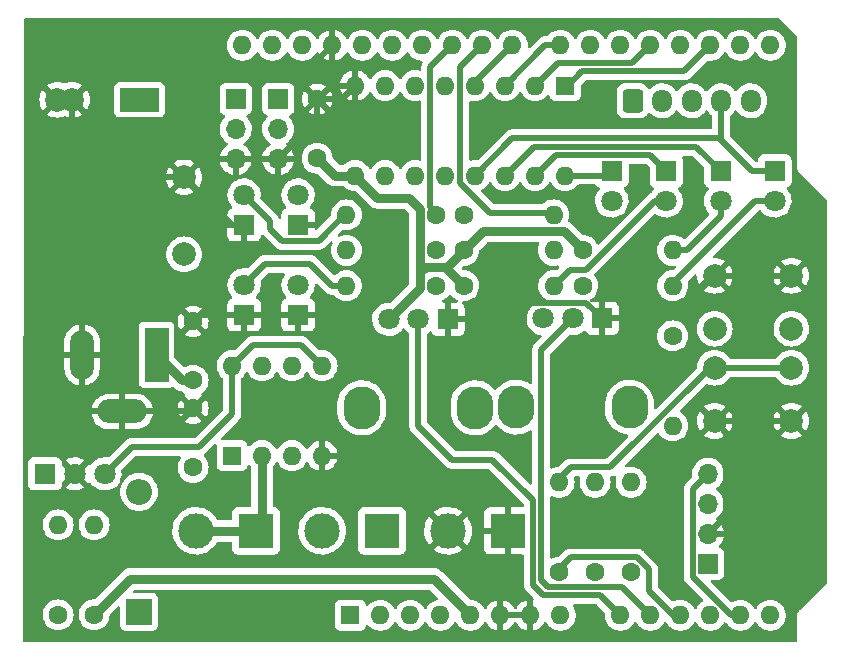
<source format=gtl>
%TF.GenerationSoftware,KiCad,Pcbnew,6.0.9-8da3e8f707~116~ubuntu20.04.1*%
%TF.CreationDate,2022-11-14T11:53:28+01:00*%
%TF.ProjectId,shield_b,73686965-6c64-45f6-922e-6b696361645f,1.2*%
%TF.SameCoordinates,Original*%
%TF.FileFunction,Copper,L1,Top*%
%TF.FilePolarity,Positive*%
%FSLAX46Y46*%
G04 Gerber Fmt 4.6, Leading zero omitted, Abs format (unit mm)*
G04 Created by KiCad (PCBNEW 6.0.9-8da3e8f707~116~ubuntu20.04.1) date 2022-11-14 11:53:28*
%MOMM*%
%LPD*%
G01*
G04 APERTURE LIST*
G04 Aperture macros list*
%AMRoundRect*
0 Rectangle with rounded corners*
0 $1 Rounding radius*
0 $2 $3 $4 $5 $6 $7 $8 $9 X,Y pos of 4 corners*
0 Add a 4 corners polygon primitive as box body*
4,1,4,$2,$3,$4,$5,$6,$7,$8,$9,$2,$3,0*
0 Add four circle primitives for the rounded corners*
1,1,$1+$1,$2,$3*
1,1,$1+$1,$4,$5*
1,1,$1+$1,$6,$7*
1,1,$1+$1,$8,$9*
0 Add four rect primitives between the rounded corners*
20,1,$1+$1,$2,$3,$4,$5,0*
20,1,$1+$1,$4,$5,$6,$7,0*
20,1,$1+$1,$6,$7,$8,$9,0*
20,1,$1+$1,$8,$9,$2,$3,0*%
G04 Aperture macros list end*
%TA.AperFunction,ComponentPad*%
%ADD10R,1.600000X1.600000*%
%TD*%
%TA.AperFunction,ComponentPad*%
%ADD11O,1.600000X1.600000*%
%TD*%
%TA.AperFunction,ComponentPad*%
%ADD12C,1.600000*%
%TD*%
%TA.AperFunction,ComponentPad*%
%ADD13R,1.800000X1.800000*%
%TD*%
%TA.AperFunction,ComponentPad*%
%ADD14C,1.800000*%
%TD*%
%TA.AperFunction,ComponentPad*%
%ADD15R,1.700000X1.700000*%
%TD*%
%TA.AperFunction,ComponentPad*%
%ADD16O,1.700000X1.700000*%
%TD*%
%TA.AperFunction,ComponentPad*%
%ADD17R,3.000000X3.000000*%
%TD*%
%TA.AperFunction,ComponentPad*%
%ADD18C,3.000000*%
%TD*%
%TA.AperFunction,ComponentPad*%
%ADD19C,2.000000*%
%TD*%
%TA.AperFunction,ComponentPad*%
%ADD20RoundRect,0.250000X-0.600000X-0.725000X0.600000X-0.725000X0.600000X0.725000X-0.600000X0.725000X0*%
%TD*%
%TA.AperFunction,ComponentPad*%
%ADD21O,1.700000X1.950000*%
%TD*%
%TA.AperFunction,ComponentPad*%
%ADD22O,3.120000X3.640000*%
%TD*%
%TA.AperFunction,ComponentPad*%
%ADD23R,2.200000X2.200000*%
%TD*%
%TA.AperFunction,ComponentPad*%
%ADD24O,2.200000X2.200000*%
%TD*%
%TA.AperFunction,ComponentPad*%
%ADD25R,2.000000X4.600000*%
%TD*%
%TA.AperFunction,ComponentPad*%
%ADD26O,2.000000X4.200000*%
%TD*%
%TA.AperFunction,ComponentPad*%
%ADD27O,4.200000X2.000000*%
%TD*%
%TA.AperFunction,ComponentPad*%
%ADD28R,2.000000X2.000000*%
%TD*%
%TA.AperFunction,ViaPad*%
%ADD29C,0.800000*%
%TD*%
%TA.AperFunction,Conductor*%
%ADD30C,0.800000*%
%TD*%
%TA.AperFunction,Conductor*%
%ADD31C,0.500000*%
%TD*%
G04 APERTURE END LIST*
D10*
X88392000Y-79492000D03*
D11*
X90932000Y-79492000D03*
X93472000Y-79492000D03*
X96012000Y-79492000D03*
X96012000Y-71872000D03*
X93472000Y-71872000D03*
X90932000Y-71872000D03*
X88392000Y-71872000D03*
D12*
X108000000Y-62100000D03*
D11*
X115620000Y-62100000D03*
D10*
X116596000Y-48150000D03*
D11*
X114056000Y-48150000D03*
X111516000Y-48150000D03*
X108976000Y-48150000D03*
X106436000Y-48150000D03*
X103896000Y-48150000D03*
X101356000Y-48150000D03*
X98816000Y-48150000D03*
X98816000Y-55770000D03*
X101356000Y-55770000D03*
X103896000Y-55770000D03*
X106436000Y-55770000D03*
X108976000Y-55770000D03*
X111516000Y-55770000D03*
X114056000Y-55770000D03*
X116596000Y-55770000D03*
D13*
X125150000Y-55375000D03*
D14*
X125150000Y-57915000D03*
D15*
X128700000Y-88650000D03*
D16*
X128700000Y-86110000D03*
X128700000Y-83570000D03*
X128700000Y-81030000D03*
D12*
X105700000Y-65100000D03*
D11*
X98080000Y-65100000D03*
D13*
X93980000Y-59949000D03*
D14*
X93980000Y-57409000D03*
D12*
X118080000Y-65100000D03*
D11*
X125700000Y-65100000D03*
D13*
X89408000Y-67564000D03*
D14*
X89408000Y-65024000D03*
D13*
X89408000Y-59949000D03*
D14*
X89408000Y-57409000D03*
D12*
X118080000Y-62100000D03*
D11*
X125700000Y-62100000D03*
D17*
X111760000Y-85850000D03*
D18*
X106680000Y-85850000D03*
D19*
X84328000Y-62432000D03*
X84328000Y-55932000D03*
D20*
X122300000Y-49450000D03*
D21*
X124800000Y-49450000D03*
X127300000Y-49450000D03*
X129800000Y-49450000D03*
X132300000Y-49450000D03*
D12*
X85090000Y-73112000D03*
X85090000Y-68112000D03*
X95600000Y-49300000D03*
X95600000Y-54300000D03*
X85090000Y-80478000D03*
X85090000Y-75478000D03*
X76708000Y-92964000D03*
D11*
X76708000Y-85344000D03*
D19*
X129250000Y-68750000D03*
X135750000Y-68750000D03*
X129250000Y-64250000D03*
X135750000Y-64250000D03*
X135750000Y-72050000D03*
X129250000Y-72050000D03*
X129250000Y-76550000D03*
X135750000Y-76550000D03*
D22*
X99366000Y-75438000D03*
X108966000Y-75438000D03*
D13*
X106666000Y-67938000D03*
D14*
X104166000Y-67938000D03*
X101666000Y-67938000D03*
D12*
X105700000Y-62100000D03*
D11*
X98080000Y-62100000D03*
D17*
X101092000Y-85852000D03*
D18*
X96012000Y-85852000D03*
D23*
X80518000Y-92710000D03*
D24*
X80518000Y-82550000D03*
D12*
X125700000Y-69350000D03*
D11*
X125700000Y-76970000D03*
D12*
X108000000Y-65100000D03*
D11*
X115620000Y-65100000D03*
D25*
X82000000Y-70950000D03*
D26*
X75700000Y-70950000D03*
D27*
X79100000Y-75750000D03*
D12*
X122174000Y-89360000D03*
D11*
X122174000Y-81740000D03*
D13*
X134350000Y-55375000D03*
D14*
X134350000Y-57915000D03*
D15*
X88700000Y-49291000D03*
D16*
X88700000Y-51831000D03*
X88700000Y-54371000D03*
D22*
X112450000Y-75375000D03*
X122050000Y-75375000D03*
D13*
X119750000Y-67875000D03*
D14*
X117250000Y-67875000D03*
X114750000Y-67875000D03*
D13*
X129750000Y-55375000D03*
D14*
X129750000Y-57915000D03*
D17*
X90424000Y-85850000D03*
D18*
X85344000Y-85850000D03*
D12*
X105700000Y-59100000D03*
D11*
X98080000Y-59100000D03*
D12*
X73660000Y-92964000D03*
D11*
X73660000Y-85344000D03*
D13*
X93980000Y-67569000D03*
D14*
X93980000Y-65029000D03*
D13*
X72550000Y-81026000D03*
D14*
X75090000Y-81026000D03*
X77630000Y-81026000D03*
D12*
X108000000Y-59100000D03*
D11*
X115620000Y-59100000D03*
D28*
X79930000Y-49350000D03*
X81200000Y-49350000D03*
D19*
X74850000Y-49350000D03*
X73600000Y-49350000D03*
D12*
X116078000Y-89360000D03*
D11*
X116078000Y-81740000D03*
D12*
X119126000Y-89360000D03*
D11*
X119126000Y-81740000D03*
D13*
X120550000Y-55375000D03*
D14*
X120550000Y-57915000D03*
D15*
X92300000Y-49291000D03*
D16*
X92300000Y-51831000D03*
X92300000Y-54371000D03*
D10*
X98400000Y-93000000D03*
D11*
X100940000Y-93000000D03*
X103480000Y-93000000D03*
X106020000Y-93000000D03*
X108560000Y-93000000D03*
X111100000Y-93000000D03*
X113640000Y-93000000D03*
X116180000Y-93000000D03*
X121260000Y-93000000D03*
X123800000Y-93000000D03*
X126340000Y-93000000D03*
X128880000Y-93000000D03*
X131420000Y-93000000D03*
X133960000Y-93000000D03*
X133960000Y-44740000D03*
X131420000Y-44740000D03*
X128880000Y-44740000D03*
X126340000Y-44740000D03*
X123800000Y-44740000D03*
X121260000Y-44740000D03*
X118720000Y-44740000D03*
X116180000Y-44740000D03*
X112120000Y-44740000D03*
X109580000Y-44740000D03*
X107040000Y-44740000D03*
X104500000Y-44740000D03*
X101960000Y-44740000D03*
X99420000Y-44740000D03*
X96880000Y-44740000D03*
X94340000Y-44740000D03*
X91800000Y-44740000D03*
X89260000Y-44740000D03*
D29*
X122936000Y-55372000D03*
D30*
X104394000Y-63500000D02*
X106400000Y-63500000D01*
X104300000Y-63406000D02*
X104394000Y-63500000D01*
X100704000Y-57658000D02*
X103378000Y-57658000D01*
X104300000Y-65304000D02*
X104300000Y-63975000D01*
X108000000Y-62100000D02*
X106600000Y-63500000D01*
X109600000Y-60500000D02*
X108000000Y-62100000D01*
X104300000Y-63406000D02*
X104300000Y-63975000D01*
X103378000Y-57658000D02*
X104300000Y-58580000D01*
X106600000Y-63500000D02*
X104775000Y-63500000D01*
X104775000Y-63500000D02*
X104300000Y-63975000D01*
X79756000Y-89916000D02*
X76708000Y-92964000D01*
X97070000Y-55770000D02*
X95600000Y-54300000D01*
X103818000Y-65786000D02*
X101666000Y-67938000D01*
X98816000Y-55770000D02*
X100704000Y-57658000D01*
X106400000Y-63500000D02*
X108000000Y-65100000D01*
X101666000Y-67938000D02*
X104300000Y-65304000D01*
X118080000Y-62100000D02*
X116480000Y-60500000D01*
X108560000Y-93000000D02*
X105476000Y-89916000D01*
X98816000Y-55770000D02*
X97070000Y-55770000D01*
X116480000Y-60500000D02*
X109600000Y-60500000D01*
X104300000Y-58580000D02*
X104300000Y-63406000D01*
X105476000Y-89916000D02*
X79756000Y-89916000D01*
D31*
X109220000Y-84836000D02*
X109220000Y-85598000D01*
X137706418Y-74593582D02*
X137706418Y-66206418D01*
X77699511Y-46500489D02*
X74850000Y-49350000D01*
X108458000Y-84074000D02*
X109220000Y-84836000D01*
X129250000Y-64250000D02*
X129032233Y-64250000D01*
X110004511Y-66525489D02*
X118400489Y-66525489D01*
X130250000Y-77550000D02*
X129250000Y-76550000D01*
X92300000Y-54371000D02*
X85889000Y-54371000D01*
X92300000Y-54371000D02*
X95600000Y-51071000D01*
X84582000Y-55932000D02*
X75732000Y-55932000D01*
X84034000Y-67056000D02*
X77856000Y-67056000D01*
X108456000Y-84074000D02*
X108458000Y-84074000D01*
X96012000Y-79492000D02*
X99752000Y-79492000D01*
X135750000Y-64250000D02*
X129250000Y-64250000D01*
X75732000Y-55932000D02*
X75700000Y-55900000D01*
X111100000Y-90068000D02*
X111760000Y-89408000D01*
X77856000Y-67056000D02*
X76901000Y-66101000D01*
X106666000Y-67938000D02*
X108592000Y-67938000D01*
X92456000Y-54371000D02*
X88646000Y-54371000D01*
X137706418Y-66206418D02*
X135750000Y-64250000D01*
X85889000Y-54371000D02*
X84328000Y-55932000D01*
X75700000Y-64900000D02*
X75700000Y-55900000D01*
X109220000Y-85598000D02*
X109472000Y-85850000D01*
X95600000Y-51071000D02*
X95600000Y-49300000D01*
X95119511Y-46500489D02*
X77699511Y-46500489D01*
X106680000Y-85850000D02*
X108456000Y-84074000D01*
X84328000Y-55932000D02*
X88345000Y-59949000D01*
X137706418Y-74593582D02*
X135750000Y-76550000D01*
X130250000Y-84560000D02*
X130250000Y-77550000D01*
X79100000Y-75750000D02*
X84818000Y-75750000D01*
X93980000Y-67569000D02*
X89413000Y-67569000D01*
X95600000Y-49300000D02*
X97666000Y-49300000D01*
X96880000Y-44740000D02*
X95119511Y-46500489D01*
X113640000Y-93000000D02*
X111100000Y-93000000D01*
X111760000Y-85850000D02*
X109472000Y-85850000D01*
X128700000Y-86110000D02*
X130250000Y-84560000D01*
X118400489Y-66525489D02*
X119750000Y-67875000D01*
X85090000Y-68112000D02*
X84034000Y-67056000D01*
X129032233Y-64250000D02*
X125407233Y-67875000D01*
X88646000Y-54371000D02*
X85889000Y-54371000D01*
X111100000Y-93000000D02*
X111100000Y-90068000D01*
X76901000Y-66101000D02*
X75700000Y-64900000D01*
X129250000Y-76550000D02*
X135750000Y-76550000D01*
X121875000Y-67875000D02*
X119750000Y-67875000D01*
X100322000Y-79492000D02*
X96012000Y-79492000D01*
X84818000Y-75750000D02*
X85090000Y-75478000D01*
X75700000Y-55900000D02*
X74850000Y-55050000D01*
X106680000Y-85850000D02*
X100322000Y-79492000D01*
X97666000Y-49300000D02*
X98816000Y-48150000D01*
X125407233Y-67875000D02*
X121875000Y-67875000D01*
X85638000Y-67564000D02*
X85090000Y-68112000D01*
X111760000Y-85850000D02*
X111760000Y-89408000D01*
X89413000Y-67569000D02*
X89408000Y-67564000D01*
X89408000Y-67564000D02*
X85638000Y-67564000D01*
X75700000Y-70950000D02*
X75700000Y-64900000D01*
X74850000Y-49350000D02*
X74850000Y-55050000D01*
X108592000Y-67938000D02*
X110004511Y-66525489D01*
X119569031Y-91309031D02*
X114759031Y-91309031D01*
X114759031Y-91309031D02*
X113850969Y-90400969D01*
X110425969Y-79825000D02*
X106975000Y-79825000D01*
X113850969Y-90400969D02*
X113850969Y-83250000D01*
X104166000Y-67938000D02*
X104166000Y-77016000D01*
X113850969Y-83250000D02*
X110425969Y-79825000D01*
X121260000Y-93000000D02*
X119569031Y-91309031D01*
X104166000Y-77016000D02*
X104380000Y-77230000D01*
X106975000Y-79825000D02*
X104380000Y-77230000D01*
X115158542Y-90609511D02*
X121409511Y-90609511D01*
X117250000Y-67875000D02*
X114550489Y-70574511D01*
X121409511Y-90609511D02*
X123800000Y-93000000D01*
X114550489Y-70574511D02*
X114550489Y-90001458D01*
X114550489Y-90001458D02*
X115158542Y-90609511D01*
X122692256Y-88110489D02*
X117049511Y-88110489D01*
X125766000Y-93000000D02*
X123698000Y-90932000D01*
X117049511Y-88110489D02*
X115800000Y-89360000D01*
X126340000Y-93000000D02*
X125766000Y-93000000D01*
X123698000Y-89116233D02*
X122692256Y-88110489D01*
X123698000Y-90932000D02*
X123698000Y-89116233D01*
X127400489Y-89743413D02*
X127400489Y-82329511D01*
X130657076Y-93000000D02*
X127400489Y-89743413D01*
X131420000Y-93000000D02*
X130657076Y-93000000D01*
X127400489Y-82329511D02*
X128700000Y-81030000D01*
X118050480Y-46949520D02*
X116850000Y-48150000D01*
X126670480Y-46949520D02*
X128880000Y-44740000D01*
X126670480Y-46949520D02*
X118050480Y-46949520D01*
X126670000Y-46950000D02*
X128880000Y-44740000D01*
X115956000Y-46250000D02*
X122290000Y-46250000D01*
X114056000Y-48150000D02*
X115956000Y-46250000D01*
X122290000Y-46250000D02*
X123800000Y-44740000D01*
X111516000Y-48150000D02*
X114926000Y-44740000D01*
X114926000Y-44740000D02*
X116180000Y-44740000D01*
X108976000Y-47884000D02*
X112120000Y-44740000D01*
X108976000Y-48150000D02*
X108976000Y-47884000D01*
X110238000Y-58930000D02*
X115620000Y-58930000D01*
X107726000Y-46594000D02*
X107726000Y-56418000D01*
X109580000Y-44740000D02*
X107726000Y-46594000D01*
X107726000Y-56418000D02*
X110238000Y-58930000D01*
X105700000Y-59100000D02*
X105700000Y-58930000D01*
X105700000Y-58930000D02*
X105186000Y-58416000D01*
X107040000Y-44740000D02*
X105186000Y-46594000D01*
X105186000Y-46594000D02*
X105186000Y-58416000D01*
D30*
X85090000Y-73112000D02*
X84162000Y-73112000D01*
X90932000Y-84918000D02*
X90000000Y-85850000D01*
X90932000Y-79492000D02*
X90932000Y-84918000D01*
X84460000Y-85850000D02*
X89540000Y-85850000D01*
X84162000Y-73112000D02*
X82000000Y-70950000D01*
D31*
X94244000Y-70104000D02*
X96012000Y-71872000D01*
X79916000Y-78740000D02*
X85598000Y-78740000D01*
X90160000Y-70104000D02*
X94244000Y-70104000D01*
X88392000Y-75946000D02*
X88392000Y-71872000D01*
X85598000Y-78740000D02*
X88392000Y-75946000D01*
X77630000Y-81026000D02*
X79916000Y-78740000D01*
X88392000Y-71872000D02*
X90160000Y-70104000D01*
X96850000Y-65100000D02*
X94996000Y-63246000D01*
X94996000Y-63246000D02*
X91186000Y-63246000D01*
X98080000Y-65100000D02*
X96850000Y-65100000D01*
X91186000Y-63246000D02*
X89408000Y-65024000D01*
X120155000Y-55770000D02*
X120550000Y-55375000D01*
X116596000Y-55770000D02*
X120155000Y-55770000D01*
X124203000Y-57915000D02*
X125150000Y-57915000D01*
X116966000Y-63754000D02*
X118364000Y-63754000D01*
X115620000Y-65100000D02*
X116966000Y-63754000D01*
X118364000Y-63754000D02*
X124203000Y-57915000D01*
X126876000Y-62100000D02*
X125470000Y-62100000D01*
X129750000Y-59226000D02*
X126876000Y-62100000D01*
X129750000Y-57915000D02*
X129750000Y-59226000D01*
X132705000Y-57915000D02*
X134350000Y-57915000D01*
X125470000Y-65150000D02*
X132705000Y-57915000D01*
X123800489Y-54025489D02*
X125150000Y-55375000D01*
X114056000Y-55770000D02*
X115800511Y-54025489D01*
X115800511Y-54025489D02*
X123800489Y-54025489D01*
X112120031Y-52625969D02*
X129625969Y-52625969D01*
X129800000Y-52800000D02*
X132375000Y-55375000D01*
X129800000Y-49450000D02*
X129800000Y-52600000D01*
X129625969Y-52625969D02*
X129800000Y-52800000D01*
X134350000Y-55375000D02*
X132375000Y-55375000D01*
X108976000Y-55770000D02*
X112120031Y-52625969D01*
X129800000Y-52600000D02*
X129800000Y-52800000D01*
X127700969Y-53325969D02*
X129750000Y-55375000D01*
X113960031Y-53325969D02*
X127700969Y-53325969D01*
X111516000Y-55770000D02*
X113960031Y-53325969D01*
X115800000Y-81740000D02*
X117049511Y-80490489D01*
X117049511Y-80490489D02*
X120412435Y-80490489D01*
X120412435Y-80490489D02*
X128852924Y-72050000D01*
X129250000Y-72050000D02*
X135750000Y-72050000D01*
X128852924Y-72050000D02*
X129250000Y-72050000D01*
X98080000Y-58930000D02*
X95711000Y-61299000D01*
X95711000Y-61299000D02*
X92630000Y-61299000D01*
X92630000Y-61299000D02*
X91611500Y-60280500D01*
X91611500Y-59612500D02*
X91611500Y-60280500D01*
X89408000Y-57409000D02*
X91611500Y-59612500D01*
%TA.AperFunction,Conductor*%
G36*
X134755304Y-42478502D02*
G01*
X134776278Y-42495405D01*
X136204595Y-43923722D01*
X136238621Y-43986034D01*
X136241500Y-44012817D01*
X136241500Y-55078928D01*
X136240145Y-55091058D01*
X136240627Y-55091097D01*
X136239907Y-55100044D01*
X136237926Y-55108800D01*
X136238482Y-55117760D01*
X136241258Y-55162508D01*
X136241500Y-55170310D01*
X136241500Y-55186513D01*
X136242136Y-55190953D01*
X136242984Y-55196878D01*
X136244013Y-55206928D01*
X136246945Y-55254177D01*
X136249994Y-55262623D01*
X136250593Y-55265514D01*
X136254822Y-55282480D01*
X136255648Y-55285305D01*
X136256920Y-55294187D01*
X136276522Y-55337298D01*
X136280327Y-55346647D01*
X136296404Y-55391181D01*
X136301699Y-55398429D01*
X136303080Y-55401027D01*
X136311915Y-55416145D01*
X136313494Y-55418614D01*
X136317208Y-55426782D01*
X136323064Y-55433578D01*
X136348115Y-55462652D01*
X136354401Y-55470569D01*
X136359548Y-55477615D01*
X136359553Y-55477620D01*
X136362425Y-55481552D01*
X136373400Y-55492527D01*
X136379758Y-55499374D01*
X136412287Y-55537127D01*
X136419822Y-55542011D01*
X136426066Y-55547458D01*
X136437931Y-55557058D01*
X138754595Y-57873723D01*
X138788621Y-57936035D01*
X138791500Y-57962818D01*
X138791500Y-90187183D01*
X138771498Y-90255304D01*
X138754595Y-90276278D01*
X136440696Y-92590177D01*
X136431156Y-92597800D01*
X136431470Y-92598168D01*
X136424634Y-92603986D01*
X136417042Y-92608776D01*
X136411100Y-92615504D01*
X136381407Y-92649125D01*
X136376061Y-92654812D01*
X136364618Y-92666255D01*
X136358978Y-92673780D01*
X136358341Y-92674630D01*
X136351967Y-92682459D01*
X136320622Y-92717951D01*
X136316808Y-92726074D01*
X136315174Y-92728562D01*
X136306186Y-92743523D01*
X136304771Y-92746108D01*
X136299384Y-92753295D01*
X136290350Y-92777393D01*
X136282759Y-92797642D01*
X136278833Y-92806958D01*
X136258719Y-92849800D01*
X136257338Y-92858669D01*
X136256472Y-92861502D01*
X136252042Y-92878389D01*
X136251408Y-92881274D01*
X136248255Y-92889684D01*
X136246587Y-92912131D01*
X136244746Y-92936906D01*
X136243592Y-92946952D01*
X136241500Y-92960386D01*
X136241500Y-92975906D01*
X136241154Y-92985243D01*
X136237461Y-93034941D01*
X136239335Y-93043720D01*
X136239898Y-93051978D01*
X136241500Y-93067161D01*
X136241500Y-95165500D01*
X136221498Y-95233621D01*
X136167842Y-95280114D01*
X136115500Y-95291500D01*
X70835089Y-95291500D01*
X70766968Y-95271498D01*
X70720475Y-95217842D01*
X70709089Y-95165383D01*
X70709880Y-94313498D01*
X70711133Y-92964000D01*
X72346502Y-92964000D01*
X72366457Y-93192087D01*
X72367881Y-93197400D01*
X72367881Y-93197402D01*
X72387901Y-93272115D01*
X72425716Y-93413243D01*
X72428039Y-93418224D01*
X72428039Y-93418225D01*
X72520151Y-93615762D01*
X72520154Y-93615767D01*
X72522477Y-93620749D01*
X72550841Y-93661257D01*
X72643465Y-93793537D01*
X72653802Y-93808300D01*
X72815700Y-93970198D01*
X72820208Y-93973355D01*
X72820211Y-93973357D01*
X72867113Y-94006198D01*
X73003251Y-94101523D01*
X73008233Y-94103846D01*
X73008238Y-94103849D01*
X73168634Y-94178642D01*
X73210757Y-94198284D01*
X73216065Y-94199706D01*
X73216067Y-94199707D01*
X73426598Y-94256119D01*
X73426600Y-94256119D01*
X73431913Y-94257543D01*
X73660000Y-94277498D01*
X73888087Y-94257543D01*
X73893400Y-94256119D01*
X73893402Y-94256119D01*
X74103933Y-94199707D01*
X74103935Y-94199706D01*
X74109243Y-94198284D01*
X74151366Y-94178642D01*
X74311762Y-94103849D01*
X74311767Y-94103846D01*
X74316749Y-94101523D01*
X74452887Y-94006198D01*
X74499789Y-93973357D01*
X74499792Y-93973355D01*
X74504300Y-93970198D01*
X74666198Y-93808300D01*
X74676536Y-93793537D01*
X74769159Y-93661257D01*
X74797523Y-93620749D01*
X74799846Y-93615767D01*
X74799849Y-93615762D01*
X74891961Y-93418225D01*
X74891961Y-93418224D01*
X74894284Y-93413243D01*
X74932100Y-93272115D01*
X74952119Y-93197402D01*
X74952119Y-93197400D01*
X74953543Y-93192087D01*
X74973498Y-92964000D01*
X75394502Y-92964000D01*
X75414457Y-93192087D01*
X75415881Y-93197400D01*
X75415881Y-93197402D01*
X75435901Y-93272115D01*
X75473716Y-93413243D01*
X75476039Y-93418224D01*
X75476039Y-93418225D01*
X75568151Y-93615762D01*
X75568154Y-93615767D01*
X75570477Y-93620749D01*
X75598841Y-93661257D01*
X75691465Y-93793537D01*
X75701802Y-93808300D01*
X75863700Y-93970198D01*
X75868208Y-93973355D01*
X75868211Y-93973357D01*
X75915113Y-94006198D01*
X76051251Y-94101523D01*
X76056233Y-94103846D01*
X76056238Y-94103849D01*
X76216634Y-94178642D01*
X76258757Y-94198284D01*
X76264065Y-94199706D01*
X76264067Y-94199707D01*
X76474598Y-94256119D01*
X76474600Y-94256119D01*
X76479913Y-94257543D01*
X76708000Y-94277498D01*
X76936087Y-94257543D01*
X76941400Y-94256119D01*
X76941402Y-94256119D01*
X77151933Y-94199707D01*
X77151935Y-94199706D01*
X77157243Y-94198284D01*
X77199366Y-94178642D01*
X77359762Y-94103849D01*
X77359767Y-94103846D01*
X77364749Y-94101523D01*
X77500887Y-94006198D01*
X77547789Y-93973357D01*
X77547792Y-93973355D01*
X77552300Y-93970198D01*
X77714198Y-93808300D01*
X77724536Y-93793537D01*
X77817159Y-93661257D01*
X77845523Y-93620749D01*
X77847846Y-93615767D01*
X77847849Y-93615762D01*
X77939961Y-93418225D01*
X77939961Y-93418224D01*
X77942284Y-93413243D01*
X77980100Y-93272115D01*
X78000119Y-93197402D01*
X78000119Y-93197400D01*
X78001543Y-93192087D01*
X78002022Y-93186611D01*
X78002023Y-93186606D01*
X78020251Y-92978250D01*
X78046114Y-92912131D01*
X78056677Y-92900136D01*
X78694405Y-92262408D01*
X78756717Y-92228382D01*
X78827532Y-92233447D01*
X78884368Y-92275994D01*
X78909179Y-92342514D01*
X78909500Y-92351503D01*
X78909500Y-93858134D01*
X78916255Y-93920316D01*
X78967385Y-94056705D01*
X79054739Y-94173261D01*
X79171295Y-94260615D01*
X79307684Y-94311745D01*
X79369866Y-94318500D01*
X81666134Y-94318500D01*
X81728316Y-94311745D01*
X81864705Y-94260615D01*
X81981261Y-94173261D01*
X82068615Y-94056705D01*
X82119745Y-93920316D01*
X82126500Y-93858134D01*
X82126500Y-91561866D01*
X82119745Y-91499684D01*
X82068615Y-91363295D01*
X81981261Y-91246739D01*
X81864705Y-91159385D01*
X81728316Y-91108255D01*
X81666134Y-91101500D01*
X80159503Y-91101500D01*
X80091382Y-91081498D01*
X80044889Y-91027842D01*
X80034785Y-90957568D01*
X80064279Y-90892988D01*
X80070408Y-90886405D01*
X80095408Y-90861405D01*
X80157720Y-90827379D01*
X80184503Y-90824500D01*
X105047497Y-90824500D01*
X105115618Y-90844502D01*
X105136592Y-90861405D01*
X105787231Y-91512044D01*
X105821257Y-91574356D01*
X105816192Y-91645171D01*
X105773645Y-91702007D01*
X105730748Y-91722846D01*
X105611604Y-91754771D01*
X105570757Y-91765716D01*
X105565776Y-91768039D01*
X105565775Y-91768039D01*
X105368238Y-91860151D01*
X105368233Y-91860154D01*
X105363251Y-91862477D01*
X105262665Y-91932908D01*
X105180211Y-91990643D01*
X105180208Y-91990645D01*
X105175700Y-91993802D01*
X105013802Y-92155700D01*
X104882477Y-92343251D01*
X104880154Y-92348233D01*
X104880151Y-92348238D01*
X104864195Y-92382457D01*
X104817278Y-92435742D01*
X104749001Y-92455203D01*
X104681041Y-92434661D01*
X104635805Y-92382457D01*
X104619849Y-92348238D01*
X104619846Y-92348233D01*
X104617523Y-92343251D01*
X104486198Y-92155700D01*
X104324300Y-91993802D01*
X104319792Y-91990645D01*
X104319789Y-91990643D01*
X104237335Y-91932908D01*
X104136749Y-91862477D01*
X104131767Y-91860154D01*
X104131762Y-91860151D01*
X103934225Y-91768039D01*
X103934224Y-91768039D01*
X103929243Y-91765716D01*
X103923935Y-91764294D01*
X103923933Y-91764293D01*
X103713402Y-91707881D01*
X103713400Y-91707881D01*
X103708087Y-91706457D01*
X103480000Y-91686502D01*
X103251913Y-91706457D01*
X103246600Y-91707881D01*
X103246598Y-91707881D01*
X103036067Y-91764293D01*
X103036065Y-91764294D01*
X103030757Y-91765716D01*
X103025776Y-91768039D01*
X103025775Y-91768039D01*
X102828238Y-91860151D01*
X102828233Y-91860154D01*
X102823251Y-91862477D01*
X102722665Y-91932908D01*
X102640211Y-91990643D01*
X102640208Y-91990645D01*
X102635700Y-91993802D01*
X102473802Y-92155700D01*
X102342477Y-92343251D01*
X102340154Y-92348233D01*
X102340151Y-92348238D01*
X102324195Y-92382457D01*
X102277278Y-92435742D01*
X102209001Y-92455203D01*
X102141041Y-92434661D01*
X102095805Y-92382457D01*
X102079849Y-92348238D01*
X102079846Y-92348233D01*
X102077523Y-92343251D01*
X101946198Y-92155700D01*
X101784300Y-91993802D01*
X101779792Y-91990645D01*
X101779789Y-91990643D01*
X101697335Y-91932908D01*
X101596749Y-91862477D01*
X101591767Y-91860154D01*
X101591762Y-91860151D01*
X101394225Y-91768039D01*
X101394224Y-91768039D01*
X101389243Y-91765716D01*
X101383935Y-91764294D01*
X101383933Y-91764293D01*
X101173402Y-91707881D01*
X101173400Y-91707881D01*
X101168087Y-91706457D01*
X100940000Y-91686502D01*
X100711913Y-91706457D01*
X100706600Y-91707881D01*
X100706598Y-91707881D01*
X100496067Y-91764293D01*
X100496065Y-91764294D01*
X100490757Y-91765716D01*
X100485776Y-91768039D01*
X100485775Y-91768039D01*
X100288238Y-91860151D01*
X100288233Y-91860154D01*
X100283251Y-91862477D01*
X100182665Y-91932908D01*
X100100211Y-91990643D01*
X100100208Y-91990645D01*
X100095700Y-91993802D01*
X99933802Y-92155700D01*
X99930643Y-92160211D01*
X99927108Y-92164424D01*
X99925974Y-92163473D01*
X99875929Y-92203471D01*
X99805310Y-92210776D01*
X99741951Y-92178742D01*
X99705970Y-92117538D01*
X99702918Y-92100483D01*
X99701745Y-92089684D01*
X99650615Y-91953295D01*
X99563261Y-91836739D01*
X99446705Y-91749385D01*
X99310316Y-91698255D01*
X99248134Y-91691500D01*
X97551866Y-91691500D01*
X97489684Y-91698255D01*
X97353295Y-91749385D01*
X97236739Y-91836739D01*
X97149385Y-91953295D01*
X97098255Y-92089684D01*
X97091500Y-92151866D01*
X97091500Y-93848134D01*
X97098255Y-93910316D01*
X97149385Y-94046705D01*
X97236739Y-94163261D01*
X97353295Y-94250615D01*
X97489684Y-94301745D01*
X97551866Y-94308500D01*
X99248134Y-94308500D01*
X99310316Y-94301745D01*
X99446705Y-94250615D01*
X99563261Y-94163261D01*
X99650615Y-94046705D01*
X99701745Y-93910316D01*
X99702917Y-93899526D01*
X99703803Y-93897394D01*
X99704425Y-93894778D01*
X99704848Y-93894879D01*
X99730155Y-93833965D01*
X99788517Y-93793537D01*
X99859471Y-93791078D01*
X99920490Y-93827371D01*
X99927489Y-93836031D01*
X99930643Y-93839789D01*
X99933802Y-93844300D01*
X100095700Y-94006198D01*
X100100208Y-94009355D01*
X100100211Y-94009357D01*
X100141542Y-94038297D01*
X100283251Y-94137523D01*
X100288233Y-94139846D01*
X100288238Y-94139849D01*
X100484765Y-94231490D01*
X100490757Y-94234284D01*
X100496065Y-94235706D01*
X100496067Y-94235707D01*
X100706598Y-94292119D01*
X100706600Y-94292119D01*
X100711913Y-94293543D01*
X100940000Y-94313498D01*
X101168087Y-94293543D01*
X101173400Y-94292119D01*
X101173402Y-94292119D01*
X101383933Y-94235707D01*
X101383935Y-94235706D01*
X101389243Y-94234284D01*
X101395235Y-94231490D01*
X101591762Y-94139849D01*
X101591767Y-94139846D01*
X101596749Y-94137523D01*
X101738458Y-94038297D01*
X101779789Y-94009357D01*
X101779792Y-94009355D01*
X101784300Y-94006198D01*
X101946198Y-93844300D01*
X102077523Y-93656749D01*
X102079846Y-93651767D01*
X102079849Y-93651762D01*
X102095805Y-93617543D01*
X102142722Y-93564258D01*
X102210999Y-93544797D01*
X102278959Y-93565339D01*
X102324195Y-93617543D01*
X102340151Y-93651762D01*
X102340154Y-93651767D01*
X102342477Y-93656749D01*
X102473802Y-93844300D01*
X102635700Y-94006198D01*
X102640208Y-94009355D01*
X102640211Y-94009357D01*
X102681542Y-94038297D01*
X102823251Y-94137523D01*
X102828233Y-94139846D01*
X102828238Y-94139849D01*
X103024765Y-94231490D01*
X103030757Y-94234284D01*
X103036065Y-94235706D01*
X103036067Y-94235707D01*
X103246598Y-94292119D01*
X103246600Y-94292119D01*
X103251913Y-94293543D01*
X103480000Y-94313498D01*
X103708087Y-94293543D01*
X103713400Y-94292119D01*
X103713402Y-94292119D01*
X103923933Y-94235707D01*
X103923935Y-94235706D01*
X103929243Y-94234284D01*
X103935235Y-94231490D01*
X104131762Y-94139849D01*
X104131767Y-94139846D01*
X104136749Y-94137523D01*
X104278458Y-94038297D01*
X104319789Y-94009357D01*
X104319792Y-94009355D01*
X104324300Y-94006198D01*
X104486198Y-93844300D01*
X104617523Y-93656749D01*
X104619846Y-93651767D01*
X104619849Y-93651762D01*
X104635805Y-93617543D01*
X104682722Y-93564258D01*
X104750999Y-93544797D01*
X104818959Y-93565339D01*
X104864195Y-93617543D01*
X104880151Y-93651762D01*
X104880154Y-93651767D01*
X104882477Y-93656749D01*
X105013802Y-93844300D01*
X105175700Y-94006198D01*
X105180208Y-94009355D01*
X105180211Y-94009357D01*
X105221542Y-94038297D01*
X105363251Y-94137523D01*
X105368233Y-94139846D01*
X105368238Y-94139849D01*
X105564765Y-94231490D01*
X105570757Y-94234284D01*
X105576065Y-94235706D01*
X105576067Y-94235707D01*
X105786598Y-94292119D01*
X105786600Y-94292119D01*
X105791913Y-94293543D01*
X106020000Y-94313498D01*
X106248087Y-94293543D01*
X106253400Y-94292119D01*
X106253402Y-94292119D01*
X106463933Y-94235707D01*
X106463935Y-94235706D01*
X106469243Y-94234284D01*
X106475235Y-94231490D01*
X106671762Y-94139849D01*
X106671767Y-94139846D01*
X106676749Y-94137523D01*
X106818458Y-94038297D01*
X106859789Y-94009357D01*
X106859792Y-94009355D01*
X106864300Y-94006198D01*
X107026198Y-93844300D01*
X107157523Y-93656749D01*
X107159846Y-93651767D01*
X107159849Y-93651762D01*
X107175805Y-93617543D01*
X107222722Y-93564258D01*
X107290999Y-93544797D01*
X107358959Y-93565339D01*
X107404195Y-93617543D01*
X107420151Y-93651762D01*
X107420154Y-93651767D01*
X107422477Y-93656749D01*
X107553802Y-93844300D01*
X107715700Y-94006198D01*
X107720208Y-94009355D01*
X107720211Y-94009357D01*
X107761542Y-94038297D01*
X107903251Y-94137523D01*
X107908233Y-94139846D01*
X107908238Y-94139849D01*
X108104765Y-94231490D01*
X108110757Y-94234284D01*
X108116065Y-94235706D01*
X108116067Y-94235707D01*
X108326598Y-94292119D01*
X108326600Y-94292119D01*
X108331913Y-94293543D01*
X108560000Y-94313498D01*
X108788087Y-94293543D01*
X108793400Y-94292119D01*
X108793402Y-94292119D01*
X109003933Y-94235707D01*
X109003935Y-94235706D01*
X109009243Y-94234284D01*
X109015235Y-94231490D01*
X109211762Y-94139849D01*
X109211767Y-94139846D01*
X109216749Y-94137523D01*
X109358458Y-94038297D01*
X109399789Y-94009357D01*
X109399792Y-94009355D01*
X109404300Y-94006198D01*
X109566198Y-93844300D01*
X109697523Y-93656749D01*
X109699846Y-93651767D01*
X109699849Y-93651762D01*
X109716081Y-93616951D01*
X109762998Y-93563666D01*
X109831275Y-93544205D01*
X109899235Y-93564747D01*
X109944471Y-93616951D01*
X109960586Y-93651511D01*
X109966069Y-93661007D01*
X110091028Y-93839467D01*
X110098084Y-93847875D01*
X110252125Y-94001916D01*
X110260533Y-94008972D01*
X110438993Y-94133931D01*
X110448489Y-94139414D01*
X110645947Y-94231490D01*
X110656239Y-94235236D01*
X110828503Y-94281394D01*
X110842599Y-94281058D01*
X110846000Y-94273116D01*
X110846000Y-94267967D01*
X111354000Y-94267967D01*
X111357973Y-94281498D01*
X111366522Y-94282727D01*
X111543761Y-94235236D01*
X111554053Y-94231490D01*
X111751511Y-94139414D01*
X111761007Y-94133931D01*
X111939467Y-94008972D01*
X111947875Y-94001916D01*
X112101916Y-93847875D01*
X112108972Y-93839467D01*
X112233931Y-93661007D01*
X112239414Y-93651511D01*
X112255805Y-93616359D01*
X112302722Y-93563074D01*
X112370999Y-93543613D01*
X112438959Y-93564155D01*
X112484195Y-93616359D01*
X112500586Y-93651511D01*
X112506069Y-93661007D01*
X112631028Y-93839467D01*
X112638084Y-93847875D01*
X112792125Y-94001916D01*
X112800533Y-94008972D01*
X112978993Y-94133931D01*
X112988489Y-94139414D01*
X113185947Y-94231490D01*
X113196239Y-94235236D01*
X113368503Y-94281394D01*
X113382599Y-94281058D01*
X113386000Y-94273116D01*
X113386000Y-93272115D01*
X113381525Y-93256876D01*
X113380135Y-93255671D01*
X113372452Y-93254000D01*
X111372115Y-93254000D01*
X111356876Y-93258475D01*
X111355671Y-93259865D01*
X111354000Y-93267548D01*
X111354000Y-94267967D01*
X110846000Y-94267967D01*
X110846000Y-92727885D01*
X111354000Y-92727885D01*
X111358475Y-92743124D01*
X111359865Y-92744329D01*
X111367548Y-92746000D01*
X113367885Y-92746000D01*
X113383124Y-92741525D01*
X113384329Y-92740135D01*
X113386000Y-92732452D01*
X113386000Y-91732033D01*
X113382027Y-91718502D01*
X113373478Y-91717273D01*
X113196239Y-91764764D01*
X113185947Y-91768510D01*
X112988489Y-91860586D01*
X112978993Y-91866069D01*
X112800533Y-91991028D01*
X112792125Y-91998084D01*
X112638084Y-92152125D01*
X112631028Y-92160533D01*
X112506069Y-92338993D01*
X112500586Y-92348489D01*
X112484195Y-92383641D01*
X112437278Y-92436926D01*
X112369001Y-92456387D01*
X112301041Y-92435845D01*
X112255805Y-92383641D01*
X112239414Y-92348489D01*
X112233931Y-92338993D01*
X112108972Y-92160533D01*
X112101916Y-92152125D01*
X111947875Y-91998084D01*
X111939467Y-91991028D01*
X111761007Y-91866069D01*
X111751511Y-91860586D01*
X111554053Y-91768510D01*
X111543761Y-91764764D01*
X111371497Y-91718606D01*
X111357401Y-91718942D01*
X111354000Y-91726884D01*
X111354000Y-92727885D01*
X110846000Y-92727885D01*
X110846000Y-91732033D01*
X110842027Y-91718502D01*
X110833478Y-91717273D01*
X110656239Y-91764764D01*
X110645947Y-91768510D01*
X110448489Y-91860586D01*
X110438993Y-91866069D01*
X110260533Y-91991028D01*
X110252125Y-91998084D01*
X110098084Y-92152125D01*
X110091028Y-92160533D01*
X109966069Y-92338993D01*
X109960586Y-92348489D01*
X109944471Y-92383049D01*
X109897554Y-92436334D01*
X109829277Y-92455795D01*
X109761317Y-92435253D01*
X109716081Y-92383049D01*
X109699849Y-92348238D01*
X109699846Y-92348233D01*
X109697523Y-92343251D01*
X109566198Y-92155700D01*
X109404300Y-91993802D01*
X109399792Y-91990645D01*
X109399789Y-91990643D01*
X109317335Y-91932908D01*
X109216749Y-91862477D01*
X109211767Y-91860154D01*
X109211762Y-91860151D01*
X109014225Y-91768039D01*
X109014224Y-91768039D01*
X109009243Y-91765716D01*
X109003935Y-91764294D01*
X109003933Y-91764293D01*
X108793402Y-91707881D01*
X108793400Y-91707881D01*
X108788087Y-91706457D01*
X108782611Y-91705978D01*
X108782606Y-91705977D01*
X108652904Y-91694630D01*
X108574249Y-91687749D01*
X108508131Y-91661886D01*
X108496136Y-91651323D01*
X106175981Y-89331168D01*
X106163140Y-89316135D01*
X106158746Y-89310087D01*
X106158745Y-89310086D01*
X106154866Y-89304747D01*
X106104041Y-89258984D01*
X106099256Y-89254443D01*
X106084741Y-89239928D01*
X106077282Y-89233888D01*
X106068784Y-89227006D01*
X106063769Y-89222722D01*
X106017855Y-89181381D01*
X106017850Y-89181377D01*
X106012944Y-89176960D01*
X106007228Y-89173660D01*
X106007224Y-89173657D01*
X106000763Y-89169927D01*
X105984466Y-89158727D01*
X105978660Y-89154025D01*
X105978658Y-89154024D01*
X105973530Y-89149871D01*
X105912573Y-89118812D01*
X105906782Y-89115667D01*
X105853279Y-89084777D01*
X105853278Y-89084776D01*
X105847556Y-89081473D01*
X105841274Y-89079432D01*
X105841272Y-89079431D01*
X105834174Y-89077125D01*
X105815907Y-89069559D01*
X105813436Y-89068300D01*
X105803370Y-89063171D01*
X105737291Y-89045465D01*
X105730997Y-89043600D01*
X105665928Y-89022458D01*
X105659363Y-89021768D01*
X105659354Y-89021766D01*
X105651925Y-89020985D01*
X105632491Y-89017383D01*
X105625286Y-89015453D01*
X105625284Y-89015453D01*
X105618903Y-89013743D01*
X105612312Y-89013398D01*
X105612308Y-89013397D01*
X105550616Y-89010164D01*
X105544042Y-89009647D01*
X105526884Y-89007844D01*
X105526882Y-89007844D01*
X105523610Y-89007500D01*
X105503074Y-89007500D01*
X105496480Y-89007327D01*
X105434782Y-89004093D01*
X105434777Y-89004093D01*
X105428190Y-89003748D01*
X105414292Y-89005949D01*
X105394583Y-89007500D01*
X79837417Y-89007500D01*
X79817708Y-89005949D01*
X79803810Y-89003748D01*
X79797223Y-89004093D01*
X79797218Y-89004093D01*
X79735520Y-89007327D01*
X79728926Y-89007500D01*
X79708390Y-89007500D01*
X79705118Y-89007844D01*
X79705116Y-89007844D01*
X79687958Y-89009647D01*
X79681384Y-89010164D01*
X79619696Y-89013397D01*
X79619694Y-89013397D01*
X79613097Y-89013743D01*
X79599504Y-89017385D01*
X79580075Y-89020986D01*
X79566072Y-89022458D01*
X79501025Y-89043593D01*
X79494712Y-89045463D01*
X79474074Y-89050993D01*
X79435003Y-89061462D01*
X79435000Y-89061463D01*
X79428630Y-89063170D01*
X79416085Y-89069562D01*
X79397826Y-89077125D01*
X79384444Y-89081473D01*
X79378723Y-89084776D01*
X79325223Y-89115664D01*
X79319426Y-89118812D01*
X79264351Y-89146874D01*
X79264348Y-89146876D01*
X79258470Y-89149871D01*
X79253342Y-89154024D01*
X79253340Y-89154025D01*
X79247534Y-89158727D01*
X79231237Y-89169927D01*
X79224776Y-89173657D01*
X79224772Y-89173660D01*
X79219056Y-89176960D01*
X79214150Y-89181377D01*
X79214145Y-89181381D01*
X79168231Y-89222722D01*
X79163216Y-89227006D01*
X79154718Y-89233888D01*
X79147259Y-89239928D01*
X79132744Y-89254443D01*
X79127959Y-89258984D01*
X79077134Y-89304747D01*
X79073255Y-89310086D01*
X79073254Y-89310087D01*
X79068860Y-89316135D01*
X79056019Y-89331168D01*
X76771864Y-91615323D01*
X76709552Y-91649349D01*
X76693754Y-91651748D01*
X76615096Y-91658630D01*
X76485394Y-91669977D01*
X76485389Y-91669978D01*
X76479913Y-91670457D01*
X76474600Y-91671881D01*
X76474598Y-91671881D01*
X76264067Y-91728293D01*
X76264065Y-91728294D01*
X76258757Y-91729716D01*
X76253776Y-91732039D01*
X76253775Y-91732039D01*
X76056238Y-91824151D01*
X76056233Y-91824154D01*
X76051251Y-91826477D01*
X75953456Y-91894954D01*
X75868211Y-91954643D01*
X75868208Y-91954645D01*
X75863700Y-91957802D01*
X75701802Y-92119700D01*
X75698645Y-92124208D01*
X75698643Y-92124211D01*
X75676886Y-92155283D01*
X75570477Y-92307251D01*
X75568154Y-92312233D01*
X75568151Y-92312238D01*
X75549842Y-92351503D01*
X75473716Y-92514757D01*
X75472294Y-92520065D01*
X75472293Y-92520067D01*
X75428354Y-92684050D01*
X75414457Y-92735913D01*
X75394502Y-92964000D01*
X74973498Y-92964000D01*
X74953543Y-92735913D01*
X74939646Y-92684050D01*
X74895707Y-92520067D01*
X74895706Y-92520065D01*
X74894284Y-92514757D01*
X74818158Y-92351503D01*
X74799849Y-92312238D01*
X74799846Y-92312233D01*
X74797523Y-92307251D01*
X74691114Y-92155283D01*
X74669357Y-92124211D01*
X74669355Y-92124208D01*
X74666198Y-92119700D01*
X74504300Y-91957802D01*
X74499792Y-91954645D01*
X74499789Y-91954643D01*
X74414544Y-91894954D01*
X74316749Y-91826477D01*
X74311767Y-91824154D01*
X74311762Y-91824151D01*
X74114225Y-91732039D01*
X74114224Y-91732039D01*
X74109243Y-91729716D01*
X74103935Y-91728294D01*
X74103933Y-91728293D01*
X73893402Y-91671881D01*
X73893400Y-91671881D01*
X73888087Y-91670457D01*
X73660000Y-91650502D01*
X73431913Y-91670457D01*
X73426600Y-91671881D01*
X73426598Y-91671881D01*
X73216067Y-91728293D01*
X73216065Y-91728294D01*
X73210757Y-91729716D01*
X73205776Y-91732039D01*
X73205775Y-91732039D01*
X73008238Y-91824151D01*
X73008233Y-91824154D01*
X73003251Y-91826477D01*
X72905456Y-91894954D01*
X72820211Y-91954643D01*
X72820208Y-91954645D01*
X72815700Y-91957802D01*
X72653802Y-92119700D01*
X72650645Y-92124208D01*
X72650643Y-92124211D01*
X72628886Y-92155283D01*
X72522477Y-92307251D01*
X72520154Y-92312233D01*
X72520151Y-92312238D01*
X72501842Y-92351503D01*
X72425716Y-92514757D01*
X72424294Y-92520065D01*
X72424293Y-92520067D01*
X72380354Y-92684050D01*
X72366457Y-92735913D01*
X72346502Y-92964000D01*
X70711133Y-92964000D01*
X70718208Y-85344000D01*
X72346502Y-85344000D01*
X72366457Y-85572087D01*
X72367881Y-85577400D01*
X72367881Y-85577402D01*
X72372865Y-85596000D01*
X72425716Y-85793243D01*
X72428039Y-85798224D01*
X72428039Y-85798225D01*
X72520151Y-85995762D01*
X72520154Y-85995767D01*
X72522477Y-86000749D01*
X72591996Y-86100032D01*
X72640315Y-86169038D01*
X72653802Y-86188300D01*
X72815700Y-86350198D01*
X72820208Y-86353355D01*
X72820211Y-86353357D01*
X72890980Y-86402910D01*
X73003251Y-86481523D01*
X73008233Y-86483846D01*
X73008238Y-86483849D01*
X73205775Y-86575961D01*
X73210757Y-86578284D01*
X73216065Y-86579706D01*
X73216067Y-86579707D01*
X73426598Y-86636119D01*
X73426600Y-86636119D01*
X73431913Y-86637543D01*
X73660000Y-86657498D01*
X73888087Y-86637543D01*
X73893400Y-86636119D01*
X73893402Y-86636119D01*
X74103933Y-86579707D01*
X74103935Y-86579706D01*
X74109243Y-86578284D01*
X74114225Y-86575961D01*
X74311762Y-86483849D01*
X74311767Y-86483846D01*
X74316749Y-86481523D01*
X74429020Y-86402910D01*
X74499789Y-86353357D01*
X74499792Y-86353355D01*
X74504300Y-86350198D01*
X74666198Y-86188300D01*
X74679686Y-86169038D01*
X74728004Y-86100032D01*
X74797523Y-86000749D01*
X74799846Y-85995767D01*
X74799849Y-85995762D01*
X74891961Y-85798225D01*
X74891961Y-85798224D01*
X74894284Y-85793243D01*
X74947136Y-85596000D01*
X74952119Y-85577402D01*
X74952119Y-85577400D01*
X74953543Y-85572087D01*
X74973498Y-85344000D01*
X75394502Y-85344000D01*
X75414457Y-85572087D01*
X75415881Y-85577400D01*
X75415881Y-85577402D01*
X75420865Y-85596000D01*
X75473716Y-85793243D01*
X75476039Y-85798224D01*
X75476039Y-85798225D01*
X75568151Y-85995762D01*
X75568154Y-85995767D01*
X75570477Y-86000749D01*
X75639996Y-86100032D01*
X75688315Y-86169038D01*
X75701802Y-86188300D01*
X75863700Y-86350198D01*
X75868208Y-86353355D01*
X75868211Y-86353357D01*
X75938980Y-86402910D01*
X76051251Y-86481523D01*
X76056233Y-86483846D01*
X76056238Y-86483849D01*
X76253775Y-86575961D01*
X76258757Y-86578284D01*
X76264065Y-86579706D01*
X76264067Y-86579707D01*
X76474598Y-86636119D01*
X76474600Y-86636119D01*
X76479913Y-86637543D01*
X76708000Y-86657498D01*
X76936087Y-86637543D01*
X76941400Y-86636119D01*
X76941402Y-86636119D01*
X77151933Y-86579707D01*
X77151935Y-86579706D01*
X77157243Y-86578284D01*
X77162225Y-86575961D01*
X77359762Y-86483849D01*
X77359767Y-86483846D01*
X77364749Y-86481523D01*
X77477020Y-86402910D01*
X77547789Y-86353357D01*
X77547792Y-86353355D01*
X77552300Y-86350198D01*
X77714198Y-86188300D01*
X77727686Y-86169038D01*
X77776004Y-86100032D01*
X77845523Y-86000749D01*
X77847846Y-85995767D01*
X77847849Y-85995762D01*
X77939961Y-85798225D01*
X77939961Y-85798224D01*
X77942284Y-85793243D01*
X77995136Y-85596000D01*
X78000119Y-85577402D01*
X78000119Y-85577400D01*
X78001543Y-85572087D01*
X78021498Y-85344000D01*
X78001543Y-85115913D01*
X77984542Y-85052465D01*
X77943707Y-84900067D01*
X77943706Y-84900065D01*
X77942284Y-84894757D01*
X77937091Y-84883621D01*
X77847849Y-84692238D01*
X77847846Y-84692233D01*
X77845523Y-84687251D01*
X77762542Y-84568742D01*
X77717357Y-84504211D01*
X77717355Y-84504208D01*
X77714198Y-84499700D01*
X77552300Y-84337802D01*
X77547792Y-84334645D01*
X77547789Y-84334643D01*
X77428020Y-84250780D01*
X77364749Y-84206477D01*
X77359767Y-84204154D01*
X77359762Y-84204151D01*
X77162225Y-84112039D01*
X77162224Y-84112039D01*
X77157243Y-84109716D01*
X77151935Y-84108294D01*
X77151933Y-84108293D01*
X76941402Y-84051881D01*
X76941400Y-84051881D01*
X76936087Y-84050457D01*
X76708000Y-84030502D01*
X76479913Y-84050457D01*
X76474600Y-84051881D01*
X76474598Y-84051881D01*
X76264067Y-84108293D01*
X76264065Y-84108294D01*
X76258757Y-84109716D01*
X76253776Y-84112039D01*
X76253775Y-84112039D01*
X76056238Y-84204151D01*
X76056233Y-84204154D01*
X76051251Y-84206477D01*
X75987980Y-84250780D01*
X75868211Y-84334643D01*
X75868208Y-84334645D01*
X75863700Y-84337802D01*
X75701802Y-84499700D01*
X75698645Y-84504208D01*
X75698643Y-84504211D01*
X75653458Y-84568742D01*
X75570477Y-84687251D01*
X75568154Y-84692233D01*
X75568151Y-84692238D01*
X75478909Y-84883621D01*
X75473716Y-84894757D01*
X75472294Y-84900065D01*
X75472293Y-84900067D01*
X75431458Y-85052465D01*
X75414457Y-85115913D01*
X75394502Y-85344000D01*
X74973498Y-85344000D01*
X74953543Y-85115913D01*
X74936542Y-85052465D01*
X74895707Y-84900067D01*
X74895706Y-84900065D01*
X74894284Y-84894757D01*
X74889091Y-84883621D01*
X74799849Y-84692238D01*
X74799846Y-84692233D01*
X74797523Y-84687251D01*
X74714542Y-84568742D01*
X74669357Y-84504211D01*
X74669355Y-84504208D01*
X74666198Y-84499700D01*
X74504300Y-84337802D01*
X74499792Y-84334645D01*
X74499789Y-84334643D01*
X74380020Y-84250780D01*
X74316749Y-84206477D01*
X74311767Y-84204154D01*
X74311762Y-84204151D01*
X74114225Y-84112039D01*
X74114224Y-84112039D01*
X74109243Y-84109716D01*
X74103935Y-84108294D01*
X74103933Y-84108293D01*
X73893402Y-84051881D01*
X73893400Y-84051881D01*
X73888087Y-84050457D01*
X73660000Y-84030502D01*
X73431913Y-84050457D01*
X73426600Y-84051881D01*
X73426598Y-84051881D01*
X73216067Y-84108293D01*
X73216065Y-84108294D01*
X73210757Y-84109716D01*
X73205776Y-84112039D01*
X73205775Y-84112039D01*
X73008238Y-84204151D01*
X73008233Y-84204154D01*
X73003251Y-84206477D01*
X72939980Y-84250780D01*
X72820211Y-84334643D01*
X72820208Y-84334645D01*
X72815700Y-84337802D01*
X72653802Y-84499700D01*
X72650645Y-84504208D01*
X72650643Y-84504211D01*
X72605458Y-84568742D01*
X72522477Y-84687251D01*
X72520154Y-84692233D01*
X72520151Y-84692238D01*
X72430909Y-84883621D01*
X72425716Y-84894757D01*
X72424294Y-84900065D01*
X72424293Y-84900067D01*
X72383458Y-85052465D01*
X72366457Y-85115913D01*
X72346502Y-85344000D01*
X70718208Y-85344000D01*
X70720802Y-82550000D01*
X78904526Y-82550000D01*
X78924391Y-82802403D01*
X78925545Y-82807210D01*
X78925546Y-82807216D01*
X78949824Y-82908341D01*
X78983495Y-83048591D01*
X78985388Y-83053162D01*
X78985389Y-83053164D01*
X78985528Y-83053498D01*
X79080384Y-83282502D01*
X79212672Y-83498376D01*
X79377102Y-83690898D01*
X79569624Y-83855328D01*
X79785498Y-83987616D01*
X79790068Y-83989509D01*
X79790072Y-83989511D01*
X80014836Y-84082611D01*
X80019409Y-84084505D01*
X80097676Y-84103295D01*
X80260784Y-84142454D01*
X80260790Y-84142455D01*
X80265597Y-84143609D01*
X80518000Y-84163474D01*
X80770403Y-84143609D01*
X80775210Y-84142455D01*
X80775216Y-84142454D01*
X80938324Y-84103295D01*
X81016591Y-84084505D01*
X81021164Y-84082611D01*
X81245928Y-83989511D01*
X81245932Y-83989509D01*
X81250502Y-83987616D01*
X81466376Y-83855328D01*
X81658898Y-83690898D01*
X81823328Y-83498376D01*
X81955616Y-83282502D01*
X82050473Y-83053498D01*
X82050611Y-83053164D01*
X82050612Y-83053162D01*
X82052505Y-83048591D01*
X82086176Y-82908341D01*
X82110454Y-82807216D01*
X82110455Y-82807210D01*
X82111609Y-82802403D01*
X82131474Y-82550000D01*
X82111609Y-82297597D01*
X82110247Y-82291921D01*
X82066209Y-82108492D01*
X82052505Y-82051409D01*
X82020497Y-81974134D01*
X81957511Y-81822072D01*
X81957509Y-81822068D01*
X81955616Y-81817498D01*
X81823328Y-81601624D01*
X81658898Y-81409102D01*
X81466376Y-81244672D01*
X81250502Y-81112384D01*
X81245932Y-81110491D01*
X81245928Y-81110489D01*
X81021164Y-81017389D01*
X81021162Y-81017388D01*
X81016591Y-81015495D01*
X80916515Y-80991469D01*
X80775216Y-80957546D01*
X80775210Y-80957545D01*
X80770403Y-80956391D01*
X80518000Y-80936526D01*
X80265597Y-80956391D01*
X80260790Y-80957545D01*
X80260784Y-80957546D01*
X80119485Y-80991469D01*
X80019409Y-81015495D01*
X80014838Y-81017388D01*
X80014836Y-81017389D01*
X79790072Y-81110489D01*
X79790068Y-81110491D01*
X79785498Y-81112384D01*
X79569624Y-81244672D01*
X79377102Y-81409102D01*
X79212672Y-81601624D01*
X79139826Y-81720498D01*
X79132940Y-81731735D01*
X79080292Y-81779366D01*
X79042600Y-81785612D01*
X79057152Y-81811069D01*
X79050987Y-81888468D01*
X79015503Y-81974134D01*
X78983495Y-82051409D01*
X78969791Y-82108492D01*
X78925754Y-82291921D01*
X78924391Y-82297597D01*
X78904526Y-82550000D01*
X70720802Y-82550000D01*
X70721337Y-81974134D01*
X71141500Y-81974134D01*
X71148255Y-82036316D01*
X71199385Y-82172705D01*
X71286739Y-82289261D01*
X71403295Y-82376615D01*
X71539684Y-82427745D01*
X71601866Y-82434500D01*
X73498134Y-82434500D01*
X73560316Y-82427745D01*
X73696705Y-82376615D01*
X73813261Y-82289261D01*
X73889597Y-82187406D01*
X74293423Y-82187406D01*
X74298704Y-82194461D01*
X74475080Y-82297527D01*
X74484363Y-82301974D01*
X74691003Y-82380883D01*
X74700901Y-82383759D01*
X74917653Y-82427857D01*
X74927883Y-82429076D01*
X75148914Y-82437182D01*
X75159223Y-82436714D01*
X75378623Y-82408608D01*
X75388688Y-82406468D01*
X75600557Y-82342905D01*
X75610152Y-82339144D01*
X75808778Y-82241838D01*
X75817636Y-82236559D01*
X75875097Y-82195572D01*
X75883497Y-82184874D01*
X75876510Y-82171721D01*
X75102811Y-81398021D01*
X75088868Y-81390408D01*
X75087034Y-81390539D01*
X75080420Y-81394790D01*
X74300180Y-82175031D01*
X74293423Y-82187406D01*
X73889597Y-82187406D01*
X73900615Y-82172705D01*
X73951745Y-82036316D01*
X73958500Y-81974134D01*
X73958500Y-81850480D01*
X73978502Y-81782359D01*
X73995405Y-81761384D01*
X74717979Y-81038811D01*
X74724356Y-81027132D01*
X75454408Y-81027132D01*
X75454539Y-81028966D01*
X75458790Y-81035580D01*
X76236307Y-81813096D01*
X76248313Y-81819652D01*
X76274948Y-81799304D01*
X76275827Y-81800454D01*
X76312672Y-81771734D01*
X76383376Y-81765289D01*
X76446340Y-81798092D01*
X76466432Y-81823074D01*
X76486800Y-81856313D01*
X76486806Y-81856321D01*
X76489501Y-81860719D01*
X76641147Y-82035784D01*
X76819349Y-82183730D01*
X77019322Y-82300584D01*
X77024147Y-82302426D01*
X77024148Y-82302427D01*
X77087550Y-82326638D01*
X77235694Y-82383209D01*
X77240760Y-82384240D01*
X77240761Y-82384240D01*
X77277733Y-82391762D01*
X77462656Y-82429385D01*
X77592089Y-82434131D01*
X77688949Y-82437683D01*
X77688953Y-82437683D01*
X77694113Y-82437872D01*
X77699233Y-82437216D01*
X77699235Y-82437216D01*
X77773166Y-82427745D01*
X77923847Y-82408442D01*
X77928795Y-82406957D01*
X77928802Y-82406956D01*
X78140747Y-82343369D01*
X78145690Y-82341886D01*
X78227522Y-82301797D01*
X78349049Y-82242262D01*
X78349052Y-82242260D01*
X78353684Y-82239991D01*
X78542243Y-82105494D01*
X78706303Y-81942005D01*
X78724173Y-81917137D01*
X78792484Y-81822072D01*
X78832256Y-81766724D01*
X78888250Y-81723076D01*
X78916522Y-81720498D01*
X78905399Y-81703980D01*
X78903878Y-81632999D01*
X78912549Y-81610074D01*
X78941786Y-81550917D01*
X78944078Y-81546280D01*
X79011408Y-81324671D01*
X79041640Y-81095041D01*
X79043327Y-81026000D01*
X79024349Y-80795167D01*
X79023088Y-80790147D01*
X79022244Y-80785047D01*
X79023797Y-80784790D01*
X79026316Y-80720917D01*
X79056624Y-80672057D01*
X80193276Y-79535405D01*
X80255588Y-79501379D01*
X80282371Y-79498500D01*
X83936426Y-79498500D01*
X84004547Y-79518502D01*
X84051040Y-79572158D01*
X84061144Y-79642432D01*
X84039639Y-79696771D01*
X84029563Y-79711161D01*
X83952477Y-79821251D01*
X83950154Y-79826233D01*
X83950151Y-79826238D01*
X83886232Y-79963314D01*
X83855716Y-80028757D01*
X83854294Y-80034065D01*
X83854293Y-80034067D01*
X83824900Y-80143762D01*
X83796457Y-80249913D01*
X83776502Y-80478000D01*
X83796457Y-80706087D01*
X83797881Y-80711400D01*
X83797881Y-80711402D01*
X83822249Y-80802342D01*
X83855716Y-80927243D01*
X83858039Y-80932224D01*
X83858039Y-80932225D01*
X83950151Y-81129762D01*
X83950154Y-81129767D01*
X83952477Y-81134749D01*
X83987551Y-81184840D01*
X84080540Y-81317641D01*
X84083802Y-81322300D01*
X84245700Y-81484198D01*
X84250208Y-81487355D01*
X84250211Y-81487357D01*
X84285281Y-81511913D01*
X84433251Y-81615523D01*
X84438233Y-81617846D01*
X84438238Y-81617849D01*
X84622949Y-81703980D01*
X84640757Y-81712284D01*
X84646065Y-81713706D01*
X84646067Y-81713707D01*
X84856598Y-81770119D01*
X84856600Y-81770119D01*
X84861913Y-81771543D01*
X85090000Y-81791498D01*
X85318087Y-81771543D01*
X85323400Y-81770119D01*
X85323402Y-81770119D01*
X85533933Y-81713707D01*
X85533935Y-81713706D01*
X85539243Y-81712284D01*
X85557051Y-81703980D01*
X85741762Y-81617849D01*
X85741767Y-81617846D01*
X85746749Y-81615523D01*
X85894719Y-81511913D01*
X85929789Y-81487357D01*
X85929792Y-81487355D01*
X85934300Y-81484198D01*
X86096198Y-81322300D01*
X86099461Y-81317641D01*
X86192449Y-81184840D01*
X86227523Y-81134749D01*
X86229846Y-81129767D01*
X86229849Y-81129762D01*
X86321961Y-80932225D01*
X86321961Y-80932224D01*
X86324284Y-80927243D01*
X86357752Y-80802342D01*
X86382119Y-80711402D01*
X86382119Y-80711400D01*
X86383543Y-80706087D01*
X86403498Y-80478000D01*
X86383543Y-80249913D01*
X86355100Y-80143762D01*
X86325707Y-80034067D01*
X86325706Y-80034065D01*
X86324284Y-80028757D01*
X86293768Y-79963314D01*
X86229849Y-79826238D01*
X86229846Y-79826233D01*
X86227523Y-79821251D01*
X86150437Y-79711161D01*
X86099357Y-79638211D01*
X86099355Y-79638208D01*
X86096198Y-79633700D01*
X86017568Y-79555070D01*
X85983542Y-79492758D01*
X85988607Y-79421943D01*
X86031154Y-79365107D01*
X86041298Y-79358256D01*
X86067107Y-79342595D01*
X86075484Y-79335197D01*
X86075508Y-79335224D01*
X86078500Y-79332571D01*
X86081733Y-79329868D01*
X86087852Y-79325856D01*
X86141128Y-79269617D01*
X86143506Y-79267175D01*
X86869120Y-78541561D01*
X86931432Y-78507535D01*
X87002247Y-78512600D01*
X87059083Y-78555147D01*
X87083894Y-78621667D01*
X87084031Y-78637466D01*
X87083868Y-78640479D01*
X87083500Y-78643866D01*
X87083500Y-80340134D01*
X87090255Y-80402316D01*
X87141385Y-80538705D01*
X87228739Y-80655261D01*
X87345295Y-80742615D01*
X87481684Y-80793745D01*
X87543866Y-80800500D01*
X89240134Y-80800500D01*
X89302316Y-80793745D01*
X89438705Y-80742615D01*
X89555261Y-80655261D01*
X89642615Y-80538705D01*
X89693745Y-80402316D01*
X89694917Y-80391526D01*
X89695803Y-80389394D01*
X89696425Y-80386778D01*
X89696848Y-80386879D01*
X89722155Y-80325965D01*
X89780517Y-80285537D01*
X89851471Y-80283078D01*
X89912490Y-80319371D01*
X89919489Y-80328031D01*
X89922643Y-80331789D01*
X89925802Y-80336300D01*
X89986595Y-80397093D01*
X90020621Y-80459405D01*
X90023500Y-80486188D01*
X90023500Y-83715500D01*
X90003498Y-83783621D01*
X89949842Y-83830114D01*
X89897500Y-83841500D01*
X88875866Y-83841500D01*
X88813684Y-83848255D01*
X88677295Y-83899385D01*
X88560739Y-83986739D01*
X88473385Y-84103295D01*
X88422255Y-84239684D01*
X88415500Y-84301866D01*
X88415500Y-84815500D01*
X88395498Y-84883621D01*
X88341842Y-84930114D01*
X88289500Y-84941500D01*
X87212136Y-84941500D01*
X87144015Y-84921498D01*
X87100170Y-84873290D01*
X87067978Y-84810919D01*
X87067978Y-84810918D01*
X87066013Y-84807112D01*
X87056040Y-84792921D01*
X86911008Y-84586562D01*
X86908545Y-84583057D01*
X86784243Y-84449292D01*
X86725046Y-84385588D01*
X86725043Y-84385585D01*
X86722125Y-84382445D01*
X86718810Y-84379731D01*
X86718806Y-84379728D01*
X86550149Y-84241684D01*
X86510205Y-84208990D01*
X86276704Y-84065901D01*
X86272768Y-84064173D01*
X86029873Y-83957549D01*
X86029869Y-83957548D01*
X86025945Y-83955825D01*
X85762566Y-83880800D01*
X85758324Y-83880196D01*
X85758318Y-83880195D01*
X85541955Y-83849402D01*
X85491443Y-83842213D01*
X85347589Y-83841460D01*
X85221877Y-83840802D01*
X85221871Y-83840802D01*
X85217591Y-83840780D01*
X85213347Y-83841339D01*
X85213343Y-83841339D01*
X85107087Y-83855328D01*
X84946078Y-83876525D01*
X84941938Y-83877658D01*
X84941936Y-83877658D01*
X84923140Y-83882800D01*
X84681928Y-83948788D01*
X84677980Y-83950472D01*
X84433982Y-84054546D01*
X84433978Y-84054548D01*
X84430030Y-84056232D01*
X84311414Y-84127222D01*
X84198725Y-84194664D01*
X84198721Y-84194667D01*
X84195043Y-84196868D01*
X83981318Y-84368094D01*
X83964717Y-84385588D01*
X83856429Y-84499700D01*
X83792808Y-84566742D01*
X83633002Y-84789136D01*
X83504857Y-85031161D01*
X83503385Y-85035184D01*
X83503383Y-85035188D01*
X83412723Y-85282926D01*
X83410743Y-85288337D01*
X83352404Y-85555907D01*
X83330917Y-85828918D01*
X83346682Y-86102320D01*
X83347507Y-86106525D01*
X83347508Y-86106533D01*
X83368698Y-86214539D01*
X83399405Y-86371053D01*
X83400792Y-86375103D01*
X83400793Y-86375108D01*
X83483361Y-86616267D01*
X83488112Y-86630144D01*
X83611160Y-86874799D01*
X83613586Y-86878328D01*
X83613589Y-86878334D01*
X83742741Y-87066250D01*
X83766274Y-87100490D01*
X83769161Y-87103663D01*
X83769162Y-87103664D01*
X83810807Y-87149431D01*
X83950582Y-87303043D01*
X83953877Y-87305798D01*
X83953878Y-87305799D01*
X84031862Y-87371003D01*
X84160675Y-87478707D01*
X84164316Y-87480991D01*
X84389024Y-87621951D01*
X84389028Y-87621953D01*
X84392664Y-87624234D01*
X84517460Y-87680582D01*
X84638345Y-87735164D01*
X84638349Y-87735166D01*
X84642257Y-87736930D01*
X84646377Y-87738150D01*
X84646376Y-87738150D01*
X84900723Y-87813491D01*
X84900727Y-87813492D01*
X84904836Y-87814709D01*
X84909070Y-87815357D01*
X84909075Y-87815358D01*
X85171298Y-87855483D01*
X85171300Y-87855483D01*
X85175540Y-87856132D01*
X85314912Y-87858322D01*
X85445071Y-87860367D01*
X85445077Y-87860367D01*
X85449362Y-87860434D01*
X85721235Y-87827534D01*
X85986127Y-87758041D01*
X85990087Y-87756401D01*
X85990092Y-87756399D01*
X86151155Y-87689684D01*
X86239136Y-87653241D01*
X86475582Y-87515073D01*
X86691089Y-87346094D01*
X86728200Y-87307799D01*
X86878686Y-87152509D01*
X86881669Y-87149431D01*
X86884202Y-87145983D01*
X86884206Y-87145978D01*
X87041257Y-86932178D01*
X87043795Y-86928723D01*
X87045988Y-86924685D01*
X87100450Y-86824378D01*
X87150533Y-86774056D01*
X87211181Y-86758500D01*
X88289500Y-86758500D01*
X88357621Y-86778502D01*
X88404114Y-86832158D01*
X88415500Y-86884500D01*
X88415500Y-87398134D01*
X88422255Y-87460316D01*
X88473385Y-87596705D01*
X88560739Y-87713261D01*
X88677295Y-87800615D01*
X88813684Y-87851745D01*
X88875866Y-87858500D01*
X91972134Y-87858500D01*
X92034316Y-87851745D01*
X92170705Y-87800615D01*
X92287261Y-87713261D01*
X92374615Y-87596705D01*
X92425745Y-87460316D01*
X92432500Y-87398134D01*
X92432500Y-85830918D01*
X93998917Y-85830918D01*
X94014682Y-86104320D01*
X94015507Y-86108525D01*
X94015508Y-86108533D01*
X94036280Y-86214408D01*
X94067405Y-86373053D01*
X94068792Y-86377103D01*
X94068793Y-86377108D01*
X94154723Y-86628088D01*
X94156112Y-86632144D01*
X94168623Y-86657019D01*
X94248592Y-86816020D01*
X94279160Y-86876799D01*
X94281586Y-86880328D01*
X94281589Y-86880334D01*
X94431843Y-87098953D01*
X94434274Y-87102490D01*
X94437161Y-87105663D01*
X94437162Y-87105664D01*
X94481607Y-87154509D01*
X94618582Y-87305043D01*
X94621877Y-87307798D01*
X94621878Y-87307799D01*
X94697470Y-87371003D01*
X94828675Y-87480707D01*
X94832316Y-87482991D01*
X95057024Y-87623951D01*
X95057028Y-87623953D01*
X95060664Y-87626234D01*
X95128544Y-87656883D01*
X95306345Y-87737164D01*
X95306349Y-87737166D01*
X95310257Y-87738930D01*
X95365464Y-87755283D01*
X95568723Y-87815491D01*
X95568727Y-87815492D01*
X95572836Y-87816709D01*
X95577070Y-87817357D01*
X95577075Y-87817358D01*
X95839298Y-87857483D01*
X95839300Y-87857483D01*
X95843540Y-87858132D01*
X95982912Y-87860322D01*
X96113071Y-87862367D01*
X96113077Y-87862367D01*
X96117362Y-87862434D01*
X96389235Y-87829534D01*
X96654127Y-87760041D01*
X96658087Y-87758401D01*
X96658092Y-87758399D01*
X96841846Y-87682285D01*
X96907136Y-87655241D01*
X97143582Y-87517073D01*
X97292720Y-87400134D01*
X99083500Y-87400134D01*
X99090255Y-87462316D01*
X99141385Y-87598705D01*
X99228739Y-87715261D01*
X99345295Y-87802615D01*
X99481684Y-87853745D01*
X99543866Y-87860500D01*
X102640134Y-87860500D01*
X102702316Y-87853745D01*
X102838705Y-87802615D01*
X102955261Y-87715261D01*
X103042615Y-87598705D01*
X103093745Y-87462316D01*
X103096207Y-87439654D01*
X105455618Y-87439654D01*
X105462673Y-87449627D01*
X105493679Y-87475551D01*
X105500598Y-87480579D01*
X105725272Y-87621515D01*
X105732807Y-87625556D01*
X105974520Y-87734694D01*
X105982551Y-87737680D01*
X106236832Y-87813002D01*
X106245184Y-87814869D01*
X106507340Y-87854984D01*
X106515874Y-87855700D01*
X106781045Y-87859867D01*
X106789596Y-87859418D01*
X107052883Y-87827557D01*
X107061284Y-87825955D01*
X107317824Y-87758653D01*
X107325926Y-87755926D01*
X107570949Y-87654434D01*
X107578617Y-87650628D01*
X107807598Y-87516822D01*
X107814679Y-87512009D01*
X107894655Y-87449301D01*
X107903125Y-87437442D01*
X107896608Y-87425818D01*
X107865459Y-87394669D01*
X109752001Y-87394669D01*
X109752371Y-87401490D01*
X109757895Y-87452352D01*
X109761521Y-87467604D01*
X109806676Y-87588054D01*
X109815214Y-87603649D01*
X109891715Y-87705724D01*
X109904276Y-87718285D01*
X110006351Y-87794786D01*
X110021946Y-87803324D01*
X110142394Y-87848478D01*
X110157649Y-87852105D01*
X110208514Y-87857631D01*
X110215328Y-87858000D01*
X111487885Y-87858000D01*
X111503124Y-87853525D01*
X111504329Y-87852135D01*
X111506000Y-87844452D01*
X111506000Y-86122115D01*
X111501525Y-86106876D01*
X111500135Y-86105671D01*
X111492452Y-86104000D01*
X109770116Y-86104000D01*
X109754877Y-86108475D01*
X109753672Y-86109865D01*
X109752001Y-86117548D01*
X109752001Y-87394669D01*
X107865459Y-87394669D01*
X106692812Y-86222022D01*
X106678868Y-86214408D01*
X106677035Y-86214539D01*
X106670420Y-86218790D01*
X105462910Y-87426300D01*
X105455618Y-87439654D01*
X103096207Y-87439654D01*
X103100500Y-87400134D01*
X103100500Y-85833204D01*
X104667665Y-85833204D01*
X104682932Y-86097969D01*
X104684005Y-86106470D01*
X104735065Y-86366722D01*
X104737276Y-86374974D01*
X104823184Y-86625894D01*
X104826499Y-86633779D01*
X104945664Y-86870713D01*
X104950020Y-86878079D01*
X105079347Y-87066250D01*
X105089601Y-87074594D01*
X105103342Y-87067448D01*
X106307978Y-85862812D01*
X106314356Y-85851132D01*
X107044408Y-85851132D01*
X107044539Y-85852965D01*
X107048790Y-85859580D01*
X108255730Y-87066520D01*
X108267939Y-87073187D01*
X108279439Y-87064497D01*
X108376831Y-86931913D01*
X108381418Y-86924685D01*
X108507962Y-86691621D01*
X108511530Y-86683827D01*
X108605271Y-86435750D01*
X108607748Y-86427544D01*
X108666954Y-86169038D01*
X108668294Y-86160577D01*
X108692031Y-85894616D01*
X108692277Y-85889677D01*
X108692666Y-85852485D01*
X108692523Y-85847519D01*
X108674362Y-85581123D01*
X108673918Y-85577885D01*
X109752000Y-85577885D01*
X109756475Y-85593124D01*
X109757865Y-85594329D01*
X109765548Y-85596000D01*
X111487885Y-85596000D01*
X111503124Y-85591525D01*
X111504329Y-85590135D01*
X111506000Y-85582452D01*
X111506000Y-83860116D01*
X111501525Y-83844877D01*
X111500135Y-83843672D01*
X111492452Y-83842001D01*
X110215331Y-83842001D01*
X110208510Y-83842371D01*
X110157648Y-83847895D01*
X110142396Y-83851521D01*
X110021946Y-83896676D01*
X110006351Y-83905214D01*
X109904276Y-83981715D01*
X109891715Y-83994276D01*
X109815214Y-84096351D01*
X109806676Y-84111946D01*
X109761522Y-84232394D01*
X109757895Y-84247649D01*
X109752369Y-84298514D01*
X109752000Y-84305328D01*
X109752000Y-85577885D01*
X108673918Y-85577885D01*
X108673201Y-85572649D01*
X108619419Y-85312944D01*
X108617120Y-85304709D01*
X108528588Y-85054705D01*
X108525191Y-85046854D01*
X108403550Y-84811178D01*
X108399122Y-84803866D01*
X108280031Y-84634417D01*
X108269509Y-84626037D01*
X108256121Y-84633089D01*
X107052022Y-85837188D01*
X107044408Y-85851132D01*
X106314356Y-85851132D01*
X106315592Y-85848868D01*
X106315461Y-85847035D01*
X106311210Y-85840420D01*
X105103814Y-84633024D01*
X105091804Y-84626466D01*
X105080064Y-84635434D01*
X104971935Y-84785911D01*
X104967418Y-84793196D01*
X104843325Y-85027567D01*
X104839839Y-85035395D01*
X104748700Y-85284446D01*
X104746311Y-85292670D01*
X104689812Y-85551795D01*
X104688563Y-85560250D01*
X104667754Y-85824653D01*
X104667665Y-85833204D01*
X103100500Y-85833204D01*
X103100500Y-84303866D01*
X103096006Y-84262500D01*
X105456584Y-84262500D01*
X105462980Y-84273770D01*
X106667188Y-85477978D01*
X106681132Y-85485592D01*
X106682965Y-85485461D01*
X106689580Y-85481210D01*
X107896604Y-84274186D01*
X107903795Y-84261017D01*
X107896473Y-84250780D01*
X107849233Y-84212115D01*
X107842261Y-84207160D01*
X107616122Y-84068582D01*
X107608552Y-84064624D01*
X107365704Y-83958022D01*
X107357644Y-83955120D01*
X107102592Y-83882467D01*
X107094214Y-83880685D01*
X106831656Y-83843318D01*
X106823111Y-83842691D01*
X106557908Y-83841302D01*
X106549374Y-83841839D01*
X106286433Y-83876456D01*
X106278035Y-83878149D01*
X106022238Y-83948127D01*
X106014143Y-83950946D01*
X105770199Y-84054997D01*
X105762577Y-84058881D01*
X105535013Y-84195075D01*
X105527981Y-84199962D01*
X105465053Y-84250377D01*
X105456584Y-84262500D01*
X103096006Y-84262500D01*
X103093745Y-84241684D01*
X103042615Y-84105295D01*
X102955261Y-83988739D01*
X102838705Y-83901385D01*
X102702316Y-83850255D01*
X102640134Y-83843500D01*
X99543866Y-83843500D01*
X99481684Y-83850255D01*
X99345295Y-83901385D01*
X99228739Y-83988739D01*
X99141385Y-84105295D01*
X99090255Y-84241684D01*
X99083500Y-84303866D01*
X99083500Y-87400134D01*
X97292720Y-87400134D01*
X97359089Y-87348094D01*
X97400809Y-87305043D01*
X97546686Y-87154509D01*
X97549669Y-87151431D01*
X97552202Y-87147983D01*
X97552206Y-87147978D01*
X97709257Y-86934178D01*
X97711795Y-86930723D01*
X97714927Y-86924955D01*
X97840418Y-86693830D01*
X97840419Y-86693828D01*
X97842468Y-86690054D01*
X97939269Y-86433877D01*
X97994621Y-86192197D01*
X97999449Y-86171117D01*
X97999450Y-86171113D01*
X98000407Y-86166933D01*
X98000975Y-86160577D01*
X98024531Y-85896627D01*
X98024531Y-85896625D01*
X98024751Y-85894161D01*
X98025193Y-85852000D01*
X98025024Y-85849519D01*
X98006859Y-85583055D01*
X98006858Y-85583049D01*
X98006567Y-85578778D01*
X98005182Y-85572087D01*
X97957946Y-85344000D01*
X97951032Y-85310612D01*
X97859617Y-85052465D01*
X97734013Y-84809112D01*
X97724040Y-84794921D01*
X97611950Y-84635434D01*
X97576545Y-84585057D01*
X97454285Y-84453489D01*
X97393046Y-84387588D01*
X97393043Y-84387585D01*
X97390125Y-84384445D01*
X97386810Y-84381731D01*
X97386806Y-84381728D01*
X97222860Y-84247540D01*
X97178205Y-84210990D01*
X96991130Y-84096351D01*
X96948366Y-84070145D01*
X96948365Y-84070145D01*
X96944704Y-84067901D01*
X96937239Y-84064624D01*
X96697873Y-83959549D01*
X96697869Y-83959548D01*
X96693945Y-83957825D01*
X96430566Y-83882800D01*
X96426324Y-83882196D01*
X96426318Y-83882195D01*
X96207334Y-83851029D01*
X96159443Y-83844213D01*
X96015589Y-83843460D01*
X95889877Y-83842802D01*
X95889871Y-83842802D01*
X95885591Y-83842780D01*
X95881347Y-83843339D01*
X95881343Y-83843339D01*
X95788607Y-83855548D01*
X95614078Y-83878525D01*
X95609938Y-83879658D01*
X95609936Y-83879658D01*
X95549348Y-83896233D01*
X95349928Y-83950788D01*
X95345980Y-83952472D01*
X95101982Y-84056546D01*
X95101978Y-84056548D01*
X95098030Y-84058232D01*
X95031400Y-84098109D01*
X94866725Y-84196664D01*
X94866721Y-84196667D01*
X94863043Y-84198868D01*
X94649318Y-84370094D01*
X94460808Y-84568742D01*
X94301002Y-84791136D01*
X94172857Y-85033161D01*
X94171385Y-85037184D01*
X94171383Y-85037188D01*
X94081455Y-85282926D01*
X94078743Y-85290337D01*
X94020404Y-85557907D01*
X93998917Y-85830918D01*
X92432500Y-85830918D01*
X92432500Y-84301866D01*
X92425745Y-84239684D01*
X92374615Y-84103295D01*
X92287261Y-83986739D01*
X92170705Y-83899385D01*
X92034316Y-83848255D01*
X91972134Y-83841500D01*
X91966500Y-83841500D01*
X91965998Y-83841353D01*
X91965320Y-83841316D01*
X91965329Y-83841156D01*
X91898379Y-83821498D01*
X91851886Y-83767842D01*
X91840500Y-83715500D01*
X91840500Y-80486188D01*
X91860502Y-80418067D01*
X91877405Y-80397093D01*
X91938198Y-80336300D01*
X91944081Y-80327899D01*
X92011345Y-80231835D01*
X92069523Y-80148749D01*
X92071846Y-80143767D01*
X92071849Y-80143762D01*
X92087805Y-80109543D01*
X92134722Y-80056258D01*
X92202999Y-80036797D01*
X92270959Y-80057339D01*
X92316195Y-80109543D01*
X92332151Y-80143762D01*
X92332154Y-80143767D01*
X92334477Y-80148749D01*
X92392655Y-80231835D01*
X92459920Y-80327899D01*
X92465802Y-80336300D01*
X92627700Y-80498198D01*
X92632208Y-80501355D01*
X92632211Y-80501357D01*
X92693045Y-80543953D01*
X92815251Y-80629523D01*
X92820233Y-80631846D01*
X92820238Y-80631849D01*
X92967692Y-80700607D01*
X93022757Y-80726284D01*
X93028065Y-80727706D01*
X93028067Y-80727707D01*
X93238598Y-80784119D01*
X93238600Y-80784119D01*
X93243913Y-80785543D01*
X93472000Y-80805498D01*
X93700087Y-80785543D01*
X93705400Y-80784119D01*
X93705402Y-80784119D01*
X93915933Y-80727707D01*
X93915935Y-80727706D01*
X93921243Y-80726284D01*
X93976308Y-80700607D01*
X94123762Y-80631849D01*
X94123767Y-80631846D01*
X94128749Y-80629523D01*
X94250955Y-80543953D01*
X94311789Y-80501357D01*
X94311792Y-80501355D01*
X94316300Y-80498198D01*
X94478198Y-80336300D01*
X94484081Y-80327899D01*
X94551345Y-80231835D01*
X94609523Y-80148749D01*
X94611846Y-80143767D01*
X94611849Y-80143762D01*
X94628081Y-80108951D01*
X94674998Y-80055666D01*
X94743275Y-80036205D01*
X94811235Y-80056747D01*
X94856471Y-80108951D01*
X94872586Y-80143511D01*
X94878069Y-80153007D01*
X95003028Y-80331467D01*
X95010084Y-80339875D01*
X95164125Y-80493916D01*
X95172533Y-80500972D01*
X95350993Y-80625931D01*
X95360489Y-80631414D01*
X95557947Y-80723490D01*
X95568239Y-80727236D01*
X95740503Y-80773394D01*
X95754599Y-80773058D01*
X95758000Y-80765116D01*
X95758000Y-80759967D01*
X96266000Y-80759967D01*
X96269973Y-80773498D01*
X96278522Y-80774727D01*
X96455761Y-80727236D01*
X96466053Y-80723490D01*
X96663511Y-80631414D01*
X96673007Y-80625931D01*
X96851467Y-80500972D01*
X96859875Y-80493916D01*
X97013916Y-80339875D01*
X97020972Y-80331467D01*
X97145931Y-80153007D01*
X97151414Y-80143511D01*
X97243490Y-79946053D01*
X97247236Y-79935761D01*
X97293394Y-79763497D01*
X97293058Y-79749401D01*
X97285116Y-79746000D01*
X96284115Y-79746000D01*
X96268876Y-79750475D01*
X96267671Y-79751865D01*
X96266000Y-79759548D01*
X96266000Y-80759967D01*
X95758000Y-80759967D01*
X95758000Y-79219885D01*
X96266000Y-79219885D01*
X96270475Y-79235124D01*
X96271865Y-79236329D01*
X96279548Y-79238000D01*
X97279967Y-79238000D01*
X97293498Y-79234027D01*
X97294727Y-79225478D01*
X97247236Y-79048239D01*
X97243490Y-79037947D01*
X97151414Y-78840489D01*
X97145931Y-78830993D01*
X97020972Y-78652533D01*
X97013916Y-78644125D01*
X96859875Y-78490084D01*
X96851467Y-78483028D01*
X96673007Y-78358069D01*
X96663511Y-78352586D01*
X96466053Y-78260510D01*
X96455761Y-78256764D01*
X96283497Y-78210606D01*
X96269401Y-78210942D01*
X96266000Y-78218884D01*
X96266000Y-79219885D01*
X95758000Y-79219885D01*
X95758000Y-78224033D01*
X95754027Y-78210502D01*
X95745478Y-78209273D01*
X95568239Y-78256764D01*
X95557947Y-78260510D01*
X95360489Y-78352586D01*
X95350993Y-78358069D01*
X95172533Y-78483028D01*
X95164125Y-78490084D01*
X95010084Y-78644125D01*
X95003028Y-78652533D01*
X94878069Y-78830993D01*
X94872586Y-78840489D01*
X94856471Y-78875049D01*
X94809554Y-78928334D01*
X94741277Y-78947795D01*
X94673317Y-78927253D01*
X94628081Y-78875049D01*
X94611849Y-78840238D01*
X94611846Y-78840233D01*
X94609523Y-78835251D01*
X94478198Y-78647700D01*
X94316300Y-78485802D01*
X94311792Y-78482645D01*
X94311789Y-78482643D01*
X94233611Y-78427902D01*
X94128749Y-78354477D01*
X94123767Y-78352154D01*
X94123762Y-78352151D01*
X93926225Y-78260039D01*
X93926224Y-78260039D01*
X93921243Y-78257716D01*
X93915935Y-78256294D01*
X93915933Y-78256293D01*
X93705402Y-78199881D01*
X93705400Y-78199881D01*
X93700087Y-78198457D01*
X93472000Y-78178502D01*
X93243913Y-78198457D01*
X93238600Y-78199881D01*
X93238598Y-78199881D01*
X93028067Y-78256293D01*
X93028065Y-78256294D01*
X93022757Y-78257716D01*
X93017776Y-78260039D01*
X93017775Y-78260039D01*
X92820238Y-78352151D01*
X92820233Y-78352154D01*
X92815251Y-78354477D01*
X92710389Y-78427902D01*
X92632211Y-78482643D01*
X92632208Y-78482645D01*
X92627700Y-78485802D01*
X92465802Y-78647700D01*
X92334477Y-78835251D01*
X92332154Y-78840233D01*
X92332151Y-78840238D01*
X92316195Y-78874457D01*
X92269278Y-78927742D01*
X92201001Y-78947203D01*
X92133041Y-78926661D01*
X92087805Y-78874457D01*
X92071849Y-78840238D01*
X92071846Y-78840233D01*
X92069523Y-78835251D01*
X91938198Y-78647700D01*
X91776300Y-78485802D01*
X91771792Y-78482645D01*
X91771789Y-78482643D01*
X91693611Y-78427902D01*
X91588749Y-78354477D01*
X91583767Y-78352154D01*
X91583762Y-78352151D01*
X91386225Y-78260039D01*
X91386224Y-78260039D01*
X91381243Y-78257716D01*
X91375935Y-78256294D01*
X91375933Y-78256293D01*
X91165402Y-78199881D01*
X91165400Y-78199881D01*
X91160087Y-78198457D01*
X90932000Y-78178502D01*
X90703913Y-78198457D01*
X90698600Y-78199881D01*
X90698598Y-78199881D01*
X90488067Y-78256293D01*
X90488065Y-78256294D01*
X90482757Y-78257716D01*
X90477776Y-78260039D01*
X90477775Y-78260039D01*
X90280238Y-78352151D01*
X90280233Y-78352154D01*
X90275251Y-78354477D01*
X90170389Y-78427902D01*
X90092211Y-78482643D01*
X90092208Y-78482645D01*
X90087700Y-78485802D01*
X89925802Y-78647700D01*
X89922643Y-78652211D01*
X89919108Y-78656424D01*
X89917974Y-78655473D01*
X89867929Y-78695471D01*
X89797310Y-78702776D01*
X89733951Y-78670742D01*
X89697970Y-78609538D01*
X89694918Y-78592483D01*
X89693745Y-78581684D01*
X89642615Y-78445295D01*
X89555261Y-78328739D01*
X89438705Y-78241385D01*
X89302316Y-78190255D01*
X89240134Y-78183500D01*
X87543866Y-78183500D01*
X87540479Y-78183868D01*
X87537466Y-78184031D01*
X87468364Y-78167740D01*
X87419039Y-78116675D01*
X87405152Y-78047050D01*
X87431111Y-77980970D01*
X87441561Y-77969120D01*
X88880911Y-76529770D01*
X88895323Y-76517384D01*
X88906918Y-76508851D01*
X88906923Y-76508846D01*
X88912818Y-76504508D01*
X88917557Y-76498930D01*
X88917560Y-76498927D01*
X88947035Y-76464232D01*
X88953965Y-76456716D01*
X88959661Y-76451020D01*
X88961924Y-76448159D01*
X88961929Y-76448154D01*
X88977293Y-76428734D01*
X88980082Y-76425333D01*
X88992080Y-76411210D01*
X89027333Y-76369715D01*
X89030659Y-76363202D01*
X89034020Y-76358163D01*
X89037196Y-76353021D01*
X89041734Y-76347284D01*
X89072655Y-76281125D01*
X89074561Y-76277225D01*
X89080677Y-76265247D01*
X89107769Y-76212192D01*
X89109508Y-76205083D01*
X89111604Y-76199449D01*
X89113523Y-76193679D01*
X89116622Y-76187050D01*
X89126616Y-76139006D01*
X89131490Y-76115571D01*
X89132461Y-76111282D01*
X89149808Y-76040390D01*
X89150500Y-76029236D01*
X89150535Y-76029238D01*
X89150775Y-76025266D01*
X89151152Y-76021045D01*
X89152641Y-76013885D01*
X89150546Y-75936458D01*
X89150500Y-75933050D01*
X89150500Y-75770232D01*
X97297500Y-75770232D01*
X97297653Y-75772418D01*
X97297653Y-75772422D01*
X97308886Y-75933050D01*
X97312629Y-75986583D01*
X97313542Y-75990877D01*
X97313542Y-75990879D01*
X97322875Y-76034785D01*
X97372775Y-76269548D01*
X97374279Y-76273679D01*
X97374280Y-76273684D01*
X97404892Y-76357789D01*
X97471717Y-76541389D01*
X97484278Y-76565012D01*
X97605459Y-76792923D01*
X97605463Y-76792929D01*
X97607529Y-76796815D01*
X97610116Y-76800375D01*
X97610118Y-76800379D01*
X97774979Y-77027290D01*
X97777568Y-77030853D01*
X97780624Y-77034017D01*
X97780626Y-77034020D01*
X97971971Y-77232163D01*
X97978524Y-77238949D01*
X97981988Y-77241655D01*
X97981992Y-77241659D01*
X98130821Y-77357937D01*
X98206485Y-77417052D01*
X98210292Y-77419250D01*
X98453195Y-77559490D01*
X98453200Y-77559493D01*
X98457015Y-77561695D01*
X98461099Y-77563345D01*
X98461105Y-77563348D01*
X98629187Y-77631257D01*
X98725238Y-77670064D01*
X98729507Y-77671128D01*
X98729509Y-77671129D01*
X98753253Y-77677049D01*
X99005932Y-77740049D01*
X99010302Y-77740508D01*
X99010306Y-77740509D01*
X99289265Y-77769829D01*
X99289268Y-77769829D01*
X99293634Y-77770288D01*
X99298022Y-77770135D01*
X99298028Y-77770135D01*
X99578348Y-77760346D01*
X99578354Y-77760345D01*
X99582745Y-77760192D01*
X99587068Y-77759430D01*
X99587075Y-77759429D01*
X99807799Y-77720509D01*
X99867637Y-77709958D01*
X99871808Y-77708603D01*
X99871815Y-77708601D01*
X100138577Y-77621924D01*
X100138576Y-77621924D01*
X100142766Y-77620563D01*
X100146719Y-77618635D01*
X100146724Y-77618633D01*
X100268726Y-77559128D01*
X100402775Y-77493748D01*
X100406414Y-77491294D01*
X100406420Y-77491290D01*
X100638953Y-77334444D01*
X100638959Y-77334439D01*
X100642605Y-77331980D01*
X100857588Y-77138410D01*
X100988735Y-76982115D01*
X101040710Y-76920174D01*
X101040714Y-76920169D01*
X101043538Y-76916803D01*
X101196837Y-76671473D01*
X101314501Y-76407196D01*
X101376720Y-76190211D01*
X101393027Y-76133342D01*
X101393027Y-76133341D01*
X101394239Y-76129115D01*
X101396143Y-76115571D01*
X101433888Y-75846996D01*
X101434500Y-75842644D01*
X101434500Y-75105768D01*
X101430095Y-75042768D01*
X101419678Y-74893802D01*
X101419677Y-74893797D01*
X101419371Y-74889417D01*
X101417934Y-74882654D01*
X101388176Y-74742658D01*
X101359225Y-74606452D01*
X101337861Y-74547753D01*
X101281148Y-74391938D01*
X101260283Y-74334611D01*
X101215041Y-74249523D01*
X101126541Y-74083077D01*
X101126537Y-74083071D01*
X101124471Y-74079185D01*
X101107626Y-74055999D01*
X100957021Y-73848710D01*
X100957019Y-73848707D01*
X100954432Y-73845147D01*
X100901320Y-73790148D01*
X100756530Y-73640213D01*
X100756526Y-73640210D01*
X100753476Y-73637051D01*
X100750012Y-73634345D01*
X100750008Y-73634341D01*
X100528981Y-73461656D01*
X100528982Y-73461656D01*
X100525515Y-73458948D01*
X100443923Y-73411841D01*
X100278805Y-73316510D01*
X100278800Y-73316507D01*
X100274985Y-73314305D01*
X100270901Y-73312655D01*
X100270895Y-73312652D01*
X100010843Y-73207585D01*
X100006762Y-73205936D01*
X99960362Y-73194367D01*
X99754083Y-73142936D01*
X99726068Y-73135951D01*
X99721698Y-73135492D01*
X99721694Y-73135491D01*
X99442735Y-73106171D01*
X99442732Y-73106171D01*
X99438366Y-73105712D01*
X99433978Y-73105865D01*
X99433972Y-73105865D01*
X99153652Y-73115654D01*
X99153646Y-73115655D01*
X99149255Y-73115808D01*
X99144932Y-73116570D01*
X99144925Y-73116571D01*
X98995404Y-73142936D01*
X98864363Y-73166042D01*
X98860192Y-73167397D01*
X98860185Y-73167399D01*
X98681121Y-73225581D01*
X98589234Y-73255437D01*
X98585281Y-73257365D01*
X98585276Y-73257367D01*
X98501692Y-73298134D01*
X98329225Y-73382252D01*
X98325586Y-73384706D01*
X98325580Y-73384710D01*
X98093047Y-73541556D01*
X98093041Y-73541561D01*
X98089395Y-73544020D01*
X97874412Y-73737590D01*
X97834035Y-73785710D01*
X97691290Y-73955826D01*
X97691286Y-73955831D01*
X97688462Y-73959197D01*
X97535163Y-74204527D01*
X97417499Y-74468804D01*
X97337761Y-74746885D01*
X97337150Y-74751235D01*
X97337149Y-74751238D01*
X97335222Y-74764952D01*
X97297500Y-75033356D01*
X97297500Y-75770232D01*
X89150500Y-75770232D01*
X89150500Y-73003867D01*
X89170502Y-72935746D01*
X89204228Y-72900655D01*
X89236300Y-72878198D01*
X89398198Y-72716300D01*
X89529523Y-72528749D01*
X89531846Y-72523767D01*
X89531849Y-72523762D01*
X89547805Y-72489543D01*
X89594722Y-72436258D01*
X89662999Y-72416797D01*
X89730959Y-72437339D01*
X89776195Y-72489543D01*
X89792151Y-72523762D01*
X89792154Y-72523767D01*
X89794477Y-72528749D01*
X89925802Y-72716300D01*
X90087700Y-72878198D01*
X90092208Y-72881355D01*
X90092211Y-72881357D01*
X90103688Y-72889393D01*
X90275251Y-73009523D01*
X90280233Y-73011846D01*
X90280238Y-73011849D01*
X90474170Y-73102280D01*
X90482757Y-73106284D01*
X90488065Y-73107706D01*
X90488067Y-73107707D01*
X90698598Y-73164119D01*
X90698600Y-73164119D01*
X90703913Y-73165543D01*
X90932000Y-73185498D01*
X91160087Y-73165543D01*
X91165400Y-73164119D01*
X91165402Y-73164119D01*
X91375933Y-73107707D01*
X91375935Y-73107706D01*
X91381243Y-73106284D01*
X91389830Y-73102280D01*
X91583762Y-73011849D01*
X91583767Y-73011846D01*
X91588749Y-73009523D01*
X91760312Y-72889393D01*
X91771789Y-72881357D01*
X91771792Y-72881355D01*
X91776300Y-72878198D01*
X91938198Y-72716300D01*
X92069523Y-72528749D01*
X92071846Y-72523767D01*
X92071849Y-72523762D01*
X92087805Y-72489543D01*
X92134722Y-72436258D01*
X92202999Y-72416797D01*
X92270959Y-72437339D01*
X92316195Y-72489543D01*
X92332151Y-72523762D01*
X92332154Y-72523767D01*
X92334477Y-72528749D01*
X92465802Y-72716300D01*
X92627700Y-72878198D01*
X92632208Y-72881355D01*
X92632211Y-72881357D01*
X92643688Y-72889393D01*
X92815251Y-73009523D01*
X92820233Y-73011846D01*
X92820238Y-73011849D01*
X93014170Y-73102280D01*
X93022757Y-73106284D01*
X93028065Y-73107706D01*
X93028067Y-73107707D01*
X93238598Y-73164119D01*
X93238600Y-73164119D01*
X93243913Y-73165543D01*
X93472000Y-73185498D01*
X93700087Y-73165543D01*
X93705400Y-73164119D01*
X93705402Y-73164119D01*
X93915933Y-73107707D01*
X93915935Y-73107706D01*
X93921243Y-73106284D01*
X93929830Y-73102280D01*
X94123762Y-73011849D01*
X94123767Y-73011846D01*
X94128749Y-73009523D01*
X94300312Y-72889393D01*
X94311789Y-72881357D01*
X94311792Y-72881355D01*
X94316300Y-72878198D01*
X94478198Y-72716300D01*
X94609523Y-72528749D01*
X94611846Y-72523767D01*
X94611849Y-72523762D01*
X94627805Y-72489543D01*
X94674722Y-72436258D01*
X94742999Y-72416797D01*
X94810959Y-72437339D01*
X94856195Y-72489543D01*
X94872151Y-72523762D01*
X94872154Y-72523767D01*
X94874477Y-72528749D01*
X95005802Y-72716300D01*
X95167700Y-72878198D01*
X95172208Y-72881355D01*
X95172211Y-72881357D01*
X95183688Y-72889393D01*
X95355251Y-73009523D01*
X95360233Y-73011846D01*
X95360238Y-73011849D01*
X95554170Y-73102280D01*
X95562757Y-73106284D01*
X95568065Y-73107706D01*
X95568067Y-73107707D01*
X95778598Y-73164119D01*
X95778600Y-73164119D01*
X95783913Y-73165543D01*
X96012000Y-73185498D01*
X96240087Y-73165543D01*
X96245400Y-73164119D01*
X96245402Y-73164119D01*
X96455933Y-73107707D01*
X96455935Y-73107706D01*
X96461243Y-73106284D01*
X96469830Y-73102280D01*
X96663762Y-73011849D01*
X96663767Y-73011846D01*
X96668749Y-73009523D01*
X96840312Y-72889393D01*
X96851789Y-72881357D01*
X96851792Y-72881355D01*
X96856300Y-72878198D01*
X97018198Y-72716300D01*
X97149523Y-72528749D01*
X97151846Y-72523767D01*
X97151849Y-72523762D01*
X97243961Y-72326225D01*
X97243961Y-72326224D01*
X97246284Y-72321243D01*
X97302968Y-72109699D01*
X97304119Y-72105402D01*
X97304119Y-72105400D01*
X97305543Y-72100087D01*
X97325498Y-71872000D01*
X97305543Y-71643913D01*
X97246284Y-71422757D01*
X97220569Y-71367611D01*
X97151849Y-71220238D01*
X97151846Y-71220233D01*
X97149523Y-71215251D01*
X97018198Y-71027700D01*
X96856300Y-70865802D01*
X96851792Y-70862645D01*
X96851789Y-70862643D01*
X96773611Y-70807902D01*
X96668749Y-70734477D01*
X96663767Y-70732154D01*
X96663762Y-70732151D01*
X96466225Y-70640039D01*
X96466224Y-70640039D01*
X96461243Y-70637716D01*
X96455935Y-70636294D01*
X96455933Y-70636293D01*
X96245402Y-70579881D01*
X96245400Y-70579881D01*
X96240087Y-70578457D01*
X96012000Y-70558502D01*
X96006525Y-70558981D01*
X95849087Y-70572755D01*
X95779482Y-70558766D01*
X95749010Y-70536329D01*
X94827770Y-69615089D01*
X94815384Y-69600677D01*
X94806851Y-69589082D01*
X94806846Y-69589077D01*
X94802508Y-69583182D01*
X94796930Y-69578443D01*
X94796927Y-69578440D01*
X94762232Y-69548965D01*
X94754716Y-69542035D01*
X94749021Y-69536340D01*
X94732736Y-69523456D01*
X94726749Y-69518719D01*
X94723345Y-69515928D01*
X94673297Y-69473409D01*
X94673295Y-69473408D01*
X94667715Y-69468667D01*
X94661199Y-69465339D01*
X94656150Y-69461972D01*
X94651021Y-69458805D01*
X94645284Y-69454266D01*
X94579125Y-69423345D01*
X94575225Y-69421439D01*
X94510192Y-69388231D01*
X94503084Y-69386492D01*
X94497441Y-69384393D01*
X94491678Y-69382476D01*
X94485050Y-69379378D01*
X94413583Y-69364513D01*
X94409299Y-69363543D01*
X94338390Y-69346192D01*
X94332788Y-69345844D01*
X94332785Y-69345844D01*
X94327236Y-69345500D01*
X94327238Y-69345464D01*
X94323245Y-69345225D01*
X94319053Y-69344851D01*
X94311885Y-69343360D01*
X94248120Y-69345085D01*
X94234479Y-69345454D01*
X94231072Y-69345500D01*
X90227070Y-69345500D01*
X90208120Y-69344067D01*
X90193885Y-69341901D01*
X90193881Y-69341901D01*
X90186651Y-69340801D01*
X90179359Y-69341394D01*
X90179356Y-69341394D01*
X90133982Y-69345085D01*
X90123767Y-69345500D01*
X90115707Y-69345500D01*
X90112073Y-69345924D01*
X90112067Y-69345924D01*
X90099042Y-69347443D01*
X90087480Y-69348791D01*
X90083132Y-69349221D01*
X90061059Y-69351016D01*
X90017662Y-69354546D01*
X90017659Y-69354547D01*
X90010364Y-69355140D01*
X90003400Y-69357396D01*
X89997461Y-69358583D01*
X89991590Y-69359970D01*
X89984319Y-69360818D01*
X89977443Y-69363314D01*
X89977434Y-69363316D01*
X89915702Y-69385725D01*
X89911598Y-69387135D01*
X89842101Y-69409648D01*
X89835846Y-69413444D01*
X89830387Y-69415943D01*
X89824939Y-69418671D01*
X89818063Y-69421167D01*
X89757010Y-69461195D01*
X89753337Y-69463513D01*
X89690893Y-69501405D01*
X89682517Y-69508802D01*
X89682493Y-69508775D01*
X89679499Y-69511430D01*
X89676268Y-69514132D01*
X89670148Y-69518144D01*
X89640951Y-69548965D01*
X89616872Y-69574383D01*
X89614494Y-69576825D01*
X88654990Y-70536329D01*
X88592678Y-70570355D01*
X88554913Y-70572755D01*
X88397475Y-70558981D01*
X88392000Y-70558502D01*
X88163913Y-70578457D01*
X88158600Y-70579881D01*
X88158598Y-70579881D01*
X87948067Y-70636293D01*
X87948065Y-70636294D01*
X87942757Y-70637716D01*
X87937776Y-70640039D01*
X87937775Y-70640039D01*
X87740238Y-70732151D01*
X87740233Y-70732154D01*
X87735251Y-70734477D01*
X87630389Y-70807902D01*
X87552211Y-70862643D01*
X87552208Y-70862645D01*
X87547700Y-70865802D01*
X87385802Y-71027700D01*
X87254477Y-71215251D01*
X87252154Y-71220233D01*
X87252151Y-71220238D01*
X87183431Y-71367611D01*
X87157716Y-71422757D01*
X87098457Y-71643913D01*
X87078502Y-71872000D01*
X87098457Y-72100087D01*
X87099881Y-72105400D01*
X87099881Y-72105402D01*
X87101033Y-72109699D01*
X87157716Y-72321243D01*
X87160039Y-72326224D01*
X87160039Y-72326225D01*
X87252151Y-72523762D01*
X87252154Y-72523767D01*
X87254477Y-72528749D01*
X87385802Y-72716300D01*
X87547700Y-72878198D01*
X87579771Y-72900655D01*
X87624099Y-72956110D01*
X87633500Y-73003867D01*
X87633500Y-75579629D01*
X87613498Y-75647750D01*
X87596595Y-75668724D01*
X85320724Y-77944595D01*
X85258412Y-77978621D01*
X85231629Y-77981500D01*
X79983069Y-77981500D01*
X79964121Y-77980067D01*
X79956780Y-77978950D01*
X79949883Y-77977901D01*
X79949881Y-77977901D01*
X79942651Y-77976801D01*
X79935359Y-77977394D01*
X79935356Y-77977394D01*
X79889982Y-77981085D01*
X79879767Y-77981500D01*
X79871707Y-77981500D01*
X79858417Y-77983049D01*
X79843493Y-77984789D01*
X79839118Y-77985222D01*
X79773661Y-77990546D01*
X79773658Y-77990547D01*
X79766363Y-77991140D01*
X79759399Y-77993396D01*
X79753440Y-77994587D01*
X79747585Y-77995971D01*
X79740319Y-77996818D01*
X79671673Y-78021735D01*
X79667545Y-78023152D01*
X79605064Y-78043393D01*
X79605062Y-78043394D01*
X79598101Y-78045649D01*
X79591846Y-78049445D01*
X79586372Y-78051951D01*
X79580942Y-78054670D01*
X79574063Y-78057167D01*
X79513016Y-78097191D01*
X79509327Y-78099518D01*
X79501339Y-78104366D01*
X79451693Y-78134491D01*
X79451688Y-78134495D01*
X79446892Y-78137405D01*
X79438516Y-78144803D01*
X79438493Y-78144777D01*
X79435503Y-78147426D01*
X79432264Y-78150134D01*
X79426148Y-78154144D01*
X79421121Y-78159451D01*
X79421117Y-78159454D01*
X79372872Y-78210383D01*
X79370494Y-78212825D01*
X77980407Y-79602912D01*
X77918095Y-79636938D01*
X77869216Y-79637864D01*
X77768095Y-79619851D01*
X77768089Y-79619850D01*
X77763006Y-79618945D01*
X77690096Y-79618054D01*
X77536581Y-79616179D01*
X77536579Y-79616179D01*
X77531411Y-79616116D01*
X77302464Y-79651150D01*
X77082314Y-79723106D01*
X77077726Y-79725494D01*
X77077722Y-79725496D01*
X76881461Y-79827663D01*
X76876872Y-79830052D01*
X76872739Y-79833155D01*
X76872736Y-79833157D01*
X76695790Y-79966012D01*
X76691655Y-79969117D01*
X76648407Y-80014373D01*
X76558027Y-80108951D01*
X76531639Y-80136564D01*
X76507372Y-80172138D01*
X76464002Y-80235716D01*
X76409090Y-80280718D01*
X76338565Y-80288889D01*
X76274819Y-80257634D01*
X76264979Y-80245994D01*
X76248538Y-80231835D01*
X76238973Y-80236238D01*
X75462021Y-81013189D01*
X75454408Y-81027132D01*
X74724356Y-81027132D01*
X74725592Y-81024868D01*
X74725461Y-81023034D01*
X74721210Y-81016420D01*
X73995405Y-80290616D01*
X73961380Y-80228303D01*
X73958500Y-80201520D01*
X73958500Y-80077866D01*
X73951745Y-80015684D01*
X73900615Y-79879295D01*
X73891184Y-79866711D01*
X74295508Y-79866711D01*
X74302251Y-79879040D01*
X75077189Y-80653979D01*
X75091132Y-80661592D01*
X75092966Y-80661461D01*
X75099580Y-80657210D01*
X75878994Y-79877795D01*
X75886011Y-79864944D01*
X75878237Y-79854274D01*
X75875902Y-79852430D01*
X75867320Y-79846729D01*
X75673678Y-79739833D01*
X75664272Y-79735606D01*
X75455772Y-79661772D01*
X75445809Y-79659140D01*
X75228047Y-79620350D01*
X75217796Y-79619381D01*
X74996616Y-79616679D01*
X74986332Y-79617399D01*
X74767693Y-79650855D01*
X74757666Y-79653244D01*
X74547426Y-79721961D01*
X74537916Y-79725958D01*
X74341725Y-79828089D01*
X74333007Y-79833578D01*
X74303961Y-79855386D01*
X74295508Y-79866711D01*
X73891184Y-79866711D01*
X73813261Y-79762739D01*
X73696705Y-79675385D01*
X73560316Y-79624255D01*
X73498134Y-79617500D01*
X71601866Y-79617500D01*
X71539684Y-79624255D01*
X71403295Y-79675385D01*
X71286739Y-79762739D01*
X71199385Y-79879295D01*
X71148255Y-80015684D01*
X71141500Y-80077866D01*
X71141500Y-81974134D01*
X70721337Y-81974134D01*
X70726865Y-76021114D01*
X76513275Y-76021114D01*
X76515325Y-76038830D01*
X76517285Y-76048727D01*
X76580604Y-76272494D01*
X76584116Y-76281938D01*
X76682399Y-76492705D01*
X76687378Y-76501471D01*
X76818087Y-76693802D01*
X76824419Y-76701677D01*
X76984186Y-76870626D01*
X76991695Y-76877387D01*
X77176426Y-77018625D01*
X77184905Y-77024089D01*
X77389847Y-77133978D01*
X77399099Y-77138020D01*
X77618971Y-77213727D01*
X77628743Y-77216236D01*
X77858971Y-77256004D01*
X77866843Y-77256859D01*
X77890551Y-77257936D01*
X77893384Y-77258000D01*
X78827885Y-77258000D01*
X78843124Y-77253525D01*
X78844329Y-77252135D01*
X78846000Y-77244452D01*
X78846000Y-77239885D01*
X79354000Y-77239885D01*
X79358475Y-77255124D01*
X79359865Y-77256329D01*
X79367548Y-77258000D01*
X80258456Y-77258000D01*
X80263488Y-77257798D01*
X80436843Y-77243850D01*
X80446796Y-77242238D01*
X80672633Y-77186767D01*
X80682203Y-77183584D01*
X80896265Y-77092720D01*
X80905207Y-77088045D01*
X81101987Y-76964126D01*
X81110060Y-76958086D01*
X81284500Y-76804297D01*
X81291504Y-76797044D01*
X81439110Y-76617346D01*
X81444866Y-76609064D01*
X81471058Y-76564062D01*
X84368493Y-76564062D01*
X84377789Y-76576077D01*
X84428994Y-76611931D01*
X84438489Y-76617414D01*
X84635947Y-76709490D01*
X84646239Y-76713236D01*
X84856688Y-76769625D01*
X84867481Y-76771528D01*
X85084525Y-76790517D01*
X85095475Y-76790517D01*
X85312519Y-76771528D01*
X85323312Y-76769625D01*
X85533761Y-76713236D01*
X85544053Y-76709490D01*
X85741511Y-76617414D01*
X85751006Y-76611931D01*
X85803048Y-76575491D01*
X85811424Y-76565012D01*
X85804356Y-76551566D01*
X85102812Y-75850022D01*
X85088868Y-75842408D01*
X85087035Y-75842539D01*
X85080420Y-75846790D01*
X84374923Y-76552287D01*
X84368493Y-76564062D01*
X81471058Y-76564062D01*
X81561841Y-76408081D01*
X81566203Y-76398976D01*
X81649537Y-76181885D01*
X81652388Y-76172196D01*
X81683821Y-76021736D01*
X81682698Y-76007675D01*
X81672590Y-76004000D01*
X79372115Y-76004000D01*
X79356876Y-76008475D01*
X79355671Y-76009865D01*
X79354000Y-76017548D01*
X79354000Y-77239885D01*
X78846000Y-77239885D01*
X78846000Y-76022115D01*
X78841525Y-76006876D01*
X78840135Y-76005671D01*
X78832452Y-76004000D01*
X76529410Y-76004000D01*
X76515324Y-76008136D01*
X76513275Y-76021114D01*
X70726865Y-76021114D01*
X70727369Y-75478264D01*
X76516179Y-75478264D01*
X76517302Y-75492325D01*
X76527410Y-75496000D01*
X78827885Y-75496000D01*
X78843124Y-75491525D01*
X78844329Y-75490135D01*
X78846000Y-75482452D01*
X78846000Y-75477885D01*
X79354000Y-75477885D01*
X79358475Y-75493124D01*
X79359865Y-75494329D01*
X79367548Y-75496000D01*
X81670590Y-75496000D01*
X81684676Y-75491864D01*
X81686000Y-75483475D01*
X83777483Y-75483475D01*
X83796472Y-75700519D01*
X83798375Y-75711312D01*
X83854764Y-75921761D01*
X83858510Y-75932053D01*
X83950586Y-76129511D01*
X83956069Y-76139006D01*
X83992509Y-76191048D01*
X84002988Y-76199424D01*
X84016434Y-76192356D01*
X84717978Y-75490812D01*
X84724356Y-75479132D01*
X85454408Y-75479132D01*
X85454539Y-75480965D01*
X85458790Y-75487580D01*
X86164287Y-76193077D01*
X86176062Y-76199507D01*
X86188077Y-76190211D01*
X86223931Y-76139006D01*
X86229414Y-76129511D01*
X86321490Y-75932053D01*
X86325236Y-75921761D01*
X86381625Y-75711312D01*
X86383528Y-75700519D01*
X86402517Y-75483475D01*
X86402517Y-75472525D01*
X86383528Y-75255481D01*
X86381625Y-75244688D01*
X86325236Y-75034239D01*
X86321490Y-75023947D01*
X86229414Y-74826489D01*
X86223931Y-74816994D01*
X86187491Y-74764952D01*
X86177012Y-74756576D01*
X86163566Y-74763644D01*
X85462022Y-75465188D01*
X85454408Y-75479132D01*
X84724356Y-75479132D01*
X84725592Y-75476868D01*
X84725461Y-75475035D01*
X84721210Y-75468420D01*
X84015713Y-74762923D01*
X84003938Y-74756493D01*
X83991923Y-74765789D01*
X83956069Y-74816994D01*
X83950586Y-74826489D01*
X83858510Y-75023947D01*
X83854764Y-75034239D01*
X83798375Y-75244688D01*
X83796472Y-75255481D01*
X83777483Y-75472525D01*
X83777483Y-75483475D01*
X81686000Y-75483475D01*
X81686725Y-75478886D01*
X81684675Y-75461170D01*
X81682715Y-75451273D01*
X81619396Y-75227506D01*
X81615884Y-75218062D01*
X81517601Y-75007295D01*
X81512622Y-74998529D01*
X81381913Y-74806198D01*
X81375581Y-74798323D01*
X81215814Y-74629374D01*
X81208305Y-74622613D01*
X81023574Y-74481375D01*
X81015095Y-74475911D01*
X80810153Y-74366022D01*
X80800901Y-74361980D01*
X80581029Y-74286273D01*
X80571257Y-74283764D01*
X80341029Y-74243996D01*
X80333157Y-74243141D01*
X80309449Y-74242064D01*
X80306616Y-74242000D01*
X79372115Y-74242000D01*
X79356876Y-74246475D01*
X79355671Y-74247865D01*
X79354000Y-74255548D01*
X79354000Y-75477885D01*
X78846000Y-75477885D01*
X78846000Y-74260115D01*
X78841525Y-74244876D01*
X78840135Y-74243671D01*
X78832452Y-74242000D01*
X77941544Y-74242000D01*
X77936512Y-74242202D01*
X77763157Y-74256150D01*
X77753204Y-74257762D01*
X77527367Y-74313233D01*
X77517797Y-74316416D01*
X77303735Y-74407280D01*
X77294793Y-74411955D01*
X77098013Y-74535874D01*
X77089940Y-74541914D01*
X76915500Y-74695703D01*
X76908496Y-74702956D01*
X76760890Y-74882654D01*
X76755134Y-74890936D01*
X76638159Y-75091919D01*
X76633797Y-75101024D01*
X76550463Y-75318115D01*
X76547612Y-75327804D01*
X76516179Y-75478264D01*
X70727369Y-75478264D01*
X70730498Y-72108456D01*
X74192000Y-72108456D01*
X74192202Y-72113488D01*
X74206150Y-72286843D01*
X74207762Y-72296796D01*
X74263233Y-72522633D01*
X74266416Y-72532203D01*
X74357280Y-72746265D01*
X74361955Y-72755207D01*
X74485874Y-72951987D01*
X74491914Y-72960060D01*
X74645703Y-73134500D01*
X74652956Y-73141504D01*
X74832654Y-73289110D01*
X74840936Y-73294866D01*
X75041919Y-73411841D01*
X75051024Y-73416203D01*
X75268115Y-73499537D01*
X75277804Y-73502388D01*
X75428264Y-73533821D01*
X75442325Y-73532698D01*
X75446000Y-73522590D01*
X75446000Y-73520590D01*
X75954000Y-73520590D01*
X75958136Y-73534676D01*
X75971114Y-73536725D01*
X75988830Y-73534675D01*
X75998727Y-73532715D01*
X76222494Y-73469396D01*
X76231938Y-73465884D01*
X76442705Y-73367601D01*
X76451471Y-73362622D01*
X76546361Y-73298134D01*
X80491500Y-73298134D01*
X80498255Y-73360316D01*
X80549385Y-73496705D01*
X80636739Y-73613261D01*
X80753295Y-73700615D01*
X80889684Y-73751745D01*
X80951866Y-73758500D01*
X83048134Y-73758500D01*
X83110316Y-73751745D01*
X83246705Y-73700615D01*
X83284527Y-73672269D01*
X83351033Y-73647421D01*
X83420416Y-73662474D01*
X83449187Y-73684000D01*
X83462019Y-73696832D01*
X83474860Y-73711865D01*
X83483134Y-73723253D01*
X83488043Y-73727673D01*
X83533959Y-73769016D01*
X83538744Y-73773557D01*
X83553259Y-73788072D01*
X83555823Y-73790148D01*
X83569216Y-73800994D01*
X83574231Y-73805278D01*
X83620145Y-73846619D01*
X83620150Y-73846623D01*
X83625056Y-73851040D01*
X83630772Y-73854340D01*
X83630776Y-73854343D01*
X83637237Y-73858073D01*
X83653533Y-73869273D01*
X83664470Y-73878129D01*
X83670348Y-73881124D01*
X83670351Y-73881126D01*
X83725426Y-73909188D01*
X83731223Y-73912336D01*
X83759527Y-73928677D01*
X83790444Y-73946527D01*
X83803826Y-73950875D01*
X83822085Y-73958438D01*
X83834630Y-73964830D01*
X83841000Y-73966537D01*
X83841003Y-73966538D01*
X83880074Y-73977007D01*
X83900712Y-73982537D01*
X83907025Y-73984407D01*
X83972072Y-74005542D01*
X83986075Y-74007014D01*
X84005504Y-74010615D01*
X84019097Y-74014257D01*
X84025694Y-74014603D01*
X84025696Y-74014603D01*
X84087384Y-74017836D01*
X84093958Y-74018353D01*
X84107575Y-74019784D01*
X84173232Y-74046796D01*
X84183501Y-74055999D01*
X84245700Y-74118198D01*
X84250208Y-74121355D01*
X84250211Y-74121357D01*
X84354303Y-74194243D01*
X84398631Y-74249700D01*
X84405940Y-74320320D01*
X84380455Y-74376126D01*
X84368576Y-74390988D01*
X84375644Y-74404434D01*
X85077188Y-75105978D01*
X85091132Y-75113592D01*
X85092965Y-75113461D01*
X85099580Y-75109210D01*
X85805077Y-74403713D01*
X85811507Y-74391938D01*
X85798147Y-74374670D01*
X85772284Y-74308551D01*
X85786273Y-74238947D01*
X85825534Y-74194357D01*
X85929789Y-74121357D01*
X85929792Y-74121355D01*
X85934300Y-74118198D01*
X86096198Y-73956300D01*
X86099998Y-73950874D01*
X86169902Y-73851040D01*
X86227523Y-73768749D01*
X86229846Y-73763767D01*
X86229849Y-73763762D01*
X86321961Y-73566225D01*
X86321961Y-73566224D01*
X86324284Y-73561243D01*
X86329071Y-73543380D01*
X86382119Y-73345402D01*
X86382119Y-73345400D01*
X86383543Y-73340087D01*
X86403498Y-73112000D01*
X86383543Y-72883913D01*
X86382012Y-72878198D01*
X86325707Y-72668067D01*
X86325706Y-72668065D01*
X86324284Y-72662757D01*
X86321961Y-72657775D01*
X86229849Y-72460238D01*
X86229846Y-72460233D01*
X86227523Y-72455251D01*
X86129971Y-72315933D01*
X86099357Y-72272211D01*
X86099355Y-72272208D01*
X86096198Y-72267700D01*
X85934300Y-72105802D01*
X85929792Y-72102645D01*
X85929789Y-72102643D01*
X85847566Y-72045070D01*
X85746749Y-71974477D01*
X85741767Y-71972154D01*
X85741762Y-71972151D01*
X85544225Y-71880039D01*
X85544224Y-71880039D01*
X85539243Y-71877716D01*
X85533935Y-71876294D01*
X85533933Y-71876293D01*
X85323402Y-71819881D01*
X85323400Y-71819881D01*
X85318087Y-71818457D01*
X85090000Y-71798502D01*
X84861913Y-71818457D01*
X84856600Y-71819881D01*
X84856598Y-71819881D01*
X84646067Y-71876293D01*
X84646065Y-71876294D01*
X84640757Y-71877716D01*
X84433251Y-71974477D01*
X84432713Y-71973324D01*
X84369740Y-71988597D01*
X84302649Y-71965372D01*
X84286648Y-71951835D01*
X83545405Y-71210592D01*
X83511379Y-71148280D01*
X83508500Y-71121497D01*
X83508500Y-69198062D01*
X84368493Y-69198062D01*
X84377789Y-69210077D01*
X84428994Y-69245931D01*
X84438489Y-69251414D01*
X84635947Y-69343490D01*
X84646239Y-69347236D01*
X84856688Y-69403625D01*
X84867481Y-69405528D01*
X85084525Y-69424517D01*
X85095475Y-69424517D01*
X85312519Y-69405528D01*
X85323312Y-69403625D01*
X85533761Y-69347236D01*
X85544053Y-69343490D01*
X85741511Y-69251414D01*
X85751006Y-69245931D01*
X85803048Y-69209491D01*
X85811424Y-69199012D01*
X85804356Y-69185566D01*
X85102812Y-68484022D01*
X85088868Y-68476408D01*
X85087035Y-68476539D01*
X85080420Y-68480790D01*
X84374923Y-69186287D01*
X84368493Y-69198062D01*
X83508500Y-69198062D01*
X83508500Y-68601866D01*
X83501745Y-68539684D01*
X83450615Y-68403295D01*
X83363261Y-68286739D01*
X83246705Y-68199385D01*
X83110316Y-68148255D01*
X83048134Y-68141500D01*
X80951866Y-68141500D01*
X80889684Y-68148255D01*
X80753295Y-68199385D01*
X80636739Y-68286739D01*
X80549385Y-68403295D01*
X80498255Y-68539684D01*
X80491500Y-68601866D01*
X80491500Y-73298134D01*
X76546361Y-73298134D01*
X76643802Y-73231913D01*
X76651677Y-73225581D01*
X76820626Y-73065814D01*
X76827387Y-73058305D01*
X76968625Y-72873574D01*
X76974089Y-72865095D01*
X77083978Y-72660153D01*
X77088020Y-72650901D01*
X77163727Y-72431029D01*
X77166236Y-72421257D01*
X77206004Y-72191029D01*
X77206859Y-72183157D01*
X77207936Y-72159449D01*
X77208000Y-72156616D01*
X77208000Y-71222115D01*
X77203525Y-71206876D01*
X77202135Y-71205671D01*
X77194452Y-71204000D01*
X75972115Y-71204000D01*
X75956876Y-71208475D01*
X75955671Y-71209865D01*
X75954000Y-71217548D01*
X75954000Y-73520590D01*
X75446000Y-73520590D01*
X75446000Y-71222115D01*
X75441525Y-71206876D01*
X75440135Y-71205671D01*
X75432452Y-71204000D01*
X74210115Y-71204000D01*
X74194876Y-71208475D01*
X74193671Y-71209865D01*
X74192000Y-71217548D01*
X74192000Y-72108456D01*
X70730498Y-72108456D01*
X70731826Y-70677885D01*
X74192000Y-70677885D01*
X74196475Y-70693124D01*
X74197865Y-70694329D01*
X74205548Y-70696000D01*
X75427885Y-70696000D01*
X75443124Y-70691525D01*
X75444329Y-70690135D01*
X75446000Y-70682452D01*
X75446000Y-70677885D01*
X75954000Y-70677885D01*
X75958475Y-70693124D01*
X75959865Y-70694329D01*
X75967548Y-70696000D01*
X77189885Y-70696000D01*
X77205124Y-70691525D01*
X77206329Y-70690135D01*
X77208000Y-70682452D01*
X77208000Y-69791544D01*
X77207798Y-69786512D01*
X77193850Y-69613157D01*
X77192238Y-69603204D01*
X77136767Y-69377367D01*
X77133584Y-69367797D01*
X77042720Y-69153735D01*
X77038045Y-69144793D01*
X76914126Y-68948013D01*
X76908086Y-68939940D01*
X76754297Y-68765500D01*
X76747044Y-68758496D01*
X76567346Y-68610890D01*
X76559064Y-68605134D01*
X76358081Y-68488159D01*
X76348976Y-68483797D01*
X76131885Y-68400463D01*
X76122196Y-68397612D01*
X75971736Y-68366179D01*
X75957675Y-68367302D01*
X75954000Y-68377410D01*
X75954000Y-70677885D01*
X75446000Y-70677885D01*
X75446000Y-68379410D01*
X75441864Y-68365324D01*
X75428886Y-68363275D01*
X75411170Y-68365325D01*
X75401273Y-68367285D01*
X75177506Y-68430604D01*
X75168062Y-68434116D01*
X74957295Y-68532399D01*
X74948529Y-68537378D01*
X74756198Y-68668087D01*
X74748323Y-68674419D01*
X74579374Y-68834186D01*
X74572613Y-68841695D01*
X74431375Y-69026426D01*
X74425911Y-69034905D01*
X74316022Y-69239847D01*
X74311980Y-69249099D01*
X74236273Y-69468971D01*
X74233764Y-69478743D01*
X74193996Y-69708971D01*
X74193141Y-69716843D01*
X74192064Y-69740551D01*
X74192000Y-69743384D01*
X74192000Y-70677885D01*
X70731826Y-70677885D01*
X70734203Y-68117475D01*
X83777483Y-68117475D01*
X83796472Y-68334519D01*
X83798375Y-68345312D01*
X83854764Y-68555761D01*
X83858510Y-68566053D01*
X83950586Y-68763511D01*
X83956069Y-68773006D01*
X83992509Y-68825048D01*
X84002988Y-68833424D01*
X84016434Y-68826356D01*
X84717978Y-68124812D01*
X84724356Y-68113132D01*
X85454408Y-68113132D01*
X85454539Y-68114965D01*
X85458790Y-68121580D01*
X86164287Y-68827077D01*
X86176062Y-68833507D01*
X86188077Y-68824211D01*
X86223931Y-68773006D01*
X86229414Y-68763511D01*
X86321490Y-68566053D01*
X86325236Y-68555761D01*
X86337854Y-68508669D01*
X88000001Y-68508669D01*
X88000371Y-68515490D01*
X88005895Y-68566352D01*
X88009521Y-68581604D01*
X88054676Y-68702054D01*
X88063214Y-68717649D01*
X88139715Y-68819724D01*
X88152276Y-68832285D01*
X88254351Y-68908786D01*
X88269946Y-68917324D01*
X88390394Y-68962478D01*
X88405649Y-68966105D01*
X88456514Y-68971631D01*
X88463328Y-68972000D01*
X89135885Y-68972000D01*
X89151124Y-68967525D01*
X89152329Y-68966135D01*
X89154000Y-68958452D01*
X89154000Y-68953884D01*
X89662000Y-68953884D01*
X89666475Y-68969123D01*
X89667865Y-68970328D01*
X89675548Y-68971999D01*
X90352669Y-68971999D01*
X90359490Y-68971629D01*
X90410352Y-68966105D01*
X90425604Y-68962479D01*
X90546054Y-68917324D01*
X90561649Y-68908786D01*
X90663724Y-68832285D01*
X90676285Y-68819724D01*
X90752786Y-68717649D01*
X90761324Y-68702054D01*
X90806478Y-68581606D01*
X90810105Y-68566351D01*
X90815631Y-68515486D01*
X90815729Y-68513669D01*
X92572001Y-68513669D01*
X92572371Y-68520490D01*
X92577895Y-68571352D01*
X92581521Y-68586604D01*
X92626676Y-68707054D01*
X92635214Y-68722649D01*
X92711715Y-68824724D01*
X92724276Y-68837285D01*
X92826351Y-68913786D01*
X92841946Y-68922324D01*
X92962394Y-68967478D01*
X92977649Y-68971105D01*
X93028514Y-68976631D01*
X93035328Y-68977000D01*
X93707885Y-68977000D01*
X93723124Y-68972525D01*
X93724329Y-68971135D01*
X93726000Y-68963452D01*
X93726000Y-68958884D01*
X94234000Y-68958884D01*
X94238475Y-68974123D01*
X94239865Y-68975328D01*
X94247548Y-68976999D01*
X94924669Y-68976999D01*
X94931490Y-68976629D01*
X94982352Y-68971105D01*
X94997604Y-68967479D01*
X95118054Y-68922324D01*
X95133649Y-68913786D01*
X95235724Y-68837285D01*
X95248285Y-68824724D01*
X95324786Y-68722649D01*
X95333324Y-68707054D01*
X95378478Y-68586606D01*
X95382105Y-68571351D01*
X95387631Y-68520486D01*
X95388000Y-68513672D01*
X95388000Y-67841115D01*
X95383525Y-67825876D01*
X95382135Y-67824671D01*
X95374452Y-67823000D01*
X94252115Y-67823000D01*
X94236876Y-67827475D01*
X94235671Y-67828865D01*
X94234000Y-67836548D01*
X94234000Y-68958884D01*
X93726000Y-68958884D01*
X93726000Y-67841115D01*
X93721525Y-67825876D01*
X93720135Y-67824671D01*
X93712452Y-67823000D01*
X92590116Y-67823000D01*
X92574877Y-67827475D01*
X92573672Y-67828865D01*
X92572001Y-67836548D01*
X92572001Y-68513669D01*
X90815729Y-68513669D01*
X90816000Y-68508672D01*
X90816000Y-67836115D01*
X90811525Y-67820876D01*
X90810135Y-67819671D01*
X90802452Y-67818000D01*
X89680115Y-67818000D01*
X89664876Y-67822475D01*
X89663671Y-67823865D01*
X89662000Y-67831548D01*
X89662000Y-68953884D01*
X89154000Y-68953884D01*
X89154000Y-67836115D01*
X89149525Y-67820876D01*
X89148135Y-67819671D01*
X89140452Y-67818000D01*
X88018116Y-67818000D01*
X88002877Y-67822475D01*
X88001672Y-67823865D01*
X88000001Y-67831548D01*
X88000001Y-68508669D01*
X86337854Y-68508669D01*
X86381625Y-68345312D01*
X86383528Y-68334519D01*
X86402517Y-68117475D01*
X86402517Y-68106525D01*
X86383528Y-67889481D01*
X86381625Y-67878688D01*
X86325236Y-67668239D01*
X86321490Y-67657947D01*
X86229414Y-67460489D01*
X86223931Y-67450994D01*
X86187491Y-67398952D01*
X86177012Y-67390576D01*
X86163566Y-67397644D01*
X85462022Y-68099188D01*
X85454408Y-68113132D01*
X84724356Y-68113132D01*
X84725592Y-68110868D01*
X84725461Y-68109035D01*
X84721210Y-68102420D01*
X84015713Y-67396923D01*
X84003938Y-67390493D01*
X83991923Y-67399789D01*
X83956069Y-67450994D01*
X83950586Y-67460489D01*
X83858510Y-67657947D01*
X83854764Y-67668239D01*
X83798375Y-67878688D01*
X83796472Y-67889481D01*
X83777483Y-68106525D01*
X83777483Y-68117475D01*
X70734203Y-68117475D01*
X70735217Y-67024988D01*
X84368576Y-67024988D01*
X84375644Y-67038434D01*
X85077188Y-67739978D01*
X85091132Y-67747592D01*
X85092965Y-67747461D01*
X85099580Y-67743210D01*
X85805077Y-67037713D01*
X85811507Y-67025938D01*
X85802211Y-67013923D01*
X85751006Y-66978069D01*
X85741511Y-66972586D01*
X85544053Y-66880510D01*
X85533761Y-66876764D01*
X85323312Y-66820375D01*
X85312519Y-66818472D01*
X85095475Y-66799483D01*
X85084525Y-66799483D01*
X84867481Y-66818472D01*
X84856688Y-66820375D01*
X84646239Y-66876764D01*
X84635947Y-66880510D01*
X84438489Y-66972586D01*
X84428994Y-66978069D01*
X84376952Y-67014509D01*
X84368576Y-67024988D01*
X70735217Y-67024988D01*
X70737107Y-64989469D01*
X87995095Y-64989469D01*
X87995392Y-64994622D01*
X87995392Y-64994625D01*
X88002500Y-65117907D01*
X88008427Y-65220697D01*
X88009564Y-65225743D01*
X88009565Y-65225749D01*
X88032535Y-65327671D01*
X88059346Y-65446642D01*
X88061288Y-65451424D01*
X88061289Y-65451428D01*
X88144540Y-65656450D01*
X88146484Y-65661237D01*
X88267501Y-65858719D01*
X88270882Y-65862622D01*
X88379653Y-65988191D01*
X88409135Y-66052776D01*
X88399020Y-66123049D01*
X88352519Y-66176697D01*
X88328646Y-66188670D01*
X88269944Y-66210677D01*
X88254351Y-66219214D01*
X88152276Y-66295715D01*
X88139715Y-66308276D01*
X88063214Y-66410351D01*
X88054676Y-66425946D01*
X88009522Y-66546394D01*
X88005895Y-66561649D01*
X88000369Y-66612514D01*
X88000000Y-66619328D01*
X88000000Y-67291885D01*
X88004475Y-67307124D01*
X88005865Y-67308329D01*
X88013548Y-67310000D01*
X90797884Y-67310000D01*
X90813123Y-67305525D01*
X90814328Y-67304135D01*
X90815999Y-67296452D01*
X90815999Y-66619331D01*
X90815629Y-66612510D01*
X90810105Y-66561648D01*
X90806479Y-66546396D01*
X90761324Y-66425946D01*
X90752786Y-66410351D01*
X90676285Y-66308276D01*
X90663724Y-66295715D01*
X90561649Y-66219214D01*
X90546052Y-66210675D01*
X90487415Y-66188693D01*
X90430650Y-66146052D01*
X90405950Y-66079490D01*
X90421157Y-66010141D01*
X90442703Y-65981461D01*
X90476082Y-65948197D01*
X90484303Y-65940005D01*
X90619458Y-65751917D01*
X90623160Y-65744428D01*
X90719784Y-65548922D01*
X90719785Y-65548920D01*
X90722078Y-65544280D01*
X90789408Y-65322671D01*
X90819640Y-65093041D01*
X90821327Y-65024000D01*
X90802349Y-64793167D01*
X90801088Y-64788147D01*
X90800244Y-64783047D01*
X90801797Y-64782790D01*
X90804316Y-64718917D01*
X90834624Y-64670057D01*
X91463276Y-64041405D01*
X91525588Y-64007379D01*
X91552371Y-64004500D01*
X92735298Y-64004500D01*
X92803419Y-64024502D01*
X92849912Y-64078158D01*
X92860016Y-64148432D01*
X92839386Y-64201504D01*
X92799339Y-64260211D01*
X92751119Y-64330899D01*
X92653602Y-64540981D01*
X92591707Y-64764169D01*
X92567095Y-64994469D01*
X92567392Y-64999622D01*
X92567392Y-64999625D01*
X92573818Y-65111080D01*
X92580427Y-65225697D01*
X92581564Y-65230743D01*
X92581565Y-65230749D01*
X92604699Y-65333402D01*
X92631346Y-65451642D01*
X92633288Y-65456424D01*
X92633289Y-65456428D01*
X92700041Y-65620818D01*
X92718484Y-65666237D01*
X92839501Y-65863719D01*
X92859090Y-65886333D01*
X92951653Y-65993191D01*
X92981135Y-66057776D01*
X92971020Y-66128049D01*
X92924519Y-66181697D01*
X92900646Y-66193670D01*
X92841944Y-66215677D01*
X92826351Y-66224214D01*
X92724276Y-66300715D01*
X92711715Y-66313276D01*
X92635214Y-66415351D01*
X92626676Y-66430946D01*
X92581522Y-66551394D01*
X92577895Y-66566649D01*
X92572369Y-66617514D01*
X92572000Y-66624328D01*
X92572000Y-67296885D01*
X92576475Y-67312124D01*
X92577865Y-67313329D01*
X92585548Y-67315000D01*
X95369884Y-67315000D01*
X95385123Y-67310525D01*
X95386328Y-67309135D01*
X95387999Y-67301452D01*
X95387999Y-66624331D01*
X95387629Y-66617510D01*
X95382105Y-66566648D01*
X95378479Y-66551396D01*
X95333324Y-66430946D01*
X95324786Y-66415351D01*
X95248285Y-66313276D01*
X95235724Y-66300715D01*
X95133649Y-66224214D01*
X95118052Y-66215675D01*
X95059415Y-66193693D01*
X95002650Y-66151052D01*
X94977950Y-66084490D01*
X94993157Y-66015141D01*
X95014703Y-65986461D01*
X95052641Y-65948654D01*
X95056303Y-65945005D01*
X95191458Y-65756917D01*
X95197631Y-65744428D01*
X95291784Y-65553922D01*
X95291785Y-65553920D01*
X95294078Y-65549280D01*
X95361408Y-65327671D01*
X95391640Y-65098041D01*
X95393327Y-65029000D01*
X95393052Y-65025656D01*
X95392988Y-65023430D01*
X95411023Y-64954762D01*
X95463320Y-64906746D01*
X95533274Y-64894625D01*
X95598676Y-64922249D01*
X95608031Y-64930712D01*
X96266230Y-65588911D01*
X96278616Y-65603323D01*
X96287149Y-65614918D01*
X96287154Y-65614923D01*
X96291492Y-65620818D01*
X96297070Y-65625557D01*
X96297073Y-65625560D01*
X96331768Y-65655035D01*
X96339284Y-65661965D01*
X96344979Y-65667660D01*
X96347861Y-65669940D01*
X96367251Y-65685281D01*
X96370655Y-65688072D01*
X96417364Y-65727754D01*
X96426285Y-65735333D01*
X96432801Y-65738661D01*
X96437850Y-65742028D01*
X96442979Y-65745195D01*
X96448716Y-65749734D01*
X96514875Y-65780655D01*
X96518769Y-65782558D01*
X96583808Y-65815769D01*
X96590916Y-65817508D01*
X96596559Y-65819607D01*
X96602322Y-65821524D01*
X96608950Y-65824622D01*
X96616112Y-65826112D01*
X96616113Y-65826112D01*
X96680412Y-65839486D01*
X96684696Y-65840456D01*
X96755610Y-65857808D01*
X96761212Y-65858156D01*
X96761215Y-65858156D01*
X96766764Y-65858500D01*
X96766762Y-65858536D01*
X96770755Y-65858775D01*
X96774947Y-65859149D01*
X96782115Y-65860640D01*
X96859520Y-65858546D01*
X96862928Y-65858500D01*
X96948133Y-65858500D01*
X97016254Y-65878502D01*
X97051345Y-65912228D01*
X97073802Y-65944300D01*
X97235700Y-66106198D01*
X97240208Y-66109355D01*
X97240211Y-66109357D01*
X97266906Y-66128049D01*
X97423251Y-66237523D01*
X97428233Y-66239846D01*
X97428238Y-66239849D01*
X97606706Y-66323069D01*
X97630757Y-66334284D01*
X97636065Y-66335706D01*
X97636067Y-66335707D01*
X97846598Y-66392119D01*
X97846600Y-66392119D01*
X97851913Y-66393543D01*
X98080000Y-66413498D01*
X98308087Y-66393543D01*
X98313400Y-66392119D01*
X98313402Y-66392119D01*
X98523933Y-66335707D01*
X98523935Y-66335706D01*
X98529243Y-66334284D01*
X98553294Y-66323069D01*
X98731762Y-66239849D01*
X98731767Y-66239846D01*
X98736749Y-66237523D01*
X98893094Y-66128049D01*
X98919789Y-66109357D01*
X98919792Y-66109355D01*
X98924300Y-66106198D01*
X99086198Y-65944300D01*
X99092145Y-65935808D01*
X99173967Y-65818953D01*
X99217523Y-65756749D01*
X99219846Y-65751767D01*
X99219849Y-65751762D01*
X99311961Y-65554225D01*
X99311961Y-65554224D01*
X99314284Y-65549243D01*
X99316941Y-65539329D01*
X99372119Y-65333402D01*
X99372119Y-65333400D01*
X99373543Y-65328087D01*
X99393498Y-65100000D01*
X99373543Y-64871913D01*
X99349731Y-64783047D01*
X99315707Y-64656067D01*
X99315706Y-64656065D01*
X99314284Y-64650757D01*
X99299378Y-64618790D01*
X99219849Y-64448238D01*
X99219846Y-64448233D01*
X99217523Y-64443251D01*
X99086198Y-64255700D01*
X98924300Y-64093802D01*
X98919792Y-64090645D01*
X98919789Y-64090643D01*
X98813499Y-64016218D01*
X98736749Y-63962477D01*
X98731767Y-63960154D01*
X98731762Y-63960151D01*
X98534225Y-63868039D01*
X98534224Y-63868039D01*
X98529243Y-63865716D01*
X98523935Y-63864294D01*
X98523933Y-63864293D01*
X98313402Y-63807881D01*
X98313400Y-63807881D01*
X98308087Y-63806457D01*
X98080000Y-63786502D01*
X97851913Y-63806457D01*
X97846600Y-63807881D01*
X97846598Y-63807881D01*
X97636067Y-63864293D01*
X97636065Y-63864294D01*
X97630757Y-63865716D01*
X97625776Y-63868039D01*
X97625775Y-63868039D01*
X97428238Y-63960151D01*
X97428233Y-63960154D01*
X97423251Y-63962477D01*
X97235700Y-64093802D01*
X97231810Y-64097692D01*
X97231804Y-64097697D01*
X97165186Y-64164315D01*
X97102874Y-64198341D01*
X97032059Y-64193276D01*
X96986996Y-64164315D01*
X95579770Y-62757089D01*
X95567384Y-62742677D01*
X95558851Y-62731082D01*
X95558846Y-62731077D01*
X95554508Y-62725182D01*
X95548930Y-62720443D01*
X95548927Y-62720440D01*
X95514232Y-62690965D01*
X95506716Y-62684035D01*
X95501021Y-62678340D01*
X95484736Y-62665456D01*
X95478749Y-62660719D01*
X95475345Y-62657928D01*
X95425297Y-62615409D01*
X95425295Y-62615408D01*
X95419715Y-62610667D01*
X95413199Y-62607339D01*
X95408150Y-62603972D01*
X95403021Y-62600805D01*
X95397284Y-62596266D01*
X95331125Y-62565345D01*
X95327225Y-62563439D01*
X95262192Y-62530231D01*
X95255084Y-62528492D01*
X95249441Y-62526393D01*
X95243678Y-62524476D01*
X95237050Y-62521378D01*
X95165583Y-62506513D01*
X95161299Y-62505543D01*
X95090390Y-62488192D01*
X95084788Y-62487844D01*
X95084785Y-62487844D01*
X95079236Y-62487500D01*
X95079238Y-62487464D01*
X95075245Y-62487225D01*
X95071053Y-62486851D01*
X95063885Y-62485360D01*
X95000120Y-62487085D01*
X94986479Y-62487454D01*
X94983072Y-62487500D01*
X91253070Y-62487500D01*
X91234120Y-62486067D01*
X91219885Y-62483901D01*
X91219881Y-62483901D01*
X91212651Y-62482801D01*
X91205359Y-62483394D01*
X91205356Y-62483394D01*
X91159982Y-62487085D01*
X91149767Y-62487500D01*
X91141707Y-62487500D01*
X91138073Y-62487924D01*
X91138067Y-62487924D01*
X91125042Y-62489443D01*
X91113480Y-62490791D01*
X91109132Y-62491221D01*
X91036364Y-62497140D01*
X91029403Y-62499395D01*
X91023463Y-62500582D01*
X91017588Y-62501971D01*
X91010319Y-62502818D01*
X90941670Y-62527736D01*
X90937542Y-62529153D01*
X90875064Y-62549393D01*
X90875062Y-62549394D01*
X90868101Y-62551649D01*
X90861846Y-62555445D01*
X90856372Y-62557951D01*
X90850942Y-62560670D01*
X90844063Y-62563167D01*
X90837943Y-62567180D01*
X90837942Y-62567180D01*
X90783024Y-62603186D01*
X90779320Y-62605523D01*
X90716893Y-62643405D01*
X90708516Y-62650803D01*
X90708492Y-62650776D01*
X90705500Y-62653429D01*
X90702267Y-62656132D01*
X90696148Y-62660144D01*
X90666951Y-62690965D01*
X90642872Y-62716383D01*
X90640494Y-62718825D01*
X89758407Y-63600912D01*
X89696095Y-63634938D01*
X89647216Y-63635864D01*
X89546095Y-63617851D01*
X89546089Y-63617850D01*
X89541006Y-63616945D01*
X89468096Y-63616054D01*
X89314581Y-63614179D01*
X89314579Y-63614179D01*
X89309411Y-63614116D01*
X89080464Y-63649150D01*
X88860314Y-63721106D01*
X88855726Y-63723494D01*
X88855722Y-63723496D01*
X88693620Y-63807881D01*
X88654872Y-63828052D01*
X88650739Y-63831155D01*
X88650736Y-63831157D01*
X88473790Y-63964012D01*
X88469655Y-63967117D01*
X88309639Y-64134564D01*
X88179119Y-64325899D01*
X88081602Y-64535981D01*
X88019707Y-64759169D01*
X87995095Y-64989469D01*
X70737107Y-64989469D01*
X70739482Y-62432000D01*
X82814835Y-62432000D01*
X82833465Y-62668711D01*
X82834619Y-62673518D01*
X82834620Y-62673524D01*
X82869640Y-62819391D01*
X82888895Y-62899594D01*
X82890788Y-62904165D01*
X82890789Y-62904167D01*
X82974473Y-63106198D01*
X82979760Y-63118963D01*
X82982346Y-63123183D01*
X83101241Y-63317202D01*
X83101245Y-63317208D01*
X83103824Y-63321416D01*
X83258031Y-63501969D01*
X83438584Y-63656176D01*
X83442792Y-63658755D01*
X83442798Y-63658759D01*
X83593849Y-63751323D01*
X83641037Y-63780240D01*
X83645607Y-63782133D01*
X83645611Y-63782135D01*
X83853004Y-63868039D01*
X83860406Y-63871105D01*
X83920203Y-63885461D01*
X84086476Y-63925380D01*
X84086482Y-63925381D01*
X84091289Y-63926535D01*
X84328000Y-63945165D01*
X84564711Y-63926535D01*
X84569518Y-63925381D01*
X84569524Y-63925380D01*
X84735797Y-63885461D01*
X84795594Y-63871105D01*
X84802996Y-63868039D01*
X85010389Y-63782135D01*
X85010393Y-63782133D01*
X85014963Y-63780240D01*
X85062151Y-63751323D01*
X85213202Y-63658759D01*
X85213208Y-63658755D01*
X85217416Y-63656176D01*
X85397969Y-63501969D01*
X85552176Y-63321416D01*
X85554755Y-63317208D01*
X85554759Y-63317202D01*
X85673654Y-63123183D01*
X85676240Y-63118963D01*
X85681528Y-63106198D01*
X85765211Y-62904167D01*
X85765212Y-62904165D01*
X85767105Y-62899594D01*
X85786360Y-62819391D01*
X85821380Y-62673524D01*
X85821381Y-62673518D01*
X85822535Y-62668711D01*
X85841165Y-62432000D01*
X85822535Y-62195289D01*
X85803080Y-62114250D01*
X85772541Y-61987049D01*
X85767105Y-61964406D01*
X85765211Y-61959833D01*
X85678135Y-61749611D01*
X85678133Y-61749607D01*
X85676240Y-61745037D01*
X85615409Y-61645770D01*
X85554759Y-61546798D01*
X85554755Y-61546792D01*
X85552176Y-61542584D01*
X85397969Y-61362031D01*
X85393244Y-61357995D01*
X85278753Y-61260211D01*
X85217416Y-61207824D01*
X85213208Y-61205245D01*
X85213202Y-61205241D01*
X85019183Y-61086346D01*
X85014963Y-61083760D01*
X85010393Y-61081867D01*
X85010389Y-61081865D01*
X84800167Y-60994789D01*
X84800165Y-60994788D01*
X84795594Y-60992895D01*
X84715391Y-60973640D01*
X84569524Y-60938620D01*
X84569518Y-60938619D01*
X84564711Y-60937465D01*
X84328000Y-60918835D01*
X84091289Y-60937465D01*
X84086482Y-60938619D01*
X84086476Y-60938620D01*
X83940609Y-60973640D01*
X83860406Y-60992895D01*
X83855835Y-60994788D01*
X83855833Y-60994789D01*
X83645611Y-61081865D01*
X83645607Y-61081867D01*
X83641037Y-61083760D01*
X83636817Y-61086346D01*
X83442798Y-61205241D01*
X83442792Y-61205245D01*
X83438584Y-61207824D01*
X83377247Y-61260211D01*
X83262757Y-61357995D01*
X83258031Y-61362031D01*
X83103824Y-61542584D01*
X83101245Y-61546792D01*
X83101241Y-61546798D01*
X83040591Y-61645770D01*
X82979760Y-61745037D01*
X82977867Y-61749607D01*
X82977865Y-61749611D01*
X82890789Y-61959833D01*
X82888895Y-61964406D01*
X82883459Y-61987049D01*
X82852921Y-62114250D01*
X82833465Y-62195289D01*
X82814835Y-62432000D01*
X70739482Y-62432000D01*
X70740910Y-60893669D01*
X88000001Y-60893669D01*
X88000371Y-60900490D01*
X88005895Y-60951352D01*
X88009521Y-60966604D01*
X88054676Y-61087054D01*
X88063214Y-61102649D01*
X88139715Y-61204724D01*
X88152276Y-61217285D01*
X88254351Y-61293786D01*
X88269946Y-61302324D01*
X88390394Y-61347478D01*
X88405649Y-61351105D01*
X88456514Y-61356631D01*
X88463328Y-61357000D01*
X89135885Y-61357000D01*
X89151124Y-61352525D01*
X89152329Y-61351135D01*
X89154000Y-61343452D01*
X89154000Y-60221115D01*
X89149525Y-60205876D01*
X89148135Y-60204671D01*
X89140452Y-60203000D01*
X88018116Y-60203000D01*
X88002877Y-60207475D01*
X88001672Y-60208865D01*
X88000001Y-60216548D01*
X88000001Y-60893669D01*
X70740910Y-60893669D01*
X70744373Y-57164670D01*
X83460160Y-57164670D01*
X83465887Y-57172320D01*
X83637042Y-57277205D01*
X83645837Y-57281687D01*
X83855988Y-57368734D01*
X83865373Y-57371783D01*
X84086554Y-57424885D01*
X84096301Y-57426428D01*
X84323070Y-57444275D01*
X84332930Y-57444275D01*
X84559699Y-57426428D01*
X84569446Y-57424885D01*
X84779439Y-57374469D01*
X87995095Y-57374469D01*
X87995392Y-57379622D01*
X87995392Y-57379625D01*
X88001067Y-57478041D01*
X88008427Y-57605697D01*
X88009564Y-57610743D01*
X88009565Y-57610749D01*
X88032873Y-57714172D01*
X88059346Y-57831642D01*
X88061288Y-57836424D01*
X88061289Y-57836428D01*
X88121229Y-57984041D01*
X88146484Y-58046237D01*
X88267501Y-58243719D01*
X88270882Y-58247622D01*
X88379653Y-58373191D01*
X88409135Y-58437776D01*
X88399020Y-58508049D01*
X88352519Y-58561697D01*
X88328646Y-58573670D01*
X88269944Y-58595677D01*
X88254351Y-58604214D01*
X88152276Y-58680715D01*
X88139715Y-58693276D01*
X88063214Y-58795351D01*
X88054676Y-58810946D01*
X88009522Y-58931394D01*
X88005895Y-58946649D01*
X88000369Y-58997514D01*
X88000000Y-59004328D01*
X88000000Y-59676885D01*
X88004475Y-59692124D01*
X88005865Y-59693329D01*
X88013548Y-59695000D01*
X89536000Y-59695000D01*
X89604121Y-59715002D01*
X89650614Y-59768658D01*
X89662000Y-59821000D01*
X89662000Y-61338884D01*
X89666475Y-61354123D01*
X89667865Y-61355328D01*
X89675548Y-61356999D01*
X90352669Y-61356999D01*
X90359490Y-61356629D01*
X90410352Y-61351105D01*
X90425604Y-61347479D01*
X90546054Y-61302324D01*
X90561649Y-61293786D01*
X90663724Y-61217285D01*
X90676285Y-61204724D01*
X90752786Y-61102649D01*
X90761324Y-61087054D01*
X90806478Y-60966606D01*
X90810105Y-60951351D01*
X90815631Y-60900486D01*
X90816000Y-60893672D01*
X90816000Y-60864675D01*
X90836002Y-60796554D01*
X90889658Y-60750061D01*
X90959932Y-60739957D01*
X91028653Y-60773203D01*
X91043198Y-60786981D01*
X91081884Y-60823629D01*
X91084325Y-60826006D01*
X92046230Y-61787911D01*
X92058616Y-61802323D01*
X92067149Y-61813918D01*
X92067154Y-61813923D01*
X92071492Y-61819818D01*
X92077070Y-61824557D01*
X92077073Y-61824560D01*
X92111768Y-61854035D01*
X92119284Y-61860965D01*
X92124980Y-61866661D01*
X92127841Y-61868924D01*
X92127846Y-61868929D01*
X92147266Y-61884293D01*
X92150667Y-61887082D01*
X92206285Y-61934333D01*
X92212805Y-61937662D01*
X92217852Y-61941028D01*
X92222976Y-61944193D01*
X92228717Y-61948735D01*
X92235348Y-61951834D01*
X92235351Y-61951836D01*
X92262247Y-61964406D01*
X92290949Y-61977820D01*
X92294830Y-61979634D01*
X92298776Y-61981562D01*
X92363808Y-62014769D01*
X92370914Y-62016508D01*
X92376564Y-62018609D01*
X92382321Y-62020524D01*
X92388950Y-62023622D01*
X92460435Y-62038491D01*
X92464701Y-62039457D01*
X92535610Y-62056808D01*
X92541212Y-62057156D01*
X92541215Y-62057156D01*
X92546764Y-62057500D01*
X92546762Y-62057535D01*
X92550734Y-62057775D01*
X92554955Y-62058152D01*
X92562115Y-62059641D01*
X92639542Y-62057546D01*
X92642950Y-62057500D01*
X95643930Y-62057500D01*
X95662880Y-62058933D01*
X95677115Y-62061099D01*
X95677119Y-62061099D01*
X95684349Y-62062199D01*
X95691641Y-62061606D01*
X95691644Y-62061606D01*
X95737018Y-62057915D01*
X95747233Y-62057500D01*
X95755293Y-62057500D01*
X95772680Y-62055473D01*
X95783507Y-62054211D01*
X95787882Y-62053778D01*
X95853339Y-62048454D01*
X95853342Y-62048453D01*
X95860637Y-62047860D01*
X95867601Y-62045604D01*
X95873560Y-62044413D01*
X95879415Y-62043029D01*
X95886681Y-62042182D01*
X95955327Y-62017265D01*
X95959455Y-62015848D01*
X96021936Y-61995607D01*
X96021938Y-61995606D01*
X96028899Y-61993351D01*
X96035154Y-61989555D01*
X96040628Y-61987049D01*
X96046058Y-61984330D01*
X96052937Y-61981833D01*
X96072178Y-61969218D01*
X96113976Y-61941814D01*
X96117680Y-61939477D01*
X96180107Y-61901595D01*
X96188484Y-61894197D01*
X96188508Y-61894224D01*
X96191500Y-61891571D01*
X96194733Y-61888868D01*
X96200852Y-61884856D01*
X96254128Y-61828617D01*
X96256506Y-61826175D01*
X96701977Y-61380704D01*
X96764289Y-61346678D01*
X96835104Y-61351743D01*
X96891940Y-61394290D01*
X96916751Y-61460810D01*
X96905267Y-61523048D01*
X96845716Y-61650757D01*
X96844294Y-61656065D01*
X96844293Y-61656067D01*
X96788558Y-61864073D01*
X96786457Y-61871913D01*
X96766502Y-62100000D01*
X96786457Y-62328087D01*
X96787881Y-62333400D01*
X96787881Y-62333402D01*
X96839769Y-62527047D01*
X96845716Y-62549243D01*
X96848039Y-62554224D01*
X96848039Y-62554225D01*
X96940151Y-62751762D01*
X96940154Y-62751767D01*
X96942477Y-62756749D01*
X97073802Y-62944300D01*
X97235700Y-63106198D01*
X97240208Y-63109355D01*
X97240211Y-63109357D01*
X97315937Y-63162381D01*
X97423251Y-63237523D01*
X97428233Y-63239846D01*
X97428238Y-63239849D01*
X97625775Y-63331961D01*
X97630757Y-63334284D01*
X97636065Y-63335706D01*
X97636067Y-63335707D01*
X97846598Y-63392119D01*
X97846600Y-63392119D01*
X97851913Y-63393543D01*
X98080000Y-63413498D01*
X98308087Y-63393543D01*
X98313400Y-63392119D01*
X98313402Y-63392119D01*
X98523933Y-63335707D01*
X98523935Y-63335706D01*
X98529243Y-63334284D01*
X98534225Y-63331961D01*
X98731762Y-63239849D01*
X98731767Y-63239846D01*
X98736749Y-63237523D01*
X98844063Y-63162381D01*
X98919789Y-63109357D01*
X98919792Y-63109355D01*
X98924300Y-63106198D01*
X99086198Y-62944300D01*
X99217523Y-62756749D01*
X99219846Y-62751767D01*
X99219849Y-62751762D01*
X99311961Y-62554225D01*
X99311961Y-62554224D01*
X99314284Y-62549243D01*
X99320232Y-62527047D01*
X99372119Y-62333402D01*
X99372119Y-62333400D01*
X99373543Y-62328087D01*
X99393498Y-62100000D01*
X99373543Y-61871913D01*
X99371442Y-61864073D01*
X99315707Y-61656067D01*
X99315706Y-61656065D01*
X99314284Y-61650757D01*
X99268435Y-61552432D01*
X99219849Y-61448238D01*
X99219846Y-61448233D01*
X99217523Y-61443251D01*
X99086198Y-61255700D01*
X98924300Y-61093802D01*
X98919792Y-61090645D01*
X98919789Y-61090643D01*
X98780190Y-60992895D01*
X98736749Y-60962477D01*
X98731767Y-60960154D01*
X98731762Y-60960151D01*
X98534225Y-60868039D01*
X98534224Y-60868039D01*
X98529243Y-60865716D01*
X98523935Y-60864294D01*
X98523933Y-60864293D01*
X98313402Y-60807881D01*
X98313400Y-60807881D01*
X98308087Y-60806457D01*
X98080000Y-60786502D01*
X97851913Y-60806457D01*
X97846600Y-60807881D01*
X97846598Y-60807881D01*
X97636067Y-60864293D01*
X97636065Y-60864294D01*
X97630757Y-60865716D01*
X97556184Y-60900490D01*
X97503049Y-60925267D01*
X97432857Y-60935928D01*
X97368044Y-60906948D01*
X97329188Y-60847528D01*
X97328625Y-60776534D01*
X97360704Y-60721977D01*
X97672097Y-60410584D01*
X97734409Y-60376558D01*
X97793802Y-60377972D01*
X97851913Y-60393543D01*
X98080000Y-60413498D01*
X98308087Y-60393543D01*
X98313400Y-60392119D01*
X98313402Y-60392119D01*
X98523933Y-60335707D01*
X98523935Y-60335706D01*
X98529243Y-60334284D01*
X98549597Y-60324793D01*
X98731762Y-60239849D01*
X98731767Y-60239846D01*
X98736749Y-60237523D01*
X98891247Y-60129342D01*
X98919789Y-60109357D01*
X98919792Y-60109355D01*
X98924300Y-60106198D01*
X99086198Y-59944300D01*
X99217523Y-59756749D01*
X99219846Y-59751767D01*
X99219849Y-59751762D01*
X99311961Y-59554225D01*
X99311961Y-59554224D01*
X99314284Y-59549243D01*
X99323018Y-59516650D01*
X99372119Y-59333402D01*
X99372119Y-59333400D01*
X99373543Y-59328087D01*
X99393498Y-59100000D01*
X99373543Y-58871913D01*
X99359867Y-58820872D01*
X99315707Y-58656067D01*
X99315706Y-58656065D01*
X99314284Y-58650757D01*
X99276744Y-58570252D01*
X99219849Y-58448238D01*
X99219846Y-58448233D01*
X99217523Y-58443251D01*
X99086198Y-58255700D01*
X98924300Y-58093802D01*
X98919792Y-58090645D01*
X98919789Y-58090643D01*
X98762761Y-57980691D01*
X98736749Y-57962477D01*
X98731767Y-57960154D01*
X98731762Y-57960151D01*
X98534225Y-57868039D01*
X98534224Y-57868039D01*
X98529243Y-57865716D01*
X98523935Y-57864294D01*
X98523933Y-57864293D01*
X98313402Y-57807881D01*
X98313400Y-57807881D01*
X98308087Y-57806457D01*
X98080000Y-57786502D01*
X97851913Y-57806457D01*
X97846600Y-57807881D01*
X97846598Y-57807881D01*
X97636067Y-57864293D01*
X97636065Y-57864294D01*
X97630757Y-57865716D01*
X97625776Y-57868039D01*
X97625775Y-57868039D01*
X97428238Y-57960151D01*
X97428233Y-57960154D01*
X97423251Y-57962477D01*
X97397239Y-57980691D01*
X97240211Y-58090643D01*
X97240208Y-58090645D01*
X97235700Y-58093802D01*
X97073802Y-58255700D01*
X96942477Y-58443251D01*
X96940154Y-58448233D01*
X96940151Y-58448238D01*
X96883256Y-58570252D01*
X96845716Y-58650757D01*
X96844294Y-58656065D01*
X96844293Y-58656067D01*
X96800133Y-58820872D01*
X96786457Y-58871913D01*
X96766502Y-59100000D01*
X96766981Y-59105473D01*
X96767078Y-59106581D01*
X96766981Y-59107064D01*
X96766981Y-59110981D01*
X96766194Y-59110981D01*
X96753094Y-59176187D01*
X96730653Y-59206666D01*
X95603095Y-60334224D01*
X95540783Y-60368250D01*
X95469968Y-60363185D01*
X95413132Y-60320638D01*
X95388321Y-60254118D01*
X95388000Y-60245129D01*
X95388000Y-60221115D01*
X95383525Y-60205876D01*
X95382135Y-60204671D01*
X95374452Y-60203000D01*
X93852000Y-60203000D01*
X93783879Y-60182998D01*
X93737386Y-60129342D01*
X93726000Y-60077000D01*
X93726000Y-59821000D01*
X93746002Y-59752879D01*
X93799658Y-59706386D01*
X93852000Y-59695000D01*
X95369884Y-59695000D01*
X95385123Y-59690525D01*
X95386328Y-59689135D01*
X95387999Y-59681452D01*
X95387999Y-59004331D01*
X95387629Y-58997510D01*
X95382105Y-58946648D01*
X95378479Y-58931396D01*
X95333324Y-58810946D01*
X95324786Y-58795351D01*
X95248285Y-58693276D01*
X95235724Y-58680715D01*
X95133649Y-58604214D01*
X95118052Y-58595675D01*
X95059415Y-58573693D01*
X95002650Y-58531052D01*
X94977950Y-58464490D01*
X94993157Y-58395141D01*
X95014703Y-58366461D01*
X95052641Y-58328654D01*
X95056303Y-58325005D01*
X95191458Y-58136917D01*
X95203923Y-58111697D01*
X95291784Y-57933922D01*
X95291785Y-57933920D01*
X95294078Y-57929280D01*
X95361408Y-57707671D01*
X95391640Y-57478041D01*
X95393327Y-57409000D01*
X95382860Y-57281687D01*
X95374773Y-57183318D01*
X95374772Y-57183312D01*
X95374349Y-57178167D01*
X95341864Y-57048838D01*
X95319184Y-56958544D01*
X95319183Y-56958540D01*
X95317925Y-56953533D01*
X95307277Y-56929044D01*
X95227630Y-56745868D01*
X95227628Y-56745865D01*
X95225570Y-56741131D01*
X95099764Y-56546665D01*
X95091790Y-56537901D01*
X95019990Y-56458994D01*
X94943887Y-56375358D01*
X94939836Y-56372159D01*
X94939832Y-56372155D01*
X94766177Y-56235011D01*
X94766172Y-56235008D01*
X94762123Y-56231810D01*
X94757607Y-56229317D01*
X94757604Y-56229315D01*
X94563879Y-56122373D01*
X94563875Y-56122371D01*
X94559355Y-56119876D01*
X94554486Y-56118152D01*
X94554482Y-56118150D01*
X94345903Y-56044288D01*
X94345899Y-56044287D01*
X94341028Y-56042562D01*
X94335935Y-56041655D01*
X94335932Y-56041654D01*
X94118095Y-56002851D01*
X94118089Y-56002850D01*
X94113006Y-56001945D01*
X94040096Y-56001054D01*
X93886581Y-55999179D01*
X93886579Y-55999179D01*
X93881411Y-55999116D01*
X93652464Y-56034150D01*
X93432314Y-56106106D01*
X93427726Y-56108494D01*
X93427722Y-56108496D01*
X93238194Y-56207158D01*
X93226872Y-56213052D01*
X93222739Y-56216155D01*
X93222736Y-56216157D01*
X93064001Y-56335339D01*
X93041655Y-56352117D01*
X93038083Y-56355855D01*
X92888540Y-56512343D01*
X92881639Y-56519564D01*
X92878725Y-56523836D01*
X92878724Y-56523837D01*
X92849152Y-56567188D01*
X92751119Y-56710899D01*
X92653602Y-56920981D01*
X92591707Y-57144169D01*
X92567095Y-57374469D01*
X92567392Y-57379622D01*
X92567392Y-57379625D01*
X92573067Y-57478041D01*
X92580427Y-57605697D01*
X92581564Y-57610743D01*
X92581565Y-57610749D01*
X92604873Y-57714172D01*
X92631346Y-57831642D01*
X92633288Y-57836424D01*
X92633289Y-57836428D01*
X92693229Y-57984041D01*
X92718484Y-58046237D01*
X92839501Y-58243719D01*
X92842882Y-58247622D01*
X92951653Y-58373191D01*
X92981135Y-58437776D01*
X92971020Y-58508049D01*
X92924519Y-58561697D01*
X92900646Y-58573670D01*
X92841944Y-58595677D01*
X92826351Y-58604214D01*
X92724276Y-58680715D01*
X92711715Y-58693276D01*
X92635214Y-58795351D01*
X92626676Y-58810946D01*
X92581522Y-58931394D01*
X92577895Y-58946649D01*
X92572369Y-58997514D01*
X92572000Y-59004328D01*
X92572000Y-59318377D01*
X92551998Y-59386498D01*
X92498342Y-59432991D01*
X92428068Y-59443095D01*
X92363488Y-59413601D01*
X92326134Y-59357210D01*
X92305852Y-59294601D01*
X92302055Y-59288345D01*
X92299557Y-59282887D01*
X92296829Y-59277439D01*
X92294333Y-59270563D01*
X92254305Y-59209510D01*
X92251981Y-59205827D01*
X92217000Y-59148180D01*
X92216999Y-59148179D01*
X92214095Y-59143393D01*
X92206698Y-59135017D01*
X92206725Y-59134993D01*
X92204070Y-59131999D01*
X92201368Y-59128768D01*
X92197356Y-59122648D01*
X92141117Y-59069372D01*
X92138675Y-59066994D01*
X90832176Y-57760495D01*
X90798150Y-57698183D01*
X90796349Y-57654954D01*
X90819203Y-57481362D01*
X90819203Y-57481358D01*
X90819640Y-57478041D01*
X90821327Y-57409000D01*
X90810860Y-57281687D01*
X90802773Y-57183318D01*
X90802772Y-57183312D01*
X90802349Y-57178167D01*
X90769864Y-57048838D01*
X90747184Y-56958544D01*
X90747183Y-56958540D01*
X90745925Y-56953533D01*
X90735277Y-56929044D01*
X90655630Y-56745868D01*
X90655628Y-56745865D01*
X90653570Y-56741131D01*
X90527764Y-56546665D01*
X90519790Y-56537901D01*
X90447990Y-56458994D01*
X90371887Y-56375358D01*
X90367836Y-56372159D01*
X90367832Y-56372155D01*
X90194177Y-56235011D01*
X90194172Y-56235008D01*
X90190123Y-56231810D01*
X90185607Y-56229317D01*
X90185604Y-56229315D01*
X89991879Y-56122373D01*
X89991875Y-56122371D01*
X89987355Y-56119876D01*
X89982486Y-56118152D01*
X89982482Y-56118150D01*
X89773903Y-56044288D01*
X89773899Y-56044287D01*
X89769028Y-56042562D01*
X89763935Y-56041655D01*
X89763932Y-56041654D01*
X89546095Y-56002851D01*
X89546089Y-56002850D01*
X89541006Y-56001945D01*
X89468096Y-56001054D01*
X89314581Y-55999179D01*
X89314579Y-55999179D01*
X89309411Y-55999116D01*
X89080464Y-56034150D01*
X88860314Y-56106106D01*
X88855726Y-56108494D01*
X88855722Y-56108496D01*
X88666194Y-56207158D01*
X88654872Y-56213052D01*
X88650739Y-56216155D01*
X88650736Y-56216157D01*
X88492001Y-56335339D01*
X88469655Y-56352117D01*
X88466083Y-56355855D01*
X88316540Y-56512343D01*
X88309639Y-56519564D01*
X88306725Y-56523836D01*
X88306724Y-56523837D01*
X88277152Y-56567188D01*
X88179119Y-56710899D01*
X88081602Y-56920981D01*
X88019707Y-57144169D01*
X87995095Y-57374469D01*
X84779439Y-57374469D01*
X84790627Y-57371783D01*
X84800012Y-57368734D01*
X85010163Y-57281687D01*
X85018958Y-57277205D01*
X85186445Y-57174568D01*
X85195907Y-57164110D01*
X85192124Y-57155334D01*
X84340812Y-56304022D01*
X84326868Y-56296408D01*
X84325035Y-56296539D01*
X84318420Y-56300790D01*
X83466920Y-57152290D01*
X83460160Y-57164670D01*
X70744373Y-57164670D01*
X70745513Y-55936930D01*
X82815725Y-55936930D01*
X82833572Y-56163699D01*
X82835115Y-56173446D01*
X82888217Y-56394627D01*
X82891266Y-56404012D01*
X82978313Y-56614163D01*
X82982795Y-56622958D01*
X83085432Y-56790445D01*
X83095890Y-56799907D01*
X83104666Y-56796124D01*
X83955978Y-55944812D01*
X83962356Y-55933132D01*
X84692408Y-55933132D01*
X84692539Y-55934965D01*
X84696790Y-55941580D01*
X85548290Y-56793080D01*
X85560670Y-56799840D01*
X85568320Y-56794113D01*
X85673205Y-56622958D01*
X85677687Y-56614163D01*
X85764734Y-56404012D01*
X85767783Y-56394627D01*
X85820885Y-56173446D01*
X85822428Y-56163699D01*
X85840275Y-55936930D01*
X85840275Y-55927070D01*
X85822428Y-55700301D01*
X85820885Y-55690554D01*
X85767783Y-55469373D01*
X85764734Y-55459988D01*
X85677687Y-55249837D01*
X85673205Y-55241042D01*
X85570568Y-55073555D01*
X85560110Y-55064093D01*
X85551334Y-55067876D01*
X84700022Y-55919188D01*
X84692408Y-55933132D01*
X83962356Y-55933132D01*
X83963592Y-55930868D01*
X83963461Y-55929035D01*
X83959210Y-55922420D01*
X83107710Y-55070920D01*
X83095330Y-55064160D01*
X83087680Y-55069887D01*
X82982795Y-55241042D01*
X82978313Y-55249837D01*
X82891266Y-55459988D01*
X82888217Y-55469373D01*
X82835115Y-55690554D01*
X82833572Y-55700301D01*
X82815725Y-55927070D01*
X82815725Y-55936930D01*
X70745513Y-55936930D01*
X70746662Y-54699890D01*
X83460093Y-54699890D01*
X83463876Y-54708666D01*
X84315188Y-55559978D01*
X84329132Y-55567592D01*
X84330965Y-55567461D01*
X84337580Y-55563210D01*
X85189080Y-54711710D01*
X85195840Y-54699330D01*
X85190113Y-54691680D01*
X85104092Y-54638966D01*
X87368257Y-54638966D01*
X87398565Y-54773446D01*
X87401645Y-54783275D01*
X87481770Y-54980603D01*
X87486413Y-54989794D01*
X87597694Y-55171388D01*
X87603777Y-55179699D01*
X87743213Y-55340667D01*
X87750580Y-55347883D01*
X87914434Y-55483916D01*
X87922881Y-55489831D01*
X88106756Y-55597279D01*
X88116042Y-55601729D01*
X88315001Y-55677703D01*
X88324899Y-55680579D01*
X88428250Y-55701606D01*
X88442299Y-55700410D01*
X88446000Y-55690065D01*
X88446000Y-55689517D01*
X88954000Y-55689517D01*
X88958064Y-55703359D01*
X88971478Y-55705393D01*
X88978184Y-55704534D01*
X88988262Y-55702392D01*
X89192255Y-55641191D01*
X89201842Y-55637433D01*
X89393095Y-55543739D01*
X89401945Y-55538464D01*
X89575328Y-55414792D01*
X89583200Y-55408139D01*
X89734052Y-55257812D01*
X89740730Y-55249965D01*
X89865003Y-55077020D01*
X89870313Y-55068183D01*
X89964670Y-54877267D01*
X89968469Y-54867672D01*
X90030377Y-54663910D01*
X90032555Y-54653837D01*
X90033986Y-54642962D01*
X90033363Y-54638966D01*
X90968257Y-54638966D01*
X90998565Y-54773446D01*
X91001645Y-54783275D01*
X91081770Y-54980603D01*
X91086413Y-54989794D01*
X91197694Y-55171388D01*
X91203777Y-55179699D01*
X91343213Y-55340667D01*
X91350580Y-55347883D01*
X91514434Y-55483916D01*
X91522881Y-55489831D01*
X91706756Y-55597279D01*
X91716042Y-55601729D01*
X91915001Y-55677703D01*
X91924899Y-55680579D01*
X92028250Y-55701606D01*
X92042299Y-55700410D01*
X92046000Y-55690065D01*
X92046000Y-55689517D01*
X92554000Y-55689517D01*
X92558064Y-55703359D01*
X92571478Y-55705393D01*
X92578184Y-55704534D01*
X92588262Y-55702392D01*
X92792255Y-55641191D01*
X92801842Y-55637433D01*
X92993095Y-55543739D01*
X93001945Y-55538464D01*
X93175328Y-55414792D01*
X93183200Y-55408139D01*
X93334052Y-55257812D01*
X93340730Y-55249965D01*
X93465003Y-55077020D01*
X93470313Y-55068183D01*
X93564670Y-54877267D01*
X93568469Y-54867672D01*
X93630377Y-54663910D01*
X93632555Y-54653837D01*
X93633986Y-54642962D01*
X93631775Y-54628778D01*
X93618617Y-54625000D01*
X92572115Y-54625000D01*
X92556876Y-54629475D01*
X92555671Y-54630865D01*
X92554000Y-54638548D01*
X92554000Y-55689517D01*
X92046000Y-55689517D01*
X92046000Y-54643115D01*
X92041525Y-54627876D01*
X92040135Y-54626671D01*
X92032452Y-54625000D01*
X90983225Y-54625000D01*
X90969694Y-54628973D01*
X90968257Y-54638966D01*
X90033363Y-54638966D01*
X90031775Y-54628778D01*
X90018617Y-54625000D01*
X88972115Y-54625000D01*
X88956876Y-54629475D01*
X88955671Y-54630865D01*
X88954000Y-54638548D01*
X88954000Y-55689517D01*
X88446000Y-55689517D01*
X88446000Y-54643115D01*
X88441525Y-54627876D01*
X88440135Y-54626671D01*
X88432452Y-54625000D01*
X87383225Y-54625000D01*
X87369694Y-54628973D01*
X87368257Y-54638966D01*
X85104092Y-54638966D01*
X85018958Y-54586795D01*
X85010163Y-54582313D01*
X84800012Y-54495266D01*
X84790627Y-54492217D01*
X84569446Y-54439115D01*
X84559699Y-54437572D01*
X84332930Y-54419725D01*
X84323070Y-54419725D01*
X84096301Y-54437572D01*
X84086554Y-54439115D01*
X83865373Y-54492217D01*
X83855988Y-54495266D01*
X83645837Y-54582313D01*
X83637042Y-54586795D01*
X83469555Y-54689432D01*
X83460093Y-54699890D01*
X70746662Y-54699890D01*
X70747033Y-54300000D01*
X94286502Y-54300000D01*
X94306457Y-54528087D01*
X94307881Y-54533400D01*
X94307881Y-54533402D01*
X94349690Y-54689432D01*
X94365716Y-54749243D01*
X94368039Y-54754224D01*
X94368039Y-54754225D01*
X94460151Y-54951762D01*
X94460154Y-54951767D01*
X94462477Y-54956749D01*
X94500814Y-55011500D01*
X94568945Y-55108800D01*
X94593802Y-55144300D01*
X94755700Y-55306198D01*
X94760208Y-55309355D01*
X94760211Y-55309357D01*
X94813470Y-55346649D01*
X94943251Y-55437523D01*
X94948233Y-55439846D01*
X94948238Y-55439849D01*
X95145775Y-55531961D01*
X95150757Y-55534284D01*
X95156065Y-55535706D01*
X95156067Y-55535707D01*
X95366598Y-55592119D01*
X95366600Y-55592119D01*
X95371913Y-55593543D01*
X95377389Y-55594022D01*
X95377394Y-55594023D01*
X95507096Y-55605370D01*
X95585751Y-55612251D01*
X95651869Y-55638114D01*
X95663864Y-55648677D01*
X96370019Y-56354832D01*
X96382860Y-56369865D01*
X96391134Y-56381253D01*
X96396043Y-56385673D01*
X96441959Y-56427016D01*
X96446744Y-56431557D01*
X96461259Y-56446072D01*
X96463823Y-56448148D01*
X96477216Y-56458994D01*
X96482231Y-56463278D01*
X96528145Y-56504619D01*
X96528150Y-56504623D01*
X96533056Y-56509040D01*
X96538772Y-56512340D01*
X96538776Y-56512343D01*
X96545237Y-56516073D01*
X96561533Y-56527273D01*
X96572470Y-56536129D01*
X96578348Y-56539124D01*
X96578351Y-56539126D01*
X96633426Y-56567188D01*
X96639223Y-56570336D01*
X96692723Y-56601224D01*
X96698444Y-56604527D01*
X96711826Y-56608875D01*
X96730085Y-56616438D01*
X96742630Y-56622830D01*
X96749000Y-56624537D01*
X96749003Y-56624538D01*
X96788074Y-56635007D01*
X96808712Y-56640537D01*
X96815025Y-56642407D01*
X96880072Y-56663542D01*
X96894075Y-56665014D01*
X96913504Y-56668615D01*
X96927097Y-56672257D01*
X96933694Y-56672603D01*
X96933696Y-56672603D01*
X96995384Y-56675836D01*
X97001958Y-56676353D01*
X97019116Y-56678156D01*
X97019118Y-56678156D01*
X97022390Y-56678500D01*
X97042926Y-56678500D01*
X97049520Y-56678673D01*
X97111218Y-56681907D01*
X97111223Y-56681907D01*
X97117810Y-56682252D01*
X97131708Y-56680051D01*
X97151417Y-56678500D01*
X97821812Y-56678500D01*
X97889933Y-56698502D01*
X97910907Y-56715405D01*
X97971700Y-56776198D01*
X97976208Y-56779355D01*
X97976211Y-56779357D01*
X97995810Y-56793080D01*
X98159251Y-56907523D01*
X98164233Y-56909846D01*
X98164238Y-56909849D01*
X98324499Y-56984579D01*
X98366757Y-57004284D01*
X98372065Y-57005706D01*
X98372067Y-57005707D01*
X98582598Y-57062119D01*
X98582600Y-57062119D01*
X98587913Y-57063543D01*
X98593389Y-57064022D01*
X98593394Y-57064023D01*
X98723096Y-57075370D01*
X98801751Y-57082251D01*
X98867869Y-57108114D01*
X98879864Y-57118677D01*
X100004019Y-58242832D01*
X100016860Y-58257865D01*
X100018565Y-58260211D01*
X100025134Y-58269253D01*
X100030043Y-58273673D01*
X100075959Y-58315016D01*
X100080744Y-58319557D01*
X100095259Y-58334072D01*
X100097823Y-58336148D01*
X100111216Y-58346994D01*
X100116231Y-58351278D01*
X100162145Y-58392619D01*
X100162150Y-58392623D01*
X100167056Y-58397040D01*
X100172772Y-58400340D01*
X100172776Y-58400343D01*
X100179237Y-58404073D01*
X100195534Y-58415273D01*
X100199870Y-58418784D01*
X100206470Y-58424129D01*
X100253787Y-58448238D01*
X100267421Y-58455185D01*
X100273218Y-58458333D01*
X100325459Y-58488494D01*
X100332444Y-58492527D01*
X100338726Y-58494568D01*
X100338728Y-58494569D01*
X100345826Y-58496875D01*
X100364092Y-58504440D01*
X100376630Y-58510829D01*
X100383006Y-58512538D01*
X100383010Y-58512539D01*
X100442685Y-58528529D01*
X100449010Y-58530402D01*
X100514072Y-58551542D01*
X100520640Y-58552232D01*
X100520644Y-58552233D01*
X100528061Y-58553012D01*
X100547508Y-58556616D01*
X100561096Y-58560257D01*
X100567695Y-58560603D01*
X100567696Y-58560603D01*
X100629385Y-58563836D01*
X100635960Y-58564353D01*
X100650222Y-58565852D01*
X100656390Y-58566500D01*
X100676925Y-58566500D01*
X100683519Y-58566673D01*
X100745217Y-58569907D01*
X100745222Y-58569907D01*
X100751809Y-58570252D01*
X100765707Y-58568051D01*
X100785416Y-58566500D01*
X102949497Y-58566500D01*
X103017618Y-58586502D01*
X103038592Y-58603405D01*
X103354595Y-58919408D01*
X103388621Y-58981720D01*
X103391500Y-59008503D01*
X103391500Y-63324583D01*
X103389949Y-63344292D01*
X103387748Y-63358190D01*
X103388093Y-63364777D01*
X103388093Y-63364782D01*
X103391327Y-63426480D01*
X103391500Y-63433074D01*
X103391500Y-63947926D01*
X103391327Y-63954520D01*
X103388557Y-64007379D01*
X103387748Y-64022810D01*
X103388780Y-64029325D01*
X103389949Y-64036705D01*
X103391500Y-64056417D01*
X103391500Y-64875497D01*
X103371498Y-64943618D01*
X103354595Y-64964592D01*
X101825916Y-66493271D01*
X101763604Y-66527297D01*
X101735286Y-66530167D01*
X101608703Y-66528620D01*
X101572580Y-66528179D01*
X101572578Y-66528179D01*
X101567411Y-66528116D01*
X101338464Y-66563150D01*
X101118314Y-66635106D01*
X101113726Y-66637494D01*
X101113722Y-66637496D01*
X100917461Y-66739663D01*
X100912872Y-66742052D01*
X100908739Y-66745155D01*
X100908736Y-66745157D01*
X100731790Y-66878012D01*
X100727655Y-66881117D01*
X100567639Y-67048564D01*
X100437119Y-67239899D01*
X100339602Y-67449981D01*
X100277707Y-67673169D01*
X100253095Y-67903469D01*
X100253392Y-67908622D01*
X100253392Y-67908625D01*
X100266129Y-68129529D01*
X100266427Y-68134697D01*
X100267564Y-68139743D01*
X100267565Y-68139749D01*
X100284667Y-68215634D01*
X100317346Y-68360642D01*
X100319288Y-68365424D01*
X100319289Y-68365428D01*
X100400755Y-68566053D01*
X100404484Y-68575237D01*
X100525501Y-68772719D01*
X100677147Y-68947784D01*
X100855349Y-69095730D01*
X101055322Y-69212584D01*
X101271694Y-69295209D01*
X101276760Y-69296240D01*
X101276761Y-69296240D01*
X101329846Y-69307040D01*
X101498656Y-69341385D01*
X101629324Y-69346176D01*
X101724949Y-69349683D01*
X101724953Y-69349683D01*
X101730113Y-69349872D01*
X101735233Y-69349216D01*
X101735235Y-69349216D01*
X101834668Y-69336478D01*
X101959847Y-69320442D01*
X101964795Y-69318957D01*
X101964802Y-69318956D01*
X102176747Y-69255369D01*
X102181690Y-69253886D01*
X102191462Y-69249099D01*
X102385049Y-69154262D01*
X102385052Y-69154260D01*
X102389684Y-69151991D01*
X102578243Y-69017494D01*
X102742303Y-68854005D01*
X102756545Y-68834186D01*
X102805900Y-68765500D01*
X102811370Y-68757888D01*
X102867365Y-68714240D01*
X102938068Y-68707794D01*
X103001033Y-68740597D01*
X103021128Y-68765584D01*
X103022799Y-68768311D01*
X103022804Y-68768317D01*
X103025501Y-68772719D01*
X103177147Y-68947784D01*
X103354517Y-69095039D01*
X103355349Y-69095730D01*
X103355206Y-69095902D01*
X103398101Y-69149570D01*
X103407500Y-69197321D01*
X103407500Y-76948930D01*
X103406067Y-76967880D01*
X103404912Y-76975475D01*
X103402801Y-76989349D01*
X103403394Y-76996641D01*
X103403394Y-76996644D01*
X103407085Y-77042018D01*
X103407500Y-77052233D01*
X103407500Y-77060293D01*
X103407925Y-77063937D01*
X103410789Y-77088507D01*
X103411222Y-77092882D01*
X103414894Y-77138020D01*
X103417140Y-77165637D01*
X103419396Y-77172601D01*
X103420587Y-77178560D01*
X103421971Y-77184415D01*
X103422818Y-77191681D01*
X103447735Y-77260327D01*
X103449152Y-77264455D01*
X103471649Y-77333899D01*
X103475445Y-77340154D01*
X103477951Y-77345628D01*
X103480670Y-77351058D01*
X103483167Y-77357937D01*
X103487180Y-77364057D01*
X103487180Y-77364058D01*
X103523186Y-77418976D01*
X103525523Y-77422680D01*
X103563405Y-77485107D01*
X103567121Y-77489315D01*
X103567122Y-77489316D01*
X103570803Y-77493484D01*
X103570776Y-77493508D01*
X103573429Y-77496500D01*
X103576132Y-77499733D01*
X103580144Y-77505852D01*
X103585456Y-77510884D01*
X103636383Y-77559128D01*
X103638825Y-77561506D01*
X106391230Y-80313911D01*
X106403616Y-80328323D01*
X106412149Y-80339918D01*
X106412154Y-80339923D01*
X106416492Y-80345818D01*
X106422070Y-80350557D01*
X106422073Y-80350560D01*
X106456768Y-80380035D01*
X106464284Y-80386965D01*
X106469979Y-80392660D01*
X106472861Y-80394940D01*
X106492251Y-80410281D01*
X106495655Y-80413072D01*
X106534387Y-80445977D01*
X106551285Y-80460333D01*
X106557801Y-80463661D01*
X106562850Y-80467028D01*
X106567979Y-80470195D01*
X106573716Y-80474734D01*
X106639875Y-80505655D01*
X106643769Y-80507558D01*
X106708808Y-80540769D01*
X106715916Y-80542508D01*
X106721559Y-80544607D01*
X106727322Y-80546524D01*
X106733950Y-80549622D01*
X106741112Y-80551112D01*
X106741113Y-80551112D01*
X106805412Y-80564486D01*
X106809696Y-80565456D01*
X106880610Y-80582808D01*
X106886212Y-80583156D01*
X106886215Y-80583156D01*
X106891764Y-80583500D01*
X106891762Y-80583536D01*
X106895755Y-80583775D01*
X106899947Y-80584149D01*
X106907115Y-80585640D01*
X106984520Y-80583546D01*
X106987928Y-80583500D01*
X110059598Y-80583500D01*
X110127719Y-80603502D01*
X110148693Y-80620405D01*
X113055564Y-83527276D01*
X113089590Y-83589588D01*
X113092469Y-83616371D01*
X113092469Y-83716000D01*
X113072467Y-83784121D01*
X113018811Y-83830614D01*
X112966469Y-83842000D01*
X112032115Y-83842000D01*
X112016876Y-83846475D01*
X112015671Y-83847865D01*
X112014000Y-83855548D01*
X112014000Y-87839884D01*
X112018475Y-87855123D01*
X112019865Y-87856328D01*
X112027548Y-87857999D01*
X112966469Y-87857999D01*
X113034590Y-87878001D01*
X113081083Y-87931657D01*
X113092469Y-87983999D01*
X113092469Y-90333899D01*
X113091036Y-90352849D01*
X113087770Y-90374318D01*
X113088363Y-90381610D01*
X113088363Y-90381613D01*
X113092054Y-90426987D01*
X113092469Y-90437202D01*
X113092469Y-90445262D01*
X113092894Y-90448906D01*
X113095758Y-90473476D01*
X113096191Y-90477851D01*
X113102109Y-90550606D01*
X113104365Y-90557570D01*
X113105556Y-90563529D01*
X113106940Y-90569384D01*
X113107787Y-90576650D01*
X113132704Y-90645296D01*
X113134121Y-90649424D01*
X113156618Y-90718868D01*
X113160414Y-90725123D01*
X113162920Y-90730597D01*
X113165639Y-90736027D01*
X113168136Y-90742906D01*
X113172149Y-90749026D01*
X113172149Y-90749027D01*
X113208155Y-90803945D01*
X113210492Y-90807649D01*
X113248374Y-90870076D01*
X113252090Y-90874284D01*
X113252091Y-90874285D01*
X113255772Y-90878453D01*
X113255745Y-90878477D01*
X113258398Y-90881469D01*
X113261101Y-90884702D01*
X113265113Y-90890821D01*
X113270425Y-90895853D01*
X113321352Y-90944097D01*
X113323794Y-90946475D01*
X113907394Y-91530075D01*
X113941420Y-91592387D01*
X113936355Y-91663202D01*
X113903235Y-91705318D01*
X113894000Y-91726884D01*
X113894000Y-94267967D01*
X113897973Y-94281498D01*
X113906522Y-94282727D01*
X114083761Y-94235236D01*
X114094053Y-94231490D01*
X114291511Y-94139414D01*
X114301007Y-94133931D01*
X114479467Y-94008972D01*
X114487875Y-94001916D01*
X114641916Y-93847875D01*
X114648972Y-93839467D01*
X114773931Y-93661007D01*
X114779414Y-93651511D01*
X114795529Y-93616951D01*
X114842446Y-93563666D01*
X114910723Y-93544205D01*
X114978683Y-93564747D01*
X115023919Y-93616951D01*
X115040151Y-93651762D01*
X115040154Y-93651767D01*
X115042477Y-93656749D01*
X115173802Y-93844300D01*
X115335700Y-94006198D01*
X115340208Y-94009355D01*
X115340211Y-94009357D01*
X115381542Y-94038297D01*
X115523251Y-94137523D01*
X115528233Y-94139846D01*
X115528238Y-94139849D01*
X115724765Y-94231490D01*
X115730757Y-94234284D01*
X115736065Y-94235706D01*
X115736067Y-94235707D01*
X115946598Y-94292119D01*
X115946600Y-94292119D01*
X115951913Y-94293543D01*
X116180000Y-94313498D01*
X116408087Y-94293543D01*
X116413400Y-94292119D01*
X116413402Y-94292119D01*
X116623933Y-94235707D01*
X116623935Y-94235706D01*
X116629243Y-94234284D01*
X116635235Y-94231490D01*
X116831762Y-94139849D01*
X116831767Y-94139846D01*
X116836749Y-94137523D01*
X116978458Y-94038297D01*
X117019789Y-94009357D01*
X117019792Y-94009355D01*
X117024300Y-94006198D01*
X117186198Y-93844300D01*
X117317523Y-93656749D01*
X117319846Y-93651767D01*
X117319849Y-93651762D01*
X117411961Y-93454225D01*
X117411961Y-93454224D01*
X117414284Y-93449243D01*
X117462970Y-93267548D01*
X117472119Y-93233402D01*
X117472119Y-93233400D01*
X117473543Y-93228087D01*
X117493498Y-93000000D01*
X117473543Y-92771913D01*
X117463897Y-92735913D01*
X117415707Y-92556067D01*
X117415706Y-92556065D01*
X117414284Y-92550757D01*
X117360148Y-92434661D01*
X117319849Y-92348238D01*
X117319846Y-92348233D01*
X117317523Y-92343251D01*
X117263292Y-92265801D01*
X117240604Y-92198528D01*
X117257889Y-92129668D01*
X117309658Y-92081084D01*
X117366505Y-92067531D01*
X119202660Y-92067531D01*
X119270781Y-92087533D01*
X119291755Y-92104436D01*
X119924329Y-92737010D01*
X119958355Y-92799322D01*
X119960755Y-92837087D01*
X119955370Y-92898639D01*
X119946502Y-93000000D01*
X119966457Y-93228087D01*
X119967881Y-93233400D01*
X119967881Y-93233402D01*
X119977031Y-93267548D01*
X120025716Y-93449243D01*
X120028039Y-93454224D01*
X120028039Y-93454225D01*
X120120151Y-93651762D01*
X120120154Y-93651767D01*
X120122477Y-93656749D01*
X120253802Y-93844300D01*
X120415700Y-94006198D01*
X120420208Y-94009355D01*
X120420211Y-94009357D01*
X120461542Y-94038297D01*
X120603251Y-94137523D01*
X120608233Y-94139846D01*
X120608238Y-94139849D01*
X120804765Y-94231490D01*
X120810757Y-94234284D01*
X120816065Y-94235706D01*
X120816067Y-94235707D01*
X121026598Y-94292119D01*
X121026600Y-94292119D01*
X121031913Y-94293543D01*
X121260000Y-94313498D01*
X121488087Y-94293543D01*
X121493400Y-94292119D01*
X121493402Y-94292119D01*
X121703933Y-94235707D01*
X121703935Y-94235706D01*
X121709243Y-94234284D01*
X121715235Y-94231490D01*
X121911762Y-94139849D01*
X121911767Y-94139846D01*
X121916749Y-94137523D01*
X122058458Y-94038297D01*
X122099789Y-94009357D01*
X122099792Y-94009355D01*
X122104300Y-94006198D01*
X122266198Y-93844300D01*
X122397523Y-93656749D01*
X122399846Y-93651767D01*
X122399849Y-93651762D01*
X122415805Y-93617543D01*
X122462722Y-93564258D01*
X122530999Y-93544797D01*
X122598959Y-93565339D01*
X122644195Y-93617543D01*
X122660151Y-93651762D01*
X122660154Y-93651767D01*
X122662477Y-93656749D01*
X122793802Y-93844300D01*
X122955700Y-94006198D01*
X122960208Y-94009355D01*
X122960211Y-94009357D01*
X123001542Y-94038297D01*
X123143251Y-94137523D01*
X123148233Y-94139846D01*
X123148238Y-94139849D01*
X123344765Y-94231490D01*
X123350757Y-94234284D01*
X123356065Y-94235706D01*
X123356067Y-94235707D01*
X123566598Y-94292119D01*
X123566600Y-94292119D01*
X123571913Y-94293543D01*
X123800000Y-94313498D01*
X124028087Y-94293543D01*
X124033400Y-94292119D01*
X124033402Y-94292119D01*
X124243933Y-94235707D01*
X124243935Y-94235706D01*
X124249243Y-94234284D01*
X124255235Y-94231490D01*
X124451762Y-94139849D01*
X124451767Y-94139846D01*
X124456749Y-94137523D01*
X124598458Y-94038297D01*
X124639789Y-94009357D01*
X124639792Y-94009355D01*
X124644300Y-94006198D01*
X124806198Y-93844300D01*
X124937523Y-93656749D01*
X124939846Y-93651767D01*
X124939849Y-93651762D01*
X124955805Y-93617543D01*
X125002722Y-93564258D01*
X125070999Y-93544797D01*
X125138959Y-93565339D01*
X125184195Y-93617543D01*
X125200151Y-93651762D01*
X125200154Y-93651767D01*
X125202477Y-93656749D01*
X125333802Y-93844300D01*
X125495700Y-94006198D01*
X125500208Y-94009355D01*
X125500211Y-94009357D01*
X125541542Y-94038297D01*
X125683251Y-94137523D01*
X125688233Y-94139846D01*
X125688238Y-94139849D01*
X125884765Y-94231490D01*
X125890757Y-94234284D01*
X125896065Y-94235706D01*
X125896067Y-94235707D01*
X126106598Y-94292119D01*
X126106600Y-94292119D01*
X126111913Y-94293543D01*
X126340000Y-94313498D01*
X126568087Y-94293543D01*
X126573400Y-94292119D01*
X126573402Y-94292119D01*
X126783933Y-94235707D01*
X126783935Y-94235706D01*
X126789243Y-94234284D01*
X126795235Y-94231490D01*
X126991762Y-94139849D01*
X126991767Y-94139846D01*
X126996749Y-94137523D01*
X127138458Y-94038297D01*
X127179789Y-94009357D01*
X127179792Y-94009355D01*
X127184300Y-94006198D01*
X127346198Y-93844300D01*
X127477523Y-93656749D01*
X127479846Y-93651767D01*
X127479849Y-93651762D01*
X127495805Y-93617543D01*
X127542722Y-93564258D01*
X127610999Y-93544797D01*
X127678959Y-93565339D01*
X127724195Y-93617543D01*
X127740151Y-93651762D01*
X127740154Y-93651767D01*
X127742477Y-93656749D01*
X127873802Y-93844300D01*
X128035700Y-94006198D01*
X128040208Y-94009355D01*
X128040211Y-94009357D01*
X128081542Y-94038297D01*
X128223251Y-94137523D01*
X128228233Y-94139846D01*
X128228238Y-94139849D01*
X128424765Y-94231490D01*
X128430757Y-94234284D01*
X128436065Y-94235706D01*
X128436067Y-94235707D01*
X128646598Y-94292119D01*
X128646600Y-94292119D01*
X128651913Y-94293543D01*
X128880000Y-94313498D01*
X129108087Y-94293543D01*
X129113400Y-94292119D01*
X129113402Y-94292119D01*
X129323933Y-94235707D01*
X129323935Y-94235706D01*
X129329243Y-94234284D01*
X129335235Y-94231490D01*
X129531762Y-94139849D01*
X129531767Y-94139846D01*
X129536749Y-94137523D01*
X129678458Y-94038297D01*
X129719789Y-94009357D01*
X129719792Y-94009355D01*
X129724300Y-94006198D01*
X129886198Y-93844300D01*
X130017523Y-93656749D01*
X130019847Y-93651766D01*
X130020928Y-93649893D01*
X130072311Y-93600900D01*
X130142024Y-93587464D01*
X130211624Y-93616866D01*
X130233361Y-93635333D01*
X130239883Y-93638663D01*
X130244924Y-93642025D01*
X130250049Y-93645190D01*
X130255793Y-93649735D01*
X130262427Y-93652835D01*
X130268653Y-93656681D01*
X130267362Y-93658772D01*
X130307487Y-93692467D01*
X130413802Y-93844300D01*
X130575700Y-94006198D01*
X130580208Y-94009355D01*
X130580211Y-94009357D01*
X130621542Y-94038297D01*
X130763251Y-94137523D01*
X130768233Y-94139846D01*
X130768238Y-94139849D01*
X130964765Y-94231490D01*
X130970757Y-94234284D01*
X130976065Y-94235706D01*
X130976067Y-94235707D01*
X131186598Y-94292119D01*
X131186600Y-94292119D01*
X131191913Y-94293543D01*
X131420000Y-94313498D01*
X131648087Y-94293543D01*
X131653400Y-94292119D01*
X131653402Y-94292119D01*
X131863933Y-94235707D01*
X131863935Y-94235706D01*
X131869243Y-94234284D01*
X131875235Y-94231490D01*
X132071762Y-94139849D01*
X132071767Y-94139846D01*
X132076749Y-94137523D01*
X132218458Y-94038297D01*
X132259789Y-94009357D01*
X132259792Y-94009355D01*
X132264300Y-94006198D01*
X132426198Y-93844300D01*
X132557523Y-93656749D01*
X132559846Y-93651767D01*
X132559849Y-93651762D01*
X132575805Y-93617543D01*
X132622722Y-93564258D01*
X132690999Y-93544797D01*
X132758959Y-93565339D01*
X132804195Y-93617543D01*
X132820151Y-93651762D01*
X132820154Y-93651767D01*
X132822477Y-93656749D01*
X132953802Y-93844300D01*
X133115700Y-94006198D01*
X133120208Y-94009355D01*
X133120211Y-94009357D01*
X133161542Y-94038297D01*
X133303251Y-94137523D01*
X133308233Y-94139846D01*
X133308238Y-94139849D01*
X133504765Y-94231490D01*
X133510757Y-94234284D01*
X133516065Y-94235706D01*
X133516067Y-94235707D01*
X133726598Y-94292119D01*
X133726600Y-94292119D01*
X133731913Y-94293543D01*
X133960000Y-94313498D01*
X134188087Y-94293543D01*
X134193400Y-94292119D01*
X134193402Y-94292119D01*
X134403933Y-94235707D01*
X134403935Y-94235706D01*
X134409243Y-94234284D01*
X134415235Y-94231490D01*
X134611762Y-94139849D01*
X134611767Y-94139846D01*
X134616749Y-94137523D01*
X134758458Y-94038297D01*
X134799789Y-94009357D01*
X134799792Y-94009355D01*
X134804300Y-94006198D01*
X134966198Y-93844300D01*
X135097523Y-93656749D01*
X135099846Y-93651767D01*
X135099849Y-93651762D01*
X135191961Y-93454225D01*
X135191961Y-93454224D01*
X135194284Y-93449243D01*
X135242970Y-93267548D01*
X135252119Y-93233402D01*
X135252119Y-93233400D01*
X135253543Y-93228087D01*
X135273498Y-93000000D01*
X135253543Y-92771913D01*
X135243897Y-92735913D01*
X135195707Y-92556067D01*
X135195706Y-92556065D01*
X135194284Y-92550757D01*
X135140148Y-92434661D01*
X135099849Y-92348238D01*
X135099846Y-92348233D01*
X135097523Y-92343251D01*
X134966198Y-92155700D01*
X134804300Y-91993802D01*
X134799792Y-91990645D01*
X134799789Y-91990643D01*
X134717335Y-91932908D01*
X134616749Y-91862477D01*
X134611767Y-91860154D01*
X134611762Y-91860151D01*
X134414225Y-91768039D01*
X134414224Y-91768039D01*
X134409243Y-91765716D01*
X134403935Y-91764294D01*
X134403933Y-91764293D01*
X134193402Y-91707881D01*
X134193400Y-91707881D01*
X134188087Y-91706457D01*
X133960000Y-91686502D01*
X133731913Y-91706457D01*
X133726600Y-91707881D01*
X133726598Y-91707881D01*
X133516067Y-91764293D01*
X133516065Y-91764294D01*
X133510757Y-91765716D01*
X133505776Y-91768039D01*
X133505775Y-91768039D01*
X133308238Y-91860151D01*
X133308233Y-91860154D01*
X133303251Y-91862477D01*
X133202665Y-91932908D01*
X133120211Y-91990643D01*
X133120208Y-91990645D01*
X133115700Y-91993802D01*
X132953802Y-92155700D01*
X132822477Y-92343251D01*
X132820154Y-92348233D01*
X132820151Y-92348238D01*
X132804195Y-92382457D01*
X132757278Y-92435742D01*
X132689001Y-92455203D01*
X132621041Y-92434661D01*
X132575805Y-92382457D01*
X132559849Y-92348238D01*
X132559846Y-92348233D01*
X132557523Y-92343251D01*
X132426198Y-92155700D01*
X132264300Y-91993802D01*
X132259792Y-91990645D01*
X132259789Y-91990643D01*
X132177335Y-91932908D01*
X132076749Y-91862477D01*
X132071767Y-91860154D01*
X132071762Y-91860151D01*
X131874225Y-91768039D01*
X131874224Y-91768039D01*
X131869243Y-91765716D01*
X131863935Y-91764294D01*
X131863933Y-91764293D01*
X131653402Y-91707881D01*
X131653400Y-91707881D01*
X131648087Y-91706457D01*
X131420000Y-91686502D01*
X131191913Y-91706457D01*
X131186600Y-91707881D01*
X131186598Y-91707881D01*
X130976067Y-91764293D01*
X130976065Y-91764294D01*
X130970757Y-91765716D01*
X130965776Y-91768039D01*
X130965775Y-91768039D01*
X130768238Y-91860151D01*
X130768233Y-91860154D01*
X130763251Y-91862477D01*
X130756256Y-91867375D01*
X130749271Y-91872266D01*
X130681997Y-91894954D01*
X130613137Y-91877669D01*
X130587905Y-91858148D01*
X128953352Y-90223595D01*
X128919326Y-90161283D01*
X128924391Y-90090468D01*
X128966938Y-90033632D01*
X129033458Y-90008821D01*
X129042447Y-90008500D01*
X129598134Y-90008500D01*
X129660316Y-90001745D01*
X129796705Y-89950615D01*
X129913261Y-89863261D01*
X130000615Y-89746705D01*
X130051745Y-89610316D01*
X130058500Y-89548134D01*
X130058500Y-87751866D01*
X130051745Y-87689684D01*
X130000615Y-87553295D01*
X129913261Y-87436739D01*
X129796705Y-87349385D01*
X129677687Y-87304767D01*
X129620923Y-87262125D01*
X129596223Y-87195564D01*
X129611430Y-87126215D01*
X129632977Y-87097535D01*
X129734052Y-86996812D01*
X129740730Y-86988965D01*
X129865003Y-86816020D01*
X129870313Y-86807183D01*
X129964670Y-86616267D01*
X129968469Y-86606672D01*
X130030377Y-86402910D01*
X130032555Y-86392837D01*
X130033986Y-86381962D01*
X130031775Y-86367778D01*
X130018617Y-86364000D01*
X128572000Y-86364000D01*
X128503879Y-86343998D01*
X128457386Y-86290342D01*
X128446000Y-86238000D01*
X128446000Y-85982000D01*
X128466002Y-85913879D01*
X128519658Y-85867386D01*
X128572000Y-85856000D01*
X130018344Y-85856000D01*
X130031875Y-85852027D01*
X130033180Y-85842947D01*
X129991214Y-85675875D01*
X129987894Y-85666124D01*
X129902972Y-85470814D01*
X129898105Y-85461739D01*
X129782426Y-85282926D01*
X129776136Y-85274757D01*
X129632806Y-85117240D01*
X129625273Y-85110215D01*
X129458139Y-84978222D01*
X129449556Y-84972520D01*
X129412602Y-84952120D01*
X129362631Y-84901687D01*
X129347859Y-84832245D01*
X129372975Y-84765839D01*
X129400327Y-84739232D01*
X129479522Y-84682743D01*
X129579860Y-84611173D01*
X129606068Y-84585057D01*
X129734435Y-84457137D01*
X129738096Y-84453489D01*
X129785451Y-84387588D01*
X129865435Y-84276277D01*
X129868453Y-84272077D01*
X129879592Y-84249540D01*
X129965136Y-84076453D01*
X129965137Y-84076451D01*
X129967430Y-84071811D01*
X130026325Y-83877965D01*
X130030865Y-83863023D01*
X130030865Y-83863021D01*
X130032370Y-83858069D01*
X130061529Y-83636590D01*
X130062023Y-83616371D01*
X130063074Y-83573365D01*
X130063074Y-83573361D01*
X130063156Y-83570000D01*
X130044852Y-83347361D01*
X129990431Y-83130702D01*
X129901354Y-82925840D01*
X129787182Y-82749357D01*
X129782822Y-82742617D01*
X129782820Y-82742614D01*
X129780014Y-82738277D01*
X129629670Y-82573051D01*
X129625619Y-82569852D01*
X129625615Y-82569848D01*
X129458414Y-82437800D01*
X129458410Y-82437798D01*
X129454359Y-82434598D01*
X129413053Y-82411796D01*
X129363084Y-82361364D01*
X129348312Y-82291921D01*
X129373428Y-82225516D01*
X129400780Y-82198909D01*
X129536852Y-82101850D01*
X129579860Y-82071173D01*
X129587742Y-82063319D01*
X129716658Y-81934852D01*
X129738096Y-81913489D01*
X129810105Y-81813278D01*
X129865435Y-81736277D01*
X129868453Y-81732077D01*
X129878236Y-81712284D01*
X129965136Y-81536453D01*
X129965137Y-81536451D01*
X129967430Y-81531811D01*
X130005687Y-81405894D01*
X130030865Y-81323023D01*
X130030865Y-81323021D01*
X130032370Y-81318069D01*
X130061529Y-81096590D01*
X130061733Y-81088238D01*
X130063074Y-81033365D01*
X130063074Y-81033361D01*
X130063156Y-81030000D01*
X130044852Y-80807361D01*
X129990431Y-80590702D01*
X129901354Y-80385840D01*
X129834874Y-80283078D01*
X129782822Y-80202617D01*
X129782820Y-80202614D01*
X129780014Y-80198277D01*
X129629670Y-80033051D01*
X129625619Y-80029852D01*
X129625615Y-80029848D01*
X129458414Y-79897800D01*
X129458410Y-79897798D01*
X129454359Y-79894598D01*
X129258789Y-79786638D01*
X129253920Y-79784914D01*
X129253916Y-79784912D01*
X129053087Y-79713795D01*
X129053083Y-79713794D01*
X129048212Y-79712069D01*
X129043119Y-79711162D01*
X129043116Y-79711161D01*
X128833373Y-79673800D01*
X128833367Y-79673799D01*
X128828284Y-79672894D01*
X128754452Y-79671992D01*
X128610081Y-79670228D01*
X128610079Y-79670228D01*
X128604911Y-79670165D01*
X128384091Y-79703955D01*
X128171756Y-79773357D01*
X127973607Y-79876507D01*
X127969474Y-79879610D01*
X127969471Y-79879612D01*
X127845283Y-79972855D01*
X127794965Y-80010635D01*
X127791393Y-80014373D01*
X127678196Y-80132827D01*
X127640629Y-80172138D01*
X127514743Y-80356680D01*
X127480678Y-80430067D01*
X127425183Y-80549622D01*
X127420688Y-80559305D01*
X127360989Y-80774570D01*
X127337251Y-80996695D01*
X127337548Y-81001848D01*
X127337548Y-81001851D01*
X127338978Y-81026646D01*
X127350110Y-81219715D01*
X127351247Y-81224760D01*
X127351966Y-81229877D01*
X127350518Y-81230081D01*
X127346398Y-81294274D01*
X127317119Y-81340200D01*
X126911578Y-81745741D01*
X126897166Y-81758127D01*
X126885571Y-81766660D01*
X126885566Y-81766665D01*
X126879671Y-81771003D01*
X126874932Y-81776581D01*
X126874929Y-81776584D01*
X126845454Y-81811279D01*
X126838524Y-81818795D01*
X126832829Y-81824490D01*
X126830549Y-81827372D01*
X126815208Y-81846762D01*
X126812417Y-81850166D01*
X126807195Y-81856313D01*
X126765156Y-81905796D01*
X126761828Y-81912312D01*
X126758461Y-81917361D01*
X126755294Y-81922490D01*
X126750755Y-81928227D01*
X126719834Y-81994386D01*
X126717931Y-81998280D01*
X126684720Y-82063319D01*
X126682981Y-82070427D01*
X126680882Y-82076070D01*
X126678965Y-82081833D01*
X126675867Y-82088461D01*
X126674377Y-82095623D01*
X126674377Y-82095624D01*
X126661003Y-82159923D01*
X126660033Y-82164207D01*
X126642681Y-82235121D01*
X126641989Y-82246275D01*
X126641953Y-82246273D01*
X126641714Y-82250266D01*
X126641340Y-82254458D01*
X126639849Y-82261626D01*
X126640047Y-82268943D01*
X126641943Y-82339032D01*
X126641989Y-82342439D01*
X126641989Y-89676343D01*
X126640556Y-89695293D01*
X126637290Y-89716762D01*
X126637883Y-89724054D01*
X126637883Y-89724057D01*
X126641574Y-89769431D01*
X126641989Y-89779646D01*
X126641989Y-89787706D01*
X126642414Y-89791350D01*
X126645278Y-89815920D01*
X126645711Y-89820295D01*
X126649644Y-89868642D01*
X126651629Y-89893050D01*
X126653885Y-89900014D01*
X126655076Y-89905973D01*
X126656460Y-89911828D01*
X126657307Y-89919094D01*
X126682224Y-89987740D01*
X126683641Y-89991868D01*
X126688910Y-90008131D01*
X126706138Y-90061312D01*
X126709934Y-90067567D01*
X126712440Y-90073041D01*
X126715159Y-90078471D01*
X126717656Y-90085350D01*
X126721669Y-90091470D01*
X126721669Y-90091471D01*
X126757675Y-90146389D01*
X126760012Y-90150093D01*
X126797894Y-90212520D01*
X126801610Y-90216728D01*
X126801611Y-90216729D01*
X126805292Y-90220897D01*
X126805265Y-90220921D01*
X126807918Y-90223913D01*
X126810621Y-90227146D01*
X126814633Y-90233265D01*
X126819945Y-90238297D01*
X126870872Y-90286541D01*
X126873314Y-90288919D01*
X128249261Y-91664866D01*
X128283287Y-91727178D01*
X128278222Y-91797993D01*
X128235675Y-91854829D01*
X128226079Y-91861158D01*
X128223251Y-91862477D01*
X128218121Y-91866069D01*
X128040211Y-91990643D01*
X128040208Y-91990645D01*
X128035700Y-91993802D01*
X127873802Y-92155700D01*
X127742477Y-92343251D01*
X127740154Y-92348233D01*
X127740151Y-92348238D01*
X127724195Y-92382457D01*
X127677278Y-92435742D01*
X127609001Y-92455203D01*
X127541041Y-92434661D01*
X127495805Y-92382457D01*
X127479849Y-92348238D01*
X127479846Y-92348233D01*
X127477523Y-92343251D01*
X127346198Y-92155700D01*
X127184300Y-91993802D01*
X127179792Y-91990645D01*
X127179789Y-91990643D01*
X127097335Y-91932908D01*
X126996749Y-91862477D01*
X126991767Y-91860154D01*
X126991762Y-91860151D01*
X126794225Y-91768039D01*
X126794224Y-91768039D01*
X126789243Y-91765716D01*
X126783935Y-91764294D01*
X126783933Y-91764293D01*
X126573402Y-91707881D01*
X126573400Y-91707881D01*
X126568087Y-91706457D01*
X126340000Y-91686502D01*
X126111913Y-91706457D01*
X126106600Y-91707881D01*
X126106598Y-91707881D01*
X126025110Y-91729716D01*
X125890757Y-91765716D01*
X125885772Y-91768041D01*
X125885768Y-91768042D01*
X125775422Y-91819497D01*
X125705231Y-91830158D01*
X125640418Y-91801178D01*
X125633078Y-91794397D01*
X124493405Y-90654724D01*
X124459379Y-90592412D01*
X124456500Y-90565629D01*
X124456500Y-89183303D01*
X124457933Y-89164353D01*
X124460099Y-89150118D01*
X124460099Y-89150114D01*
X124461199Y-89142884D01*
X124456915Y-89090215D01*
X124456500Y-89080000D01*
X124456500Y-89071940D01*
X124455279Y-89061462D01*
X124453414Y-89045469D01*
X124453209Y-89043713D01*
X124452778Y-89039354D01*
X124451404Y-89022458D01*
X124446860Y-88966597D01*
X124444605Y-88959636D01*
X124443418Y-88953696D01*
X124442029Y-88947821D01*
X124441182Y-88940552D01*
X124416264Y-88871903D01*
X124414847Y-88867775D01*
X124394607Y-88805297D01*
X124394606Y-88805295D01*
X124392351Y-88798334D01*
X124388555Y-88792079D01*
X124386049Y-88786605D01*
X124383330Y-88781175D01*
X124380833Y-88774296D01*
X124340814Y-88713257D01*
X124338467Y-88709538D01*
X124300595Y-88647126D01*
X124293197Y-88638749D01*
X124293224Y-88638725D01*
X124290571Y-88635733D01*
X124287868Y-88632500D01*
X124283856Y-88626381D01*
X124227617Y-88573105D01*
X124225175Y-88570727D01*
X123276026Y-87621578D01*
X123263640Y-87607166D01*
X123255107Y-87595571D01*
X123255102Y-87595566D01*
X123250764Y-87589671D01*
X123245186Y-87584932D01*
X123245183Y-87584929D01*
X123210488Y-87555454D01*
X123202972Y-87548524D01*
X123197277Y-87542829D01*
X123191136Y-87537971D01*
X123175005Y-87525208D01*
X123171601Y-87522417D01*
X123121553Y-87479898D01*
X123121551Y-87479897D01*
X123115971Y-87475156D01*
X123109455Y-87471828D01*
X123104406Y-87468461D01*
X123099277Y-87465294D01*
X123093540Y-87460755D01*
X123027381Y-87429834D01*
X123023481Y-87427928D01*
X122958448Y-87394720D01*
X122951340Y-87392981D01*
X122945697Y-87390882D01*
X122939934Y-87388965D01*
X122933306Y-87385867D01*
X122861839Y-87371002D01*
X122857555Y-87370032D01*
X122823214Y-87361629D01*
X122786646Y-87352681D01*
X122781044Y-87352333D01*
X122781041Y-87352333D01*
X122775492Y-87351989D01*
X122775494Y-87351953D01*
X122771501Y-87351714D01*
X122767309Y-87351340D01*
X122760141Y-87349849D01*
X122696376Y-87351574D01*
X122682735Y-87351943D01*
X122679328Y-87351989D01*
X117116574Y-87351989D01*
X117097625Y-87350556D01*
X117097418Y-87350525D01*
X117076162Y-87347291D01*
X117068870Y-87347884D01*
X117068867Y-87347884D01*
X117023502Y-87351574D01*
X117013288Y-87351989D01*
X117005218Y-87351989D01*
X117001598Y-87352411D01*
X117001580Y-87352412D01*
X116976972Y-87355281D01*
X116972611Y-87355713D01*
X116947492Y-87357756D01*
X116907172Y-87361035D01*
X116907169Y-87361036D01*
X116899874Y-87361629D01*
X116892910Y-87363885D01*
X116886951Y-87365076D01*
X116881096Y-87366460D01*
X116873830Y-87367307D01*
X116805184Y-87392224D01*
X116801056Y-87393641D01*
X116738575Y-87413882D01*
X116738573Y-87413883D01*
X116731612Y-87416138D01*
X116725357Y-87419934D01*
X116719883Y-87422440D01*
X116714453Y-87425159D01*
X116707574Y-87427656D01*
X116646527Y-87467680D01*
X116642838Y-87470007D01*
X116629748Y-87477951D01*
X116585204Y-87504980D01*
X116585199Y-87504984D01*
X116580403Y-87507894D01*
X116572027Y-87515292D01*
X116572004Y-87515266D01*
X116569014Y-87517915D01*
X116565775Y-87520623D01*
X116559659Y-87524633D01*
X116554632Y-87529940D01*
X116554628Y-87529943D01*
X116506383Y-87580872D01*
X116504005Y-87583314D01*
X116069681Y-88017638D01*
X116007369Y-88051664D01*
X115991568Y-88054064D01*
X115969935Y-88055956D01*
X115855394Y-88065977D01*
X115855389Y-88065978D01*
X115849913Y-88066457D01*
X115844600Y-88067881D01*
X115844598Y-88067881D01*
X115634067Y-88124293D01*
X115634065Y-88124294D01*
X115628757Y-88125716D01*
X115623775Y-88128039D01*
X115623770Y-88128041D01*
X115488238Y-88191240D01*
X115418047Y-88201901D01*
X115353234Y-88172921D01*
X115314378Y-88113501D01*
X115308989Y-88077045D01*
X115308989Y-83022955D01*
X115328991Y-82954834D01*
X115382647Y-82908341D01*
X115452921Y-82898237D01*
X115488238Y-82908760D01*
X115623770Y-82971959D01*
X115623775Y-82971961D01*
X115628757Y-82974284D01*
X115634065Y-82975706D01*
X115634067Y-82975707D01*
X115844598Y-83032119D01*
X115844600Y-83032119D01*
X115849913Y-83033543D01*
X116078000Y-83053498D01*
X116306087Y-83033543D01*
X116311400Y-83032119D01*
X116311402Y-83032119D01*
X116521933Y-82975707D01*
X116521935Y-82975706D01*
X116527243Y-82974284D01*
X116620946Y-82930590D01*
X116729762Y-82879849D01*
X116729767Y-82879846D01*
X116734749Y-82877523D01*
X116849078Y-82797469D01*
X116917789Y-82749357D01*
X116917792Y-82749355D01*
X116922300Y-82746198D01*
X117084198Y-82584300D01*
X117094318Y-82569848D01*
X117186728Y-82437872D01*
X117215523Y-82396749D01*
X117217846Y-82391767D01*
X117217849Y-82391762D01*
X117309961Y-82194225D01*
X117309961Y-82194224D01*
X117312284Y-82189243D01*
X117316716Y-82172705D01*
X117370119Y-81973402D01*
X117370119Y-81973400D01*
X117371543Y-81968087D01*
X117391498Y-81740000D01*
X117371543Y-81511913D01*
X117370119Y-81506598D01*
X117370118Y-81506591D01*
X117343593Y-81407601D01*
X117345282Y-81336624D01*
X117385075Y-81277828D01*
X117450340Y-81249880D01*
X117465299Y-81248989D01*
X117738701Y-81248989D01*
X117806822Y-81268991D01*
X117853315Y-81322647D01*
X117863419Y-81392921D01*
X117860410Y-81407593D01*
X117832457Y-81511913D01*
X117812502Y-81740000D01*
X117832457Y-81968087D01*
X117833881Y-81973400D01*
X117833881Y-81973402D01*
X117887285Y-82172705D01*
X117891716Y-82189243D01*
X117894039Y-82194224D01*
X117894039Y-82194225D01*
X117986151Y-82391762D01*
X117986154Y-82391767D01*
X117988477Y-82396749D01*
X118017272Y-82437872D01*
X118109683Y-82569848D01*
X118119802Y-82584300D01*
X118281700Y-82746198D01*
X118286208Y-82749355D01*
X118286211Y-82749357D01*
X118354922Y-82797469D01*
X118469251Y-82877523D01*
X118474233Y-82879846D01*
X118474238Y-82879849D01*
X118583054Y-82930590D01*
X118676757Y-82974284D01*
X118682065Y-82975706D01*
X118682067Y-82975707D01*
X118892598Y-83032119D01*
X118892600Y-83032119D01*
X118897913Y-83033543D01*
X119126000Y-83053498D01*
X119354087Y-83033543D01*
X119359400Y-83032119D01*
X119359402Y-83032119D01*
X119569933Y-82975707D01*
X119569935Y-82975706D01*
X119575243Y-82974284D01*
X119668946Y-82930590D01*
X119777762Y-82879849D01*
X119777767Y-82879846D01*
X119782749Y-82877523D01*
X119897078Y-82797469D01*
X119965789Y-82749357D01*
X119965792Y-82749355D01*
X119970300Y-82746198D01*
X120132198Y-82584300D01*
X120142318Y-82569848D01*
X120234728Y-82437872D01*
X120263523Y-82396749D01*
X120265846Y-82391767D01*
X120265849Y-82391762D01*
X120357961Y-82194225D01*
X120357961Y-82194224D01*
X120360284Y-82189243D01*
X120364716Y-82172705D01*
X120418119Y-81973402D01*
X120418119Y-81973400D01*
X120419543Y-81968087D01*
X120439498Y-81740000D01*
X120419543Y-81511913D01*
X120411073Y-81480301D01*
X120390214Y-81402455D01*
X120391904Y-81331479D01*
X120431698Y-81272683D01*
X120501706Y-81244259D01*
X120516581Y-81243049D01*
X120554774Y-81239943D01*
X120554777Y-81239942D01*
X120562072Y-81239349D01*
X120569036Y-81237093D01*
X120574995Y-81235902D01*
X120580850Y-81234518D01*
X120588116Y-81233671D01*
X120656762Y-81208754D01*
X120660890Y-81207337D01*
X120723371Y-81187096D01*
X120723373Y-81187095D01*
X120730334Y-81184840D01*
X120736589Y-81181044D01*
X120742063Y-81178538D01*
X120747493Y-81175819D01*
X120754372Y-81173322D01*
X120756380Y-81172006D01*
X120824257Y-81159749D01*
X120889853Y-81186909D01*
X120930352Y-81245221D01*
X120932513Y-81317639D01*
X120880457Y-81511913D01*
X120860502Y-81740000D01*
X120880457Y-81968087D01*
X120881881Y-81973400D01*
X120881881Y-81973402D01*
X120935285Y-82172705D01*
X120939716Y-82189243D01*
X120942039Y-82194224D01*
X120942039Y-82194225D01*
X121034151Y-82391762D01*
X121034154Y-82391767D01*
X121036477Y-82396749D01*
X121065272Y-82437872D01*
X121157683Y-82569848D01*
X121167802Y-82584300D01*
X121329700Y-82746198D01*
X121334208Y-82749355D01*
X121334211Y-82749357D01*
X121402922Y-82797469D01*
X121517251Y-82877523D01*
X121522233Y-82879846D01*
X121522238Y-82879849D01*
X121631054Y-82930590D01*
X121724757Y-82974284D01*
X121730065Y-82975706D01*
X121730067Y-82975707D01*
X121940598Y-83032119D01*
X121940600Y-83032119D01*
X121945913Y-83033543D01*
X122174000Y-83053498D01*
X122402087Y-83033543D01*
X122407400Y-83032119D01*
X122407402Y-83032119D01*
X122617933Y-82975707D01*
X122617935Y-82975706D01*
X122623243Y-82974284D01*
X122716946Y-82930590D01*
X122825762Y-82879849D01*
X122825767Y-82879846D01*
X122830749Y-82877523D01*
X122945078Y-82797469D01*
X123013789Y-82749357D01*
X123013792Y-82749355D01*
X123018300Y-82746198D01*
X123180198Y-82584300D01*
X123190318Y-82569848D01*
X123282728Y-82437872D01*
X123311523Y-82396749D01*
X123313846Y-82391767D01*
X123313849Y-82391762D01*
X123405961Y-82194225D01*
X123405961Y-82194224D01*
X123408284Y-82189243D01*
X123412716Y-82172705D01*
X123466119Y-81973402D01*
X123466119Y-81973400D01*
X123467543Y-81968087D01*
X123487498Y-81740000D01*
X123467543Y-81511913D01*
X123459073Y-81480301D01*
X123409707Y-81296067D01*
X123409706Y-81296065D01*
X123408284Y-81290757D01*
X123399856Y-81272683D01*
X123313849Y-81088238D01*
X123313846Y-81088233D01*
X123311523Y-81083251D01*
X123223503Y-80957546D01*
X123183357Y-80900211D01*
X123183355Y-80900208D01*
X123180198Y-80895700D01*
X123018300Y-80733802D01*
X123013792Y-80730645D01*
X123013789Y-80730643D01*
X122913817Y-80660642D01*
X122830749Y-80602477D01*
X122825767Y-80600154D01*
X122825762Y-80600151D01*
X122628225Y-80508039D01*
X122628224Y-80508039D01*
X122623243Y-80505716D01*
X122617935Y-80504294D01*
X122617933Y-80504293D01*
X122407402Y-80447881D01*
X122407400Y-80447881D01*
X122402087Y-80446457D01*
X122174000Y-80426502D01*
X121945913Y-80446457D01*
X121940604Y-80447879D01*
X121940590Y-80447882D01*
X121830816Y-80477297D01*
X121759839Y-80475608D01*
X121701043Y-80435814D01*
X121673095Y-80370550D01*
X121684868Y-80300537D01*
X121709109Y-80266496D01*
X124368526Y-77607079D01*
X124430838Y-77573053D01*
X124501653Y-77578118D01*
X124558489Y-77620665D01*
X124562416Y-77626618D01*
X124562477Y-77626749D01*
X124562912Y-77627370D01*
X124619791Y-77708601D01*
X124693802Y-77814300D01*
X124855700Y-77976198D01*
X124860208Y-77979355D01*
X124860211Y-77979357D01*
X124920718Y-78021724D01*
X125043251Y-78107523D01*
X125048233Y-78109846D01*
X125048238Y-78109849D01*
X125245775Y-78201961D01*
X125250757Y-78204284D01*
X125256065Y-78205706D01*
X125256067Y-78205707D01*
X125466598Y-78262119D01*
X125466600Y-78262119D01*
X125471913Y-78263543D01*
X125700000Y-78283498D01*
X125928087Y-78263543D01*
X125933400Y-78262119D01*
X125933402Y-78262119D01*
X126143933Y-78205707D01*
X126143935Y-78205706D01*
X126149243Y-78204284D01*
X126154225Y-78201961D01*
X126351762Y-78109849D01*
X126351767Y-78109846D01*
X126356749Y-78107523D01*
X126479282Y-78021724D01*
X126539789Y-77979357D01*
X126539792Y-77979355D01*
X126544300Y-77976198D01*
X126706198Y-77814300D01*
X126728346Y-77782670D01*
X128382160Y-77782670D01*
X128387887Y-77790320D01*
X128559042Y-77895205D01*
X128567837Y-77899687D01*
X128777988Y-77986734D01*
X128787373Y-77989783D01*
X129008554Y-78042885D01*
X129018301Y-78044428D01*
X129245070Y-78062275D01*
X129254930Y-78062275D01*
X129481699Y-78044428D01*
X129491446Y-78042885D01*
X129712627Y-77989783D01*
X129722012Y-77986734D01*
X129932163Y-77899687D01*
X129940958Y-77895205D01*
X130108445Y-77792568D01*
X130117400Y-77782670D01*
X134882160Y-77782670D01*
X134887887Y-77790320D01*
X135059042Y-77895205D01*
X135067837Y-77899687D01*
X135277988Y-77986734D01*
X135287373Y-77989783D01*
X135508554Y-78042885D01*
X135518301Y-78044428D01*
X135745070Y-78062275D01*
X135754930Y-78062275D01*
X135981699Y-78044428D01*
X135991446Y-78042885D01*
X136212627Y-77989783D01*
X136222012Y-77986734D01*
X136432163Y-77899687D01*
X136440958Y-77895205D01*
X136608445Y-77792568D01*
X136617907Y-77782110D01*
X136614124Y-77773334D01*
X135762812Y-76922022D01*
X135748868Y-76914408D01*
X135747035Y-76914539D01*
X135740420Y-76918790D01*
X134888920Y-77770290D01*
X134882160Y-77782670D01*
X130117400Y-77782670D01*
X130117907Y-77782110D01*
X130114124Y-77773334D01*
X129262812Y-76922022D01*
X129248868Y-76914408D01*
X129247035Y-76914539D01*
X129240420Y-76918790D01*
X128388920Y-77770290D01*
X128382160Y-77782670D01*
X126728346Y-77782670D01*
X126837523Y-77626749D01*
X126839846Y-77621767D01*
X126839849Y-77621762D01*
X126931961Y-77424225D01*
X126931961Y-77424224D01*
X126934284Y-77419243D01*
X126936195Y-77412113D01*
X126992119Y-77203402D01*
X126992119Y-77203400D01*
X126993543Y-77198087D01*
X127013498Y-76970000D01*
X126993543Y-76741913D01*
X126975992Y-76676412D01*
X126943441Y-76554930D01*
X127737725Y-76554930D01*
X127755572Y-76781699D01*
X127757115Y-76791446D01*
X127810217Y-77012627D01*
X127813266Y-77022012D01*
X127900313Y-77232163D01*
X127904795Y-77240958D01*
X128007432Y-77408445D01*
X128017890Y-77417907D01*
X128026666Y-77414124D01*
X128877978Y-76562812D01*
X128884356Y-76551132D01*
X129614408Y-76551132D01*
X129614539Y-76552965D01*
X129618790Y-76559580D01*
X130470290Y-77411080D01*
X130482670Y-77417840D01*
X130490320Y-77412113D01*
X130595205Y-77240958D01*
X130599687Y-77232163D01*
X130686734Y-77022012D01*
X130689783Y-77012627D01*
X130742885Y-76791446D01*
X130744428Y-76781699D01*
X130762275Y-76554930D01*
X134237725Y-76554930D01*
X134255572Y-76781699D01*
X134257115Y-76791446D01*
X134310217Y-77012627D01*
X134313266Y-77022012D01*
X134400313Y-77232163D01*
X134404795Y-77240958D01*
X134507432Y-77408445D01*
X134517890Y-77417907D01*
X134526666Y-77414124D01*
X135377978Y-76562812D01*
X135384356Y-76551132D01*
X136114408Y-76551132D01*
X136114539Y-76552965D01*
X136118790Y-76559580D01*
X136970290Y-77411080D01*
X136982670Y-77417840D01*
X136990320Y-77412113D01*
X137095205Y-77240958D01*
X137099687Y-77232163D01*
X137186734Y-77022012D01*
X137189783Y-77012627D01*
X137242885Y-76791446D01*
X137244428Y-76781699D01*
X137262275Y-76554930D01*
X137262275Y-76545070D01*
X137244428Y-76318301D01*
X137242885Y-76308554D01*
X137189783Y-76087373D01*
X137186734Y-76077988D01*
X137099687Y-75867837D01*
X137095205Y-75859042D01*
X136992568Y-75691555D01*
X136982110Y-75682093D01*
X136973334Y-75685876D01*
X136122022Y-76537188D01*
X136114408Y-76551132D01*
X135384356Y-76551132D01*
X135385592Y-76548868D01*
X135385461Y-76547035D01*
X135381210Y-76540420D01*
X134529710Y-75688920D01*
X134517330Y-75682160D01*
X134509680Y-75687887D01*
X134404795Y-75859042D01*
X134400313Y-75867837D01*
X134313266Y-76077988D01*
X134310217Y-76087373D01*
X134257115Y-76308554D01*
X134255572Y-76318301D01*
X134237725Y-76545070D01*
X134237725Y-76554930D01*
X130762275Y-76554930D01*
X130762275Y-76545070D01*
X130744428Y-76318301D01*
X130742885Y-76308554D01*
X130689783Y-76087373D01*
X130686734Y-76077988D01*
X130599687Y-75867837D01*
X130595205Y-75859042D01*
X130492568Y-75691555D01*
X130482110Y-75682093D01*
X130473334Y-75685876D01*
X129622022Y-76537188D01*
X129614408Y-76551132D01*
X128884356Y-76551132D01*
X128885592Y-76548868D01*
X128885461Y-76547035D01*
X128881210Y-76540420D01*
X128029710Y-75688920D01*
X128017330Y-75682160D01*
X128009680Y-75687887D01*
X127904795Y-75859042D01*
X127900313Y-75867837D01*
X127813266Y-76077988D01*
X127810217Y-76087373D01*
X127757115Y-76308554D01*
X127755572Y-76318301D01*
X127737725Y-76545070D01*
X127737725Y-76554930D01*
X126943441Y-76554930D01*
X126935707Y-76526067D01*
X126935706Y-76526065D01*
X126934284Y-76520757D01*
X126914528Y-76478389D01*
X126839849Y-76318238D01*
X126839846Y-76318233D01*
X126837523Y-76313251D01*
X126706198Y-76125700D01*
X126544300Y-75963802D01*
X126539792Y-75960645D01*
X126539789Y-75960643D01*
X126356749Y-75832477D01*
X126357749Y-75831049D01*
X126314183Y-75785362D01*
X126300744Y-75715649D01*
X126327128Y-75649737D01*
X126337079Y-75638526D01*
X126657715Y-75317890D01*
X128382093Y-75317890D01*
X128385876Y-75326666D01*
X129237188Y-76177978D01*
X129251132Y-76185592D01*
X129252965Y-76185461D01*
X129259580Y-76181210D01*
X130111080Y-75329710D01*
X130117534Y-75317890D01*
X134882093Y-75317890D01*
X134885876Y-75326666D01*
X135737188Y-76177978D01*
X135751132Y-76185592D01*
X135752965Y-76185461D01*
X135759580Y-76181210D01*
X136611080Y-75329710D01*
X136617840Y-75317330D01*
X136612113Y-75309680D01*
X136440958Y-75204795D01*
X136432163Y-75200313D01*
X136222012Y-75113266D01*
X136212627Y-75110217D01*
X135991446Y-75057115D01*
X135981699Y-75055572D01*
X135754930Y-75037725D01*
X135745070Y-75037725D01*
X135518301Y-75055572D01*
X135508554Y-75057115D01*
X135287373Y-75110217D01*
X135277988Y-75113266D01*
X135067837Y-75200313D01*
X135059042Y-75204795D01*
X134891555Y-75307432D01*
X134882093Y-75317890D01*
X130117534Y-75317890D01*
X130117840Y-75317330D01*
X130112113Y-75309680D01*
X129940958Y-75204795D01*
X129932163Y-75200313D01*
X129722012Y-75113266D01*
X129712627Y-75110217D01*
X129491446Y-75057115D01*
X129481699Y-75055572D01*
X129254930Y-75037725D01*
X129245070Y-75037725D01*
X129018301Y-75055572D01*
X129008554Y-75057115D01*
X128787373Y-75110217D01*
X128777988Y-75113266D01*
X128567837Y-75200313D01*
X128559042Y-75204795D01*
X128391555Y-75307432D01*
X128382093Y-75317890D01*
X126657715Y-75317890D01*
X128513636Y-73461969D01*
X128575948Y-73427943D01*
X128650948Y-73434655D01*
X128777828Y-73487209D01*
X128777831Y-73487210D01*
X128782406Y-73489105D01*
X128862609Y-73508360D01*
X129008476Y-73543380D01*
X129008482Y-73543381D01*
X129013289Y-73544535D01*
X129250000Y-73563165D01*
X129486711Y-73544535D01*
X129491518Y-73543381D01*
X129491524Y-73543380D01*
X129637391Y-73508360D01*
X129717594Y-73489105D01*
X129722167Y-73487211D01*
X129932389Y-73400135D01*
X129932393Y-73400133D01*
X129936963Y-73398240D01*
X129963053Y-73382252D01*
X130135202Y-73276759D01*
X130135208Y-73276755D01*
X130139416Y-73274176D01*
X130319969Y-73119969D01*
X130474176Y-72939416D01*
X130517533Y-72868664D01*
X130570181Y-72821033D01*
X130624965Y-72808500D01*
X134375035Y-72808500D01*
X134443156Y-72828502D01*
X134482466Y-72868663D01*
X134525824Y-72939416D01*
X134680031Y-73119969D01*
X134860584Y-73274176D01*
X134864792Y-73276755D01*
X134864798Y-73276759D01*
X135036947Y-73382252D01*
X135063037Y-73398240D01*
X135067607Y-73400133D01*
X135067611Y-73400135D01*
X135277833Y-73487211D01*
X135282406Y-73489105D01*
X135362609Y-73508360D01*
X135508476Y-73543380D01*
X135508482Y-73543381D01*
X135513289Y-73544535D01*
X135750000Y-73563165D01*
X135986711Y-73544535D01*
X135991518Y-73543381D01*
X135991524Y-73543380D01*
X136137391Y-73508360D01*
X136217594Y-73489105D01*
X136222167Y-73487211D01*
X136432389Y-73400135D01*
X136432393Y-73400133D01*
X136436963Y-73398240D01*
X136463053Y-73382252D01*
X136635202Y-73276759D01*
X136635208Y-73276755D01*
X136639416Y-73274176D01*
X136819969Y-73119969D01*
X136974176Y-72939416D01*
X136976755Y-72935208D01*
X136976759Y-72935202D01*
X137095654Y-72741183D01*
X137098240Y-72736963D01*
X137108668Y-72711789D01*
X137187211Y-72522167D01*
X137187212Y-72522165D01*
X137189105Y-72517594D01*
X137236245Y-72321243D01*
X137243380Y-72291524D01*
X137243381Y-72291518D01*
X137244535Y-72286711D01*
X137263165Y-72050000D01*
X137244535Y-71813289D01*
X137189105Y-71582406D01*
X137098240Y-71363037D01*
X137031702Y-71254457D01*
X136976759Y-71164798D01*
X136976755Y-71164792D01*
X136974176Y-71160584D01*
X136819969Y-70980031D01*
X136639416Y-70825824D01*
X136635208Y-70823245D01*
X136635202Y-70823241D01*
X136441183Y-70704346D01*
X136436963Y-70701760D01*
X136432393Y-70699867D01*
X136432389Y-70699865D01*
X136222167Y-70612789D01*
X136222165Y-70612788D01*
X136217594Y-70610895D01*
X136119893Y-70587439D01*
X135991524Y-70556620D01*
X135991518Y-70556619D01*
X135986711Y-70555465D01*
X135750000Y-70536835D01*
X135513289Y-70555465D01*
X135508482Y-70556619D01*
X135508476Y-70556620D01*
X135380107Y-70587439D01*
X135282406Y-70610895D01*
X135277835Y-70612788D01*
X135277833Y-70612789D01*
X135067611Y-70699865D01*
X135067607Y-70699867D01*
X135063037Y-70701760D01*
X135058817Y-70704346D01*
X134864798Y-70823241D01*
X134864792Y-70823245D01*
X134860584Y-70825824D01*
X134680031Y-70980031D01*
X134525824Y-71160584D01*
X134482467Y-71231336D01*
X134429819Y-71278967D01*
X134375035Y-71291500D01*
X130624965Y-71291500D01*
X130556844Y-71271498D01*
X130517533Y-71231336D01*
X130474176Y-71160584D01*
X130319969Y-70980031D01*
X130139416Y-70825824D01*
X130135208Y-70823245D01*
X130135202Y-70823241D01*
X129941183Y-70704346D01*
X129936963Y-70701760D01*
X129932393Y-70699867D01*
X129932389Y-70699865D01*
X129722167Y-70612789D01*
X129722165Y-70612788D01*
X129717594Y-70610895D01*
X129619893Y-70587439D01*
X129491524Y-70556620D01*
X129491518Y-70556619D01*
X129486711Y-70555465D01*
X129250000Y-70536835D01*
X129013289Y-70555465D01*
X129008482Y-70556619D01*
X129008476Y-70556620D01*
X128880107Y-70587439D01*
X128782406Y-70610895D01*
X128777835Y-70612788D01*
X128777833Y-70612789D01*
X128567611Y-70699865D01*
X128567607Y-70699867D01*
X128563037Y-70701760D01*
X128558817Y-70704346D01*
X128364798Y-70823241D01*
X128364792Y-70823245D01*
X128360584Y-70825824D01*
X128180031Y-70980031D01*
X128025824Y-71160584D01*
X128023245Y-71164792D01*
X128023241Y-71164798D01*
X127968298Y-71254457D01*
X127901760Y-71363037D01*
X127810895Y-71582406D01*
X127755465Y-71813289D01*
X127736835Y-72050000D01*
X127734583Y-72049823D01*
X127717221Y-72108951D01*
X127700318Y-72129925D01*
X124333595Y-75496648D01*
X124271283Y-75530674D01*
X124200468Y-75525609D01*
X124143632Y-75483062D01*
X124118821Y-75416542D01*
X124118500Y-75407553D01*
X124118500Y-75042768D01*
X124117184Y-75023947D01*
X124103678Y-74830802D01*
X124103677Y-74830797D01*
X124103371Y-74826417D01*
X124097400Y-74798323D01*
X124044139Y-74547753D01*
X124043225Y-74543452D01*
X124016056Y-74468804D01*
X123965798Y-74330724D01*
X123944283Y-74271611D01*
X123902986Y-74193942D01*
X123810541Y-74020077D01*
X123810537Y-74020071D01*
X123808471Y-74016185D01*
X123800739Y-74005542D01*
X123641021Y-73785710D01*
X123641019Y-73785707D01*
X123638432Y-73782147D01*
X123620678Y-73763762D01*
X123440530Y-73577213D01*
X123440526Y-73577210D01*
X123437476Y-73574051D01*
X123434012Y-73571345D01*
X123434008Y-73571341D01*
X123224658Y-73407779D01*
X123209515Y-73395948D01*
X123160614Y-73367715D01*
X122962805Y-73253510D01*
X122962800Y-73253507D01*
X122958985Y-73251305D01*
X122954901Y-73249655D01*
X122954895Y-73249652D01*
X122694843Y-73144585D01*
X122690762Y-73142936D01*
X122667019Y-73137016D01*
X122414339Y-73074016D01*
X122414341Y-73074016D01*
X122410068Y-73072951D01*
X122405698Y-73072492D01*
X122405694Y-73072491D01*
X122126735Y-73043171D01*
X122126732Y-73043171D01*
X122122366Y-73042712D01*
X122117978Y-73042865D01*
X122117972Y-73042865D01*
X121837652Y-73052654D01*
X121837646Y-73052655D01*
X121833255Y-73052808D01*
X121828932Y-73053570D01*
X121828925Y-73053571D01*
X121647827Y-73085504D01*
X121548363Y-73103042D01*
X121544192Y-73104397D01*
X121544185Y-73104399D01*
X121356814Y-73165280D01*
X121273234Y-73192437D01*
X121269281Y-73194365D01*
X121269276Y-73194367D01*
X121192296Y-73231913D01*
X121013225Y-73319252D01*
X121009586Y-73321706D01*
X121009580Y-73321710D01*
X120777047Y-73478556D01*
X120777041Y-73478561D01*
X120773395Y-73481020D01*
X120558412Y-73674590D01*
X120492956Y-73752598D01*
X120375290Y-73892826D01*
X120375286Y-73892831D01*
X120372462Y-73896197D01*
X120219163Y-74141527D01*
X120167412Y-74257762D01*
X120107673Y-74391938D01*
X120101499Y-74405804D01*
X120021761Y-74683885D01*
X120021150Y-74688235D01*
X120021149Y-74688238D01*
X120011545Y-74756576D01*
X119981500Y-74970356D01*
X119981500Y-75707232D01*
X119981653Y-75709418D01*
X119981653Y-75709422D01*
X119992731Y-75867837D01*
X119996629Y-75923583D01*
X120056775Y-76206548D01*
X120058279Y-76210679D01*
X120058280Y-76210684D01*
X120079705Y-76269548D01*
X120155717Y-76478389D01*
X120179451Y-76523026D01*
X120289459Y-76729923D01*
X120289463Y-76729929D01*
X120291529Y-76733815D01*
X120294116Y-76737375D01*
X120294118Y-76737379D01*
X120458860Y-76964126D01*
X120461568Y-76967853D01*
X120464624Y-76971017D01*
X120464626Y-76971020D01*
X120652566Y-77165637D01*
X120662524Y-77175949D01*
X120665988Y-77178655D01*
X120665992Y-77178659D01*
X120767462Y-77257936D01*
X120890485Y-77354052D01*
X120894292Y-77356250D01*
X121137195Y-77496490D01*
X121137200Y-77496493D01*
X121141015Y-77498695D01*
X121145099Y-77500345D01*
X121145105Y-77500348D01*
X121301037Y-77563348D01*
X121409238Y-77607064D01*
X121413507Y-77608128D01*
X121413509Y-77608129D01*
X121549585Y-77642057D01*
X121689932Y-77677049D01*
X121694305Y-77677509D01*
X121694307Y-77677509D01*
X121738601Y-77682164D01*
X121846418Y-77693497D01*
X121912074Y-77720509D01*
X121952704Y-77778731D01*
X121955407Y-77849676D01*
X121922342Y-77907901D01*
X120135159Y-79695084D01*
X120072847Y-79729110D01*
X120046064Y-79731989D01*
X117116574Y-79731989D01*
X117097625Y-79730556D01*
X117097418Y-79730525D01*
X117076162Y-79727291D01*
X117068870Y-79727884D01*
X117068867Y-79727884D01*
X117023502Y-79731574D01*
X117013288Y-79731989D01*
X117005218Y-79731989D01*
X117001598Y-79732411D01*
X117001580Y-79732412D01*
X116976972Y-79735281D01*
X116972611Y-79735713D01*
X116947492Y-79737756D01*
X116907172Y-79741035D01*
X116907169Y-79741036D01*
X116899874Y-79741629D01*
X116892910Y-79743885D01*
X116886951Y-79745076D01*
X116881096Y-79746460D01*
X116873830Y-79747307D01*
X116805184Y-79772224D01*
X116801056Y-79773641D01*
X116738575Y-79793882D01*
X116738573Y-79793883D01*
X116731612Y-79796138D01*
X116725357Y-79799934D01*
X116719883Y-79802440D01*
X116714453Y-79805159D01*
X116707574Y-79807656D01*
X116646527Y-79847680D01*
X116642838Y-79850007D01*
X116638846Y-79852430D01*
X116585204Y-79884980D01*
X116585199Y-79884984D01*
X116580403Y-79887894D01*
X116576196Y-79891610D01*
X116576193Y-79891612D01*
X116572813Y-79894598D01*
X116572027Y-79895292D01*
X116572004Y-79895266D01*
X116569014Y-79897915D01*
X116565775Y-79900623D01*
X116559659Y-79904633D01*
X116554632Y-79909940D01*
X116554628Y-79909943D01*
X116506383Y-79960872D01*
X116504005Y-79963314D01*
X116069681Y-80397638D01*
X116007369Y-80431664D01*
X115991568Y-80434064D01*
X115971563Y-80435814D01*
X115855394Y-80445977D01*
X115855389Y-80445978D01*
X115849913Y-80446457D01*
X115844600Y-80447881D01*
X115844598Y-80447881D01*
X115634067Y-80504293D01*
X115634065Y-80504294D01*
X115628757Y-80505716D01*
X115623775Y-80508039D01*
X115623770Y-80508041D01*
X115488238Y-80571240D01*
X115418047Y-80581901D01*
X115353234Y-80552921D01*
X115314378Y-80493501D01*
X115308989Y-80457045D01*
X115308989Y-70940882D01*
X115328991Y-70872761D01*
X115345894Y-70851787D01*
X116847681Y-69350000D01*
X124386502Y-69350000D01*
X124406457Y-69578087D01*
X124407881Y-69583400D01*
X124407881Y-69583402D01*
X124450749Y-69743384D01*
X124465716Y-69799243D01*
X124468039Y-69804224D01*
X124468039Y-69804225D01*
X124560151Y-70001762D01*
X124560154Y-70001767D01*
X124562477Y-70006749D01*
X124624729Y-70095654D01*
X124659432Y-70145214D01*
X124693802Y-70194300D01*
X124855700Y-70356198D01*
X124860208Y-70359355D01*
X124860211Y-70359357D01*
X124925286Y-70404923D01*
X125043251Y-70487523D01*
X125048233Y-70489846D01*
X125048238Y-70489849D01*
X125245775Y-70581961D01*
X125250757Y-70584284D01*
X125256065Y-70585706D01*
X125256067Y-70585707D01*
X125466598Y-70642119D01*
X125466600Y-70642119D01*
X125471913Y-70643543D01*
X125700000Y-70663498D01*
X125928087Y-70643543D01*
X125933400Y-70642119D01*
X125933402Y-70642119D01*
X126143933Y-70585707D01*
X126143935Y-70585706D01*
X126149243Y-70584284D01*
X126154225Y-70581961D01*
X126351762Y-70489849D01*
X126351767Y-70489846D01*
X126356749Y-70487523D01*
X126474714Y-70404923D01*
X126539789Y-70359357D01*
X126539792Y-70359355D01*
X126544300Y-70356198D01*
X126706198Y-70194300D01*
X126740569Y-70145214D01*
X126775271Y-70095654D01*
X126837523Y-70006749D01*
X126839846Y-70001767D01*
X126839849Y-70001762D01*
X126931961Y-69804225D01*
X126931961Y-69804224D01*
X126934284Y-69799243D01*
X126949252Y-69743384D01*
X126992119Y-69583402D01*
X126992119Y-69583400D01*
X126993543Y-69578087D01*
X127013498Y-69350000D01*
X126993543Y-69121913D01*
X126986342Y-69095039D01*
X126935707Y-68906067D01*
X126935706Y-68906065D01*
X126934284Y-68900757D01*
X126929028Y-68889486D01*
X126863986Y-68750000D01*
X127736835Y-68750000D01*
X127755465Y-68986711D01*
X127756619Y-68991518D01*
X127756620Y-68991524D01*
X127788954Y-69126204D01*
X127810895Y-69217594D01*
X127812788Y-69222165D01*
X127812789Y-69222167D01*
X127898826Y-69429879D01*
X127901760Y-69436963D01*
X127904346Y-69441183D01*
X128023241Y-69635202D01*
X128023245Y-69635208D01*
X128025824Y-69639416D01*
X128180031Y-69819969D01*
X128360584Y-69974176D01*
X128364792Y-69976755D01*
X128364798Y-69976759D01*
X128520824Y-70072372D01*
X128563037Y-70098240D01*
X128567607Y-70100133D01*
X128567611Y-70100135D01*
X128760067Y-70179852D01*
X128782406Y-70189105D01*
X128862609Y-70208360D01*
X129008476Y-70243380D01*
X129008482Y-70243381D01*
X129013289Y-70244535D01*
X129250000Y-70263165D01*
X129486711Y-70244535D01*
X129491518Y-70243381D01*
X129491524Y-70243380D01*
X129637391Y-70208360D01*
X129717594Y-70189105D01*
X129739933Y-70179852D01*
X129932389Y-70100135D01*
X129932393Y-70100133D01*
X129936963Y-70098240D01*
X129979176Y-70072372D01*
X130135202Y-69976759D01*
X130135208Y-69976755D01*
X130139416Y-69974176D01*
X130319969Y-69819969D01*
X130474176Y-69639416D01*
X130476755Y-69635208D01*
X130476759Y-69635202D01*
X130595654Y-69441183D01*
X130598240Y-69436963D01*
X130601175Y-69429879D01*
X130687211Y-69222167D01*
X130687212Y-69222165D01*
X130689105Y-69217594D01*
X130711046Y-69126204D01*
X130743380Y-68991524D01*
X130743381Y-68991518D01*
X130744535Y-68986711D01*
X130763165Y-68750000D01*
X134236835Y-68750000D01*
X134255465Y-68986711D01*
X134256619Y-68991518D01*
X134256620Y-68991524D01*
X134288954Y-69126204D01*
X134310895Y-69217594D01*
X134312788Y-69222165D01*
X134312789Y-69222167D01*
X134398826Y-69429879D01*
X134401760Y-69436963D01*
X134404346Y-69441183D01*
X134523241Y-69635202D01*
X134523245Y-69635208D01*
X134525824Y-69639416D01*
X134680031Y-69819969D01*
X134860584Y-69974176D01*
X134864792Y-69976755D01*
X134864798Y-69976759D01*
X135020824Y-70072372D01*
X135063037Y-70098240D01*
X135067607Y-70100133D01*
X135067611Y-70100135D01*
X135260067Y-70179852D01*
X135282406Y-70189105D01*
X135362609Y-70208360D01*
X135508476Y-70243380D01*
X135508482Y-70243381D01*
X135513289Y-70244535D01*
X135750000Y-70263165D01*
X135986711Y-70244535D01*
X135991518Y-70243381D01*
X135991524Y-70243380D01*
X136137391Y-70208360D01*
X136217594Y-70189105D01*
X136239933Y-70179852D01*
X136432389Y-70100135D01*
X136432393Y-70100133D01*
X136436963Y-70098240D01*
X136479176Y-70072372D01*
X136635202Y-69976759D01*
X136635208Y-69976755D01*
X136639416Y-69974176D01*
X136819969Y-69819969D01*
X136974176Y-69639416D01*
X136976755Y-69635208D01*
X136976759Y-69635202D01*
X137095654Y-69441183D01*
X137098240Y-69436963D01*
X137101175Y-69429879D01*
X137187211Y-69222167D01*
X137187212Y-69222165D01*
X137189105Y-69217594D01*
X137211046Y-69126204D01*
X137243380Y-68991524D01*
X137243381Y-68991518D01*
X137244535Y-68986711D01*
X137263165Y-68750000D01*
X137244535Y-68513289D01*
X137243134Y-68507450D01*
X137190260Y-68287218D01*
X137189105Y-68282406D01*
X137170161Y-68236671D01*
X137100135Y-68067611D01*
X137100133Y-68067607D01*
X137098240Y-68063037D01*
X137081979Y-68036502D01*
X136976759Y-67864798D01*
X136976755Y-67864792D01*
X136974176Y-67860584D01*
X136819969Y-67680031D01*
X136639416Y-67525824D01*
X136635208Y-67523245D01*
X136635202Y-67523241D01*
X136441183Y-67404346D01*
X136436963Y-67401760D01*
X136432393Y-67399867D01*
X136432389Y-67399865D01*
X136222167Y-67312789D01*
X136222165Y-67312788D01*
X136217594Y-67310895D01*
X136137391Y-67291640D01*
X135991524Y-67256620D01*
X135991518Y-67256619D01*
X135986711Y-67255465D01*
X135750000Y-67236835D01*
X135513289Y-67255465D01*
X135508482Y-67256619D01*
X135508476Y-67256620D01*
X135362609Y-67291640D01*
X135282406Y-67310895D01*
X135277835Y-67312788D01*
X135277833Y-67312789D01*
X135067611Y-67399865D01*
X135067607Y-67399867D01*
X135063037Y-67401760D01*
X135058817Y-67404346D01*
X134864798Y-67523241D01*
X134864792Y-67523245D01*
X134860584Y-67525824D01*
X134680031Y-67680031D01*
X134525824Y-67860584D01*
X134523245Y-67864792D01*
X134523241Y-67864798D01*
X134418021Y-68036502D01*
X134401760Y-68063037D01*
X134399867Y-68067607D01*
X134399865Y-68067611D01*
X134329839Y-68236671D01*
X134310895Y-68282406D01*
X134309740Y-68287218D01*
X134256867Y-68507450D01*
X134255465Y-68513289D01*
X134236835Y-68750000D01*
X130763165Y-68750000D01*
X130744535Y-68513289D01*
X130743134Y-68507450D01*
X130690260Y-68287218D01*
X130689105Y-68282406D01*
X130670161Y-68236671D01*
X130600135Y-68067611D01*
X130600133Y-68067607D01*
X130598240Y-68063037D01*
X130581979Y-68036502D01*
X130476759Y-67864798D01*
X130476755Y-67864792D01*
X130474176Y-67860584D01*
X130319969Y-67680031D01*
X130139416Y-67525824D01*
X130135208Y-67523245D01*
X130135202Y-67523241D01*
X129941183Y-67404346D01*
X129936963Y-67401760D01*
X129932393Y-67399867D01*
X129932389Y-67399865D01*
X129722167Y-67312789D01*
X129722165Y-67312788D01*
X129717594Y-67310895D01*
X129637391Y-67291640D01*
X129491524Y-67256620D01*
X129491518Y-67256619D01*
X129486711Y-67255465D01*
X129250000Y-67236835D01*
X129013289Y-67255465D01*
X129008482Y-67256619D01*
X129008476Y-67256620D01*
X128862609Y-67291640D01*
X128782406Y-67310895D01*
X128777835Y-67312788D01*
X128777833Y-67312789D01*
X128567611Y-67399865D01*
X128567607Y-67399867D01*
X128563037Y-67401760D01*
X128558817Y-67404346D01*
X128364798Y-67523241D01*
X128364792Y-67523245D01*
X128360584Y-67525824D01*
X128180031Y-67680031D01*
X128025824Y-67860584D01*
X128023245Y-67864792D01*
X128023241Y-67864798D01*
X127918021Y-68036502D01*
X127901760Y-68063037D01*
X127899867Y-68067607D01*
X127899865Y-68067611D01*
X127829839Y-68236671D01*
X127810895Y-68282406D01*
X127809740Y-68287218D01*
X127756867Y-68507450D01*
X127755465Y-68513289D01*
X127736835Y-68750000D01*
X126863986Y-68750000D01*
X126839849Y-68698238D01*
X126839846Y-68698233D01*
X126837523Y-68693251D01*
X126757972Y-68579641D01*
X126709357Y-68510211D01*
X126709355Y-68510208D01*
X126706198Y-68505700D01*
X126544300Y-68343802D01*
X126539792Y-68340645D01*
X126539789Y-68340643D01*
X126450087Y-68277833D01*
X126356749Y-68212477D01*
X126351767Y-68210154D01*
X126351762Y-68210151D01*
X126154225Y-68118039D01*
X126154224Y-68118039D01*
X126149243Y-68115716D01*
X126143935Y-68114294D01*
X126143933Y-68114293D01*
X125933402Y-68057881D01*
X125933400Y-68057881D01*
X125928087Y-68056457D01*
X125700000Y-68036502D01*
X125471913Y-68056457D01*
X125466600Y-68057881D01*
X125466598Y-68057881D01*
X125256067Y-68114293D01*
X125256065Y-68114294D01*
X125250757Y-68115716D01*
X125245776Y-68118039D01*
X125245775Y-68118039D01*
X125048238Y-68210151D01*
X125048233Y-68210154D01*
X125043251Y-68212477D01*
X124949913Y-68277833D01*
X124860211Y-68340643D01*
X124860208Y-68340645D01*
X124855700Y-68343802D01*
X124693802Y-68505700D01*
X124690645Y-68510208D01*
X124690643Y-68510211D01*
X124642028Y-68579641D01*
X124562477Y-68693251D01*
X124560154Y-68698233D01*
X124560151Y-68698238D01*
X124470972Y-68889486D01*
X124465716Y-68900757D01*
X124464294Y-68906065D01*
X124464293Y-68906067D01*
X124413658Y-69095039D01*
X124406457Y-69121913D01*
X124386502Y-69350000D01*
X116847681Y-69350000D01*
X116899040Y-69298641D01*
X116961352Y-69264615D01*
X117013256Y-69264266D01*
X117077585Y-69277354D01*
X117077593Y-69277355D01*
X117082656Y-69278385D01*
X117213324Y-69283176D01*
X117308949Y-69286683D01*
X117308953Y-69286683D01*
X117314113Y-69286872D01*
X117319233Y-69286216D01*
X117319235Y-69286216D01*
X117418668Y-69273478D01*
X117543847Y-69257442D01*
X117548795Y-69255957D01*
X117548802Y-69255956D01*
X117760747Y-69192369D01*
X117765690Y-69190886D01*
X117775078Y-69186287D01*
X117969049Y-69091262D01*
X117969052Y-69091260D01*
X117973684Y-69088991D01*
X118162243Y-68954494D01*
X118168977Y-68947784D01*
X118178577Y-68938217D01*
X118240949Y-68904301D01*
X118311756Y-68909489D01*
X118368517Y-68952135D01*
X118385500Y-68983240D01*
X118396677Y-69013056D01*
X118405214Y-69028649D01*
X118481715Y-69130724D01*
X118494276Y-69143285D01*
X118596351Y-69219786D01*
X118611946Y-69228324D01*
X118732394Y-69273478D01*
X118747649Y-69277105D01*
X118798514Y-69282631D01*
X118805328Y-69283000D01*
X119477885Y-69283000D01*
X119493124Y-69278525D01*
X119494329Y-69277135D01*
X119496000Y-69269452D01*
X119496000Y-69264884D01*
X120004000Y-69264884D01*
X120008475Y-69280123D01*
X120009865Y-69281328D01*
X120017548Y-69282999D01*
X120694669Y-69282999D01*
X120701490Y-69282629D01*
X120752352Y-69277105D01*
X120767604Y-69273479D01*
X120888054Y-69228324D01*
X120903649Y-69219786D01*
X121005724Y-69143285D01*
X121018285Y-69130724D01*
X121094786Y-69028649D01*
X121103324Y-69013054D01*
X121148478Y-68892606D01*
X121152105Y-68877351D01*
X121157631Y-68826486D01*
X121158000Y-68819672D01*
X121158000Y-68147115D01*
X121153525Y-68131876D01*
X121152135Y-68130671D01*
X121144452Y-68129000D01*
X120022115Y-68129000D01*
X120006876Y-68133475D01*
X120005671Y-68134865D01*
X120004000Y-68142548D01*
X120004000Y-69264884D01*
X119496000Y-69264884D01*
X119496000Y-67602885D01*
X120004000Y-67602885D01*
X120008475Y-67618124D01*
X120009865Y-67619329D01*
X120017548Y-67621000D01*
X121139884Y-67621000D01*
X121155123Y-67616525D01*
X121156328Y-67615135D01*
X121157999Y-67607452D01*
X121157999Y-66930331D01*
X121157629Y-66923510D01*
X121152105Y-66872648D01*
X121148479Y-66857396D01*
X121103324Y-66736946D01*
X121094786Y-66721351D01*
X121018285Y-66619276D01*
X121005724Y-66606715D01*
X120903649Y-66530214D01*
X120888054Y-665216
... [117892 chars truncated]
</source>
